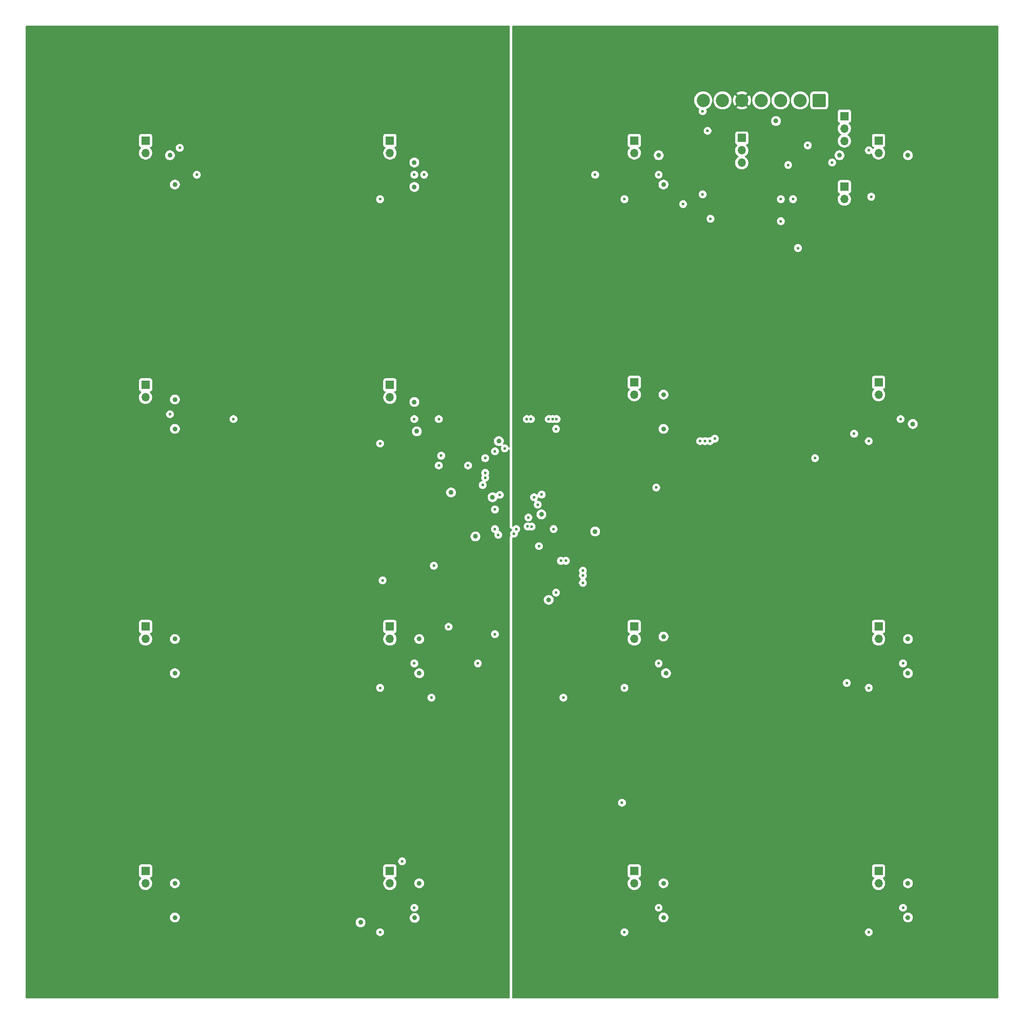
<source format=gbr>
%TF.GenerationSoftware,KiCad,Pcbnew,9.0.0*%
%TF.CreationDate,2025-03-24T06:03:53+01:00*%
%TF.ProjectId,PCB_Chessboard,5043425f-4368-4657-9373-626f6172642e,rev?*%
%TF.SameCoordinates,Original*%
%TF.FileFunction,Copper,L3,Inr*%
%TF.FilePolarity,Positive*%
%FSLAX46Y46*%
G04 Gerber Fmt 4.6, Leading zero omitted, Abs format (unit mm)*
G04 Created by KiCad (PCBNEW 9.0.0) date 2025-03-24 06:03:53*
%MOMM*%
%LPD*%
G01*
G04 APERTURE LIST*
G04 Aperture macros list*
%AMRoundRect*
0 Rectangle with rounded corners*
0 $1 Rounding radius*
0 $2 $3 $4 $5 $6 $7 $8 $9 X,Y pos of 4 corners*
0 Add a 4 corners polygon primitive as box body*
4,1,4,$2,$3,$4,$5,$6,$7,$8,$9,$2,$3,0*
0 Add four circle primitives for the rounded corners*
1,1,$1+$1,$2,$3*
1,1,$1+$1,$4,$5*
1,1,$1+$1,$6,$7*
1,1,$1+$1,$8,$9*
0 Add four rect primitives between the rounded corners*
20,1,$1+$1,$2,$3,$4,$5,0*
20,1,$1+$1,$4,$5,$6,$7,0*
20,1,$1+$1,$6,$7,$8,$9,0*
20,1,$1+$1,$8,$9,$2,$3,0*%
G04 Aperture macros list end*
%TA.AperFunction,ComponentPad*%
%ADD10R,1.700000X1.700000*%
%TD*%
%TA.AperFunction,ComponentPad*%
%ADD11O,1.700000X1.700000*%
%TD*%
%TA.AperFunction,ComponentPad*%
%ADD12RoundRect,0.250001X1.099999X1.099999X-1.099999X1.099999X-1.099999X-1.099999X1.099999X-1.099999X0*%
%TD*%
%TA.AperFunction,ComponentPad*%
%ADD13C,2.700000*%
%TD*%
%TA.AperFunction,ViaPad*%
%ADD14C,0.600000*%
%TD*%
%TA.AperFunction,ViaPad*%
%ADD15C,1.000000*%
%TD*%
G04 APERTURE END LIST*
D10*
%TO.N,ANT16+*%
%TO.C,J17*%
X175000000Y-173460000D03*
D11*
%TO.N,Net-(J17-Pin_2)*%
X175000000Y-176000000D03*
%TD*%
D10*
%TO.N,ANT3+*%
%TO.C,J4*%
X125000000Y-24000000D03*
D11*
%TO.N,Net-(J4-Pin_2)*%
X125000000Y-26540000D03*
%TD*%
D10*
%TO.N,+3.3V*%
%TO.C,J18*%
X168000000Y-33460000D03*
D11*
X168000000Y-36000000D03*
%TD*%
D10*
%TO.N,ANT4+*%
%TO.C,J5*%
X175000000Y-24000000D03*
D11*
%TO.N,Net-(J5-Pin_2)*%
X175000000Y-26540000D03*
%TD*%
D10*
%TO.N,ANT1+*%
%TO.C,J2*%
X25000000Y-24000000D03*
D11*
%TO.N,Net-(J2-Pin_2)*%
X25000000Y-26540000D03*
%TD*%
D10*
%TO.N,ANT8+*%
%TO.C,J9*%
X175000000Y-73460000D03*
D11*
%TO.N,Net-(J9-Pin_2)*%
X175000000Y-76000000D03*
%TD*%
D10*
%TO.N,ANT6+*%
%TO.C,J7*%
X75000000Y-74000000D03*
D11*
%TO.N,Net-(J7-Pin_2)*%
X75000000Y-76540000D03*
%TD*%
D10*
%TO.N,GND*%
%TO.C,J19*%
X168000000Y-19000000D03*
D11*
X168000000Y-21540000D03*
X168000000Y-24080000D03*
%TD*%
D10*
%TO.N,ANT10+*%
%TO.C,J11*%
X75000000Y-123460000D03*
D11*
%TO.N,Net-(J11-Pin_2)*%
X75000000Y-126000000D03*
%TD*%
D10*
%TO.N,ANT11+*%
%TO.C,J12*%
X125000000Y-123460000D03*
D11*
%TO.N,Net-(J12-Pin_2)*%
X125000000Y-126000000D03*
%TD*%
D10*
%TO.N,ANT9+*%
%TO.C,J10*%
X25000000Y-123460000D03*
D11*
%TO.N,Net-(J10-Pin_2)*%
X25000000Y-126000000D03*
%TD*%
D10*
%TO.N,ANT14+*%
%TO.C,J15*%
X75000000Y-173460000D03*
D11*
%TO.N,Net-(J15-Pin_2)*%
X75000000Y-176000000D03*
%TD*%
D12*
%TO.N,SDA*%
%TO.C,JQ1*%
X162880000Y-15775000D03*
D13*
%TO.N,SCL*%
X158920000Y-15775000D03*
%TO.N,GND*%
X154960000Y-15775000D03*
%TO.N,+3.3V*%
X151000000Y-15775000D03*
%TO.N,+5V*%
X147040000Y-15775000D03*
%TO.N,LED.DIN*%
X143080000Y-15775000D03*
%TO.N,GPIOXX*%
X139120000Y-15775000D03*
%TD*%
D10*
%TO.N,MCP23017.A0*%
%TO.C,J20*%
X147000000Y-23475000D03*
D11*
%TO.N,MCP23017.A1*%
X147000000Y-26015000D03*
%TO.N,MCP23017.A2*%
X147000000Y-28555000D03*
%TD*%
D10*
%TO.N,ANT15+*%
%TO.C,J16*%
X125000000Y-173460000D03*
D11*
%TO.N,Net-(J16-Pin_2)*%
X125000000Y-176000000D03*
%TD*%
D10*
%TO.N,ANT7+*%
%TO.C,J8*%
X125000000Y-73460000D03*
D11*
%TO.N,Net-(J8-Pin_2)*%
X125000000Y-76000000D03*
%TD*%
D10*
%TO.N,ANT2+*%
%TO.C,J3*%
X75000000Y-24000000D03*
D11*
%TO.N,Net-(J3-Pin_2)*%
X75000000Y-26540000D03*
%TD*%
D10*
%TO.N,ANT5+*%
%TO.C,J6*%
X25000000Y-74000000D03*
D11*
%TO.N,Net-(J6-Pin_2)*%
X25000000Y-76540000D03*
%TD*%
D10*
%TO.N,ANT12+*%
%TO.C,J13*%
X175000000Y-123460000D03*
D11*
%TO.N,Net-(J13-Pin_2)*%
X175000000Y-126000000D03*
%TD*%
D10*
%TO.N,ANT13+*%
%TO.C,J14*%
X25000000Y-173460000D03*
D11*
%TO.N,Net-(J14-Pin_2)*%
X25000000Y-176000000D03*
%TD*%
D14*
%TO.N,+3.3V*%
X97500000Y-14000000D03*
%TO.N,CLRC663.RX*%
X108500000Y-103500000D03*
X103175734Y-102975737D03*
X103335554Y-101150000D03*
X105500000Y-107000000D03*
%TO.N,CLRC663.ALIM*%
X104000000Y-103000000D03*
X100385017Y-104448770D03*
D15*
%TO.N,GND*%
X96000000Y-97000000D03*
D14*
%TO.N,CLRC663.ALIM*%
X97174265Y-104674265D03*
%TO.N,Net-(D24-DOUT)*%
X162000000Y-89000000D03*
X129500000Y-95000000D03*
X73500000Y-114000000D03*
X170000000Y-84000000D03*
%TO.N,Net-(D28-DOUT)*%
X168500000Y-135000000D03*
X122500000Y-159500000D03*
%TO.N,Net-(D20-DOUT)*%
X30000000Y-80000000D03*
X35500000Y-31000000D03*
X140000000Y-22000000D03*
X165500000Y-28500000D03*
%TO.N,SCL*%
X155000000Y-40500000D03*
X158500000Y-46000000D03*
X155000000Y-36000000D03*
X156500000Y-29000000D03*
%TO.N,ANT15+*%
X110500000Y-138000000D03*
X109000000Y-116500000D03*
%TO.N,ANT14+*%
X77500000Y-171500000D03*
X93000000Y-131000000D03*
D15*
%TO.N,GND*%
X107500000Y-118000000D03*
D14*
%TO.N,ANT13+*%
X96500000Y-125000000D03*
X83500000Y-138000000D03*
%TO.N,ANT9+*%
X111000000Y-110000000D03*
X84000000Y-111000000D03*
%TO.N,ANT10+*%
X110000000Y-110000000D03*
%TO.N,+3.3V*%
X92000000Y-107500000D03*
X95000000Y-86000000D03*
D15*
%TO.N,GND*%
X117000000Y-104000000D03*
D14*
%TO.N,CLRC663.ALIM*%
X105250000Y-98500000D03*
X140600000Y-40000000D03*
%TO.N,CLRC663.TX1*%
X100850000Y-103500000D03*
X96500000Y-103500000D03*
D15*
%TO.N,GND*%
X87500000Y-96000000D03*
X97300000Y-85500000D03*
D14*
%TO.N,ANT6+*%
X85500000Y-88500000D03*
X85000000Y-81000000D03*
%TO.N,ANT7+*%
X109000000Y-83000000D03*
X109100006Y-81000000D03*
D15*
%TO.N,GND*%
X131500000Y-133000000D03*
X131000000Y-125500000D03*
D14*
%TO.N,ANT10+*%
X87000000Y-123500000D03*
%TO.N,Net-(U1-XTAL1)*%
X104494669Y-97005331D03*
X106055331Y-96444669D03*
D15*
%TO.N,GND*%
X106000000Y-100500000D03*
X92500000Y-105000000D03*
D14*
%TO.N,ANT5+*%
X85000000Y-90500000D03*
X43000000Y-81000000D03*
%TO.N,ANT3+*%
X96500000Y-87600000D03*
X117000000Y-31000000D03*
D15*
%TO.N,GND*%
X80000000Y-33500000D03*
X80000000Y-28500000D03*
D14*
%TO.N,ANT2+*%
X94500000Y-89000000D03*
X82000000Y-31000000D03*
%TO.N,ANT1+*%
X91000000Y-90500000D03*
%TO.N,ANT4+*%
X98500000Y-87000000D03*
X173000000Y-26000000D03*
%TO.N,SDA*%
X96500000Y-99500000D03*
X141500000Y-85000000D03*
%TO.N,MCP23017.GPA6*%
X114500000Y-114500000D03*
X140500000Y-85500000D03*
%TO.N,MCP23017.GPA5*%
X114500000Y-113000000D03*
X139500000Y-85500000D03*
%TO.N,MCP23017.GPA4*%
X114500000Y-112000000D03*
X138500000Y-85500000D03*
%TO.N,MCP23017.GPA3*%
X97500000Y-96500000D03*
X108300003Y-81000000D03*
%TO.N,MCP23017.GPA2*%
X94000000Y-94500000D03*
X107500000Y-81000000D03*
%TO.N,MCP23017.GPA0*%
X94500000Y-92000000D03*
X103000000Y-81000000D03*
%TO.N,+3.3V*%
X95500000Y-81000000D03*
X95000000Y-84000000D03*
D15*
%TO.N,GND*%
X131000000Y-33000000D03*
D14*
%TO.N,+5V*%
X107500000Y-30500000D03*
X106000000Y-80500000D03*
X108000000Y-180500000D03*
X106500000Y-131000000D03*
X125975735Y-80975735D03*
X170000000Y-81000000D03*
%TO.N,Net-(D23-DOUT)*%
X179500000Y-81000000D03*
X173000000Y-85500000D03*
D15*
%TO.N,GND*%
X131000000Y-76000000D03*
X131000000Y-83000000D03*
X80000000Y-77500000D03*
X80500000Y-83500000D03*
X181000000Y-126000000D03*
X181000000Y-133000000D03*
D14*
%TO.N,Net-(D27-DOUT)*%
X180000000Y-131000000D03*
X173000000Y-136000000D03*
%TO.N,Net-(D26-DOUT)*%
X130000000Y-131000000D03*
X123000000Y-136000000D03*
D15*
%TO.N,GND*%
X81000000Y-126000000D03*
X81000000Y-133000000D03*
X181000000Y-176000000D03*
X181000000Y-183000000D03*
D14*
%TO.N,Net-(D31-DOUT)*%
X180000000Y-181000000D03*
X173000000Y-186000000D03*
D15*
%TO.N,GND*%
X31000000Y-77000000D03*
X31000000Y-83000000D03*
X31000000Y-126000000D03*
X31000000Y-133000000D03*
X131000000Y-176000000D03*
X131000000Y-183000000D03*
D14*
%TO.N,Net-(D30-DOUT)*%
X130000000Y-181000000D03*
X123000000Y-186000000D03*
D15*
%TO.N,GND*%
X69000000Y-184000000D03*
X31000000Y-183000000D03*
X31000000Y-176000000D03*
X81000000Y-176000000D03*
X80065686Y-183065686D03*
D14*
%TO.N,Net-(D29-DOUT)*%
X80000000Y-181000000D03*
X73000000Y-186000000D03*
%TO.N,Net-(D25-DOUT)*%
X80000000Y-131000000D03*
X73000000Y-136000000D03*
%TO.N,Net-(D21-DOUT)*%
X80000000Y-81000000D03*
X73000000Y-86000000D03*
D15*
%TO.N,GND*%
X182000000Y-82000000D03*
D14*
%TO.N,GPIOXX*%
X139000000Y-35000000D03*
X139000000Y-18000000D03*
D15*
%TO.N,GND*%
X181000000Y-27000000D03*
X167000000Y-27000000D03*
X154000000Y-20000000D03*
D14*
%TO.N,+5V*%
X169000000Y-29000000D03*
X148000000Y-19000000D03*
D15*
%TO.N,GND*%
X130000000Y-27000000D03*
X30000000Y-27000000D03*
X31000000Y-33000000D03*
D14*
%TO.N,Net-(D18-DOUT)*%
X130000000Y-31000000D03*
X123000000Y-36000000D03*
%TO.N,Net-(D17-DOUT)*%
X80000000Y-31000000D03*
X73000000Y-36000000D03*
%TO.N,Net-(D19-DOUT)*%
X135000000Y-37000000D03*
X173500000Y-35500000D03*
%TO.N,MCP23017.GPA1*%
X103847527Y-81001000D03*
X94500000Y-93000000D03*
%TO.N,SDA*%
X160500000Y-25000000D03*
X157500000Y-36000000D03*
%TO.N,ANT1+*%
X32000000Y-25500000D03*
%TD*%
%TA.AperFunction,Conductor*%
%TO.N,+3.3V*%
G36*
X99437539Y-520185D02*
G01*
X99483294Y-572989D01*
X99494500Y-624500D01*
X99494500Y-86685738D01*
X99474815Y-86752777D01*
X99422011Y-86798532D01*
X99352853Y-86808476D01*
X99289297Y-86779451D01*
X99255939Y-86733190D01*
X99209397Y-86620827D01*
X99209390Y-86620814D01*
X99121789Y-86489711D01*
X99121786Y-86489707D01*
X99010292Y-86378213D01*
X99010288Y-86378210D01*
X98879185Y-86290609D01*
X98879172Y-86290602D01*
X98733501Y-86230264D01*
X98733489Y-86230261D01*
X98578845Y-86199500D01*
X98578842Y-86199500D01*
X98421158Y-86199500D01*
X98421153Y-86199500D01*
X98270458Y-86229475D01*
X98200866Y-86223248D01*
X98145689Y-86180385D01*
X98122445Y-86114495D01*
X98138513Y-86046498D01*
X98143165Y-86038967D01*
X98186632Y-85973914D01*
X98262051Y-85791835D01*
X98296067Y-85620827D01*
X98300500Y-85598543D01*
X98300500Y-85401456D01*
X98262052Y-85208170D01*
X98262051Y-85208169D01*
X98262051Y-85208165D01*
X98253720Y-85188051D01*
X98186635Y-85026092D01*
X98186628Y-85026079D01*
X98077139Y-84862218D01*
X98077136Y-84862214D01*
X97937785Y-84722863D01*
X97937781Y-84722860D01*
X97773920Y-84613371D01*
X97773907Y-84613364D01*
X97591839Y-84537950D01*
X97591829Y-84537947D01*
X97398543Y-84499500D01*
X97398541Y-84499500D01*
X97201459Y-84499500D01*
X97201457Y-84499500D01*
X97008170Y-84537947D01*
X97008160Y-84537950D01*
X96826092Y-84613364D01*
X96826079Y-84613371D01*
X96662218Y-84722860D01*
X96662214Y-84722863D01*
X96522863Y-84862214D01*
X96522860Y-84862218D01*
X96413371Y-85026079D01*
X96413364Y-85026092D01*
X96337950Y-85208160D01*
X96337947Y-85208170D01*
X96299500Y-85401456D01*
X96299500Y-85401459D01*
X96299500Y-85598541D01*
X96299500Y-85598543D01*
X96299499Y-85598543D01*
X96337947Y-85791829D01*
X96337950Y-85791839D01*
X96413364Y-85973907D01*
X96413371Y-85973920D01*
X96522860Y-86137781D01*
X96522863Y-86137785D01*
X96662214Y-86277136D01*
X96662218Y-86277139D01*
X96826079Y-86386628D01*
X96826092Y-86386635D01*
X96946020Y-86436310D01*
X97008165Y-86462051D01*
X97008169Y-86462051D01*
X97008170Y-86462052D01*
X97201456Y-86500500D01*
X97201459Y-86500500D01*
X97398543Y-86500500D01*
X97528582Y-86474632D01*
X97591835Y-86462051D01*
X97635948Y-86443778D01*
X97705415Y-86436310D01*
X97767894Y-86467584D01*
X97803547Y-86527673D01*
X97801054Y-86597498D01*
X97792764Y-86616780D01*
X97790608Y-86620814D01*
X97730264Y-86766498D01*
X97730261Y-86766510D01*
X97699500Y-86921153D01*
X97699500Y-87078846D01*
X97730261Y-87233489D01*
X97730264Y-87233501D01*
X97790602Y-87379172D01*
X97790609Y-87379185D01*
X97878210Y-87510288D01*
X97878213Y-87510292D01*
X97989707Y-87621786D01*
X97989711Y-87621789D01*
X98120814Y-87709390D01*
X98120827Y-87709397D01*
X98266498Y-87769735D01*
X98266503Y-87769737D01*
X98421153Y-87800499D01*
X98421156Y-87800500D01*
X98421158Y-87800500D01*
X98578844Y-87800500D01*
X98578845Y-87800499D01*
X98733497Y-87769737D01*
X98879179Y-87709394D01*
X99010289Y-87621789D01*
X99121789Y-87510289D01*
X99209394Y-87379179D01*
X99255939Y-87266809D01*
X99299779Y-87212405D01*
X99366073Y-87190340D01*
X99433773Y-87207619D01*
X99481384Y-87258756D01*
X99494500Y-87314261D01*
X99494500Y-88970941D01*
X99494500Y-94970941D01*
X99494500Y-96562601D01*
X99494500Y-96976272D01*
X99494500Y-98470941D01*
X99494500Y-100451244D01*
X99494500Y-101120941D01*
X99494500Y-102922479D01*
X99496122Y-102946678D01*
X99499023Y-102989950D01*
X99503441Y-103022754D01*
X99516928Y-103089011D01*
X99549476Y-103163788D01*
X99574349Y-103220934D01*
X99574356Y-103220946D01*
X99611066Y-103280378D01*
X99666704Y-103346954D01*
X99703330Y-103390781D01*
X99822961Y-103470719D01*
X99822966Y-103470721D01*
X99822970Y-103470724D01*
X99858945Y-103487936D01*
X99885988Y-103500875D01*
X99913052Y-103509350D01*
X99934133Y-103523435D01*
X99957203Y-103533971D01*
X99962697Y-103542521D01*
X99971146Y-103548166D01*
X99981266Y-103571414D01*
X99994977Y-103592749D01*
X99997158Y-103607923D01*
X99999033Y-103612229D01*
X100000000Y-103627684D01*
X100000000Y-103676996D01*
X99980315Y-103744035D01*
X99944892Y-103780097D01*
X99874730Y-103826978D01*
X99874724Y-103826983D01*
X99763230Y-103938477D01*
X99763227Y-103938481D01*
X99675626Y-104069584D01*
X99675619Y-104069597D01*
X99615281Y-104215268D01*
X99615278Y-104215280D01*
X99584517Y-104369923D01*
X99584517Y-104527616D01*
X99615278Y-104682259D01*
X99615280Y-104682267D01*
X99668024Y-104809603D01*
X99675493Y-104879072D01*
X99647176Y-104938258D01*
X99594432Y-104999126D01*
X99594430Y-104999130D01*
X99534664Y-105129996D01*
X99514976Y-105197044D01*
X99494500Y-105339463D01*
X99494500Y-199375500D01*
X99474815Y-199442539D01*
X99422011Y-199488294D01*
X99370500Y-199499500D01*
X624500Y-199499500D01*
X557461Y-199479815D01*
X511706Y-199427011D01*
X500500Y-199375500D01*
X500500Y-185921153D01*
X72199500Y-185921153D01*
X72199500Y-186078846D01*
X72230261Y-186233489D01*
X72230264Y-186233501D01*
X72290602Y-186379172D01*
X72290609Y-186379185D01*
X72378210Y-186510288D01*
X72378213Y-186510292D01*
X72489707Y-186621786D01*
X72489711Y-186621789D01*
X72620814Y-186709390D01*
X72620827Y-186709397D01*
X72766498Y-186769735D01*
X72766503Y-186769737D01*
X72921153Y-186800499D01*
X72921156Y-186800500D01*
X72921158Y-186800500D01*
X73078844Y-186800500D01*
X73078845Y-186800499D01*
X73233497Y-186769737D01*
X73379179Y-186709394D01*
X73510289Y-186621789D01*
X73621789Y-186510289D01*
X73709394Y-186379179D01*
X73769737Y-186233497D01*
X73800500Y-186078842D01*
X73800500Y-185921158D01*
X73800500Y-185921155D01*
X73800499Y-185921153D01*
X73788387Y-185860263D01*
X73769737Y-185766503D01*
X73744262Y-185705000D01*
X73709397Y-185620827D01*
X73709390Y-185620814D01*
X73621789Y-185489711D01*
X73621786Y-185489707D01*
X73510292Y-185378213D01*
X73510288Y-185378210D01*
X73379185Y-185290609D01*
X73379172Y-185290602D01*
X73233501Y-185230264D01*
X73233489Y-185230261D01*
X73078845Y-185199500D01*
X73078842Y-185199500D01*
X72921158Y-185199500D01*
X72921155Y-185199500D01*
X72766510Y-185230261D01*
X72766498Y-185230264D01*
X72620827Y-185290602D01*
X72620814Y-185290609D01*
X72489711Y-185378210D01*
X72489707Y-185378213D01*
X72378213Y-185489707D01*
X72378210Y-185489711D01*
X72290609Y-185620814D01*
X72290602Y-185620827D01*
X72230264Y-185766498D01*
X72230261Y-185766510D01*
X72199500Y-185921153D01*
X500500Y-185921153D01*
X500500Y-184098543D01*
X67999499Y-184098543D01*
X68037947Y-184291829D01*
X68037950Y-184291839D01*
X68113364Y-184473907D01*
X68113371Y-184473920D01*
X68222860Y-184637781D01*
X68222863Y-184637785D01*
X68362214Y-184777136D01*
X68362218Y-184777139D01*
X68526079Y-184886628D01*
X68526092Y-184886635D01*
X68708160Y-184962049D01*
X68708165Y-184962051D01*
X68708169Y-184962051D01*
X68708170Y-184962052D01*
X68901456Y-185000500D01*
X68901459Y-185000500D01*
X69098543Y-185000500D01*
X69228582Y-184974632D01*
X69291835Y-184962051D01*
X69473914Y-184886632D01*
X69637782Y-184777139D01*
X69777139Y-184637782D01*
X69886632Y-184473914D01*
X69962051Y-184291835D01*
X70000500Y-184098541D01*
X70000500Y-183901459D01*
X70000500Y-183901456D01*
X69962052Y-183708170D01*
X69962051Y-183708169D01*
X69962051Y-183708165D01*
X69960107Y-183703471D01*
X69886635Y-183526092D01*
X69886628Y-183526079D01*
X69777139Y-183362218D01*
X69777136Y-183362214D01*
X69637785Y-183222863D01*
X69637781Y-183222860D01*
X69550034Y-183164229D01*
X79065185Y-183164229D01*
X79103633Y-183357515D01*
X79103636Y-183357525D01*
X79179050Y-183539593D01*
X79179057Y-183539606D01*
X79288546Y-183703467D01*
X79288549Y-183703471D01*
X79427900Y-183842822D01*
X79427904Y-183842825D01*
X79591765Y-183952314D01*
X79591778Y-183952321D01*
X79773846Y-184027735D01*
X79773851Y-184027737D01*
X79773855Y-184027737D01*
X79773856Y-184027738D01*
X79967142Y-184066186D01*
X79967145Y-184066186D01*
X80164229Y-184066186D01*
X80294268Y-184040318D01*
X80357521Y-184027737D01*
X80539600Y-183952318D01*
X80703468Y-183842825D01*
X80842825Y-183703468D01*
X80952318Y-183539600D01*
X81027737Y-183357521D01*
X81052214Y-183234469D01*
X81066186Y-183164229D01*
X81066186Y-182967142D01*
X81027738Y-182773856D01*
X81027737Y-182773855D01*
X81027737Y-182773851D01*
X81000527Y-182708160D01*
X80952321Y-182591778D01*
X80952314Y-182591765D01*
X80842825Y-182427904D01*
X80842822Y-182427900D01*
X80703471Y-182288549D01*
X80703467Y-182288546D01*
X80539606Y-182179057D01*
X80539593Y-182179050D01*
X80357525Y-182103636D01*
X80357515Y-182103633D01*
X80164229Y-182065186D01*
X80164227Y-182065186D01*
X79967145Y-182065186D01*
X79967143Y-182065186D01*
X79773856Y-182103633D01*
X79773846Y-182103636D01*
X79591778Y-182179050D01*
X79591765Y-182179057D01*
X79427904Y-182288546D01*
X79427900Y-182288549D01*
X79288549Y-182427900D01*
X79288546Y-182427904D01*
X79179057Y-182591765D01*
X79179050Y-182591778D01*
X79103636Y-182773846D01*
X79103633Y-182773856D01*
X79065186Y-182967142D01*
X79065186Y-182967145D01*
X79065186Y-183164227D01*
X79065186Y-183164229D01*
X79065185Y-183164229D01*
X69550034Y-183164229D01*
X69473920Y-183113371D01*
X69473907Y-183113364D01*
X69382768Y-183075614D01*
X69291839Y-183037950D01*
X69291829Y-183037947D01*
X69098543Y-182999500D01*
X69098541Y-182999500D01*
X68901459Y-182999500D01*
X68901457Y-182999500D01*
X68708170Y-183037947D01*
X68708160Y-183037950D01*
X68526092Y-183113364D01*
X68526079Y-183113371D01*
X68362218Y-183222860D01*
X68362214Y-183222863D01*
X68222863Y-183362214D01*
X68222860Y-183362218D01*
X68113371Y-183526079D01*
X68113364Y-183526092D01*
X68037950Y-183708160D01*
X68037947Y-183708170D01*
X67999500Y-183901456D01*
X67999500Y-183901459D01*
X67999500Y-184098541D01*
X67999500Y-184098543D01*
X67999499Y-184098543D01*
X500500Y-184098543D01*
X500500Y-183098543D01*
X29999499Y-183098543D01*
X30037947Y-183291829D01*
X30037950Y-183291839D01*
X30113364Y-183473907D01*
X30113371Y-183473920D01*
X30222860Y-183637781D01*
X30222863Y-183637785D01*
X30362214Y-183777136D01*
X30362218Y-183777139D01*
X30526079Y-183886628D01*
X30526092Y-183886635D01*
X30708160Y-183962049D01*
X30708165Y-183962051D01*
X30708169Y-183962051D01*
X30708170Y-183962052D01*
X30901456Y-184000500D01*
X30901459Y-184000500D01*
X31098543Y-184000500D01*
X31228582Y-183974632D01*
X31291835Y-183962051D01*
X31473914Y-183886632D01*
X31539476Y-183842825D01*
X31615145Y-183792265D01*
X31624297Y-183786148D01*
X31637782Y-183777139D01*
X31777139Y-183637782D01*
X31886632Y-183473914D01*
X31962051Y-183291835D01*
X31997551Y-183113368D01*
X32000500Y-183098543D01*
X32000500Y-182901456D01*
X31962052Y-182708170D01*
X31962051Y-182708169D01*
X31962051Y-182708165D01*
X31923671Y-182615507D01*
X31886635Y-182526092D01*
X31886628Y-182526079D01*
X31777139Y-182362218D01*
X31777136Y-182362214D01*
X31637785Y-182222863D01*
X31637781Y-182222860D01*
X31473920Y-182113371D01*
X31473907Y-182113364D01*
X31291839Y-182037950D01*
X31291829Y-182037947D01*
X31098543Y-181999500D01*
X31098541Y-181999500D01*
X30901459Y-181999500D01*
X30901457Y-181999500D01*
X30708170Y-182037947D01*
X30708160Y-182037950D01*
X30526092Y-182113364D01*
X30526079Y-182113371D01*
X30362218Y-182222860D01*
X30362214Y-182222863D01*
X30222863Y-182362214D01*
X30222860Y-182362218D01*
X30113371Y-182526079D01*
X30113364Y-182526092D01*
X30037950Y-182708160D01*
X30037947Y-182708170D01*
X29999500Y-182901456D01*
X29999500Y-182901459D01*
X29999500Y-183098541D01*
X29999500Y-183098543D01*
X29999499Y-183098543D01*
X500500Y-183098543D01*
X500500Y-180921153D01*
X79199500Y-180921153D01*
X79199500Y-181078846D01*
X79230261Y-181233489D01*
X79230264Y-181233501D01*
X79290602Y-181379172D01*
X79290609Y-181379185D01*
X79378210Y-181510288D01*
X79378213Y-181510292D01*
X79489707Y-181621786D01*
X79489711Y-181621789D01*
X79620814Y-181709390D01*
X79620827Y-181709397D01*
X79766498Y-181769735D01*
X79766503Y-181769737D01*
X79921153Y-181800499D01*
X79921156Y-181800500D01*
X79921158Y-181800500D01*
X80078844Y-181800500D01*
X80078845Y-181800499D01*
X80233497Y-181769737D01*
X80379179Y-181709394D01*
X80510289Y-181621789D01*
X80621789Y-181510289D01*
X80709394Y-181379179D01*
X80769737Y-181233497D01*
X80800500Y-181078842D01*
X80800500Y-180921158D01*
X80800500Y-180921155D01*
X80800499Y-180921153D01*
X80788387Y-180860263D01*
X80769737Y-180766503D01*
X80744262Y-180705000D01*
X80709397Y-180620827D01*
X80709390Y-180620814D01*
X80621789Y-180489711D01*
X80621786Y-180489707D01*
X80510292Y-180378213D01*
X80510288Y-180378210D01*
X80379185Y-180290609D01*
X80379172Y-180290602D01*
X80233501Y-180230264D01*
X80233489Y-180230261D01*
X80078845Y-180199500D01*
X80078842Y-180199500D01*
X79921158Y-180199500D01*
X79921155Y-180199500D01*
X79766510Y-180230261D01*
X79766498Y-180230264D01*
X79620827Y-180290602D01*
X79620814Y-180290609D01*
X79489711Y-180378210D01*
X79489707Y-180378213D01*
X79378213Y-180489707D01*
X79378210Y-180489711D01*
X79290609Y-180620814D01*
X79290602Y-180620827D01*
X79230264Y-180766498D01*
X79230261Y-180766510D01*
X79199500Y-180921153D01*
X500500Y-180921153D01*
X500500Y-172562135D01*
X23649500Y-172562135D01*
X23649500Y-174357870D01*
X23649501Y-174357876D01*
X23655908Y-174417483D01*
X23706202Y-174552328D01*
X23706206Y-174552335D01*
X23792452Y-174667544D01*
X23792455Y-174667547D01*
X23907664Y-174753793D01*
X23907671Y-174753797D01*
X24039082Y-174802810D01*
X24095016Y-174844681D01*
X24119433Y-174910145D01*
X24104582Y-174978418D01*
X24083431Y-175006673D01*
X23969889Y-175120215D01*
X23844951Y-175292179D01*
X23748444Y-175481585D01*
X23682753Y-175683760D01*
X23678888Y-175708165D01*
X23649500Y-175893713D01*
X23649500Y-176106287D01*
X23659534Y-176169644D01*
X23678888Y-176291839D01*
X23682754Y-176316243D01*
X23735587Y-176478846D01*
X23748444Y-176518414D01*
X23844951Y-176707820D01*
X23969890Y-176879786D01*
X24120213Y-177030109D01*
X24292179Y-177155048D01*
X24292181Y-177155049D01*
X24292184Y-177155051D01*
X24481588Y-177251557D01*
X24683757Y-177317246D01*
X24893713Y-177350500D01*
X24893714Y-177350500D01*
X25106286Y-177350500D01*
X25106287Y-177350500D01*
X25316243Y-177317246D01*
X25518412Y-177251557D01*
X25707816Y-177155051D01*
X25729789Y-177139086D01*
X25879786Y-177030109D01*
X25879788Y-177030106D01*
X25879792Y-177030104D01*
X26030104Y-176879792D01*
X26030106Y-176879788D01*
X26030109Y-176879786D01*
X26155048Y-176707820D01*
X26155047Y-176707820D01*
X26155051Y-176707816D01*
X26251557Y-176518412D01*
X26317246Y-176316243D01*
X26350500Y-176106287D01*
X26350500Y-176098543D01*
X29999499Y-176098543D01*
X30037947Y-176291829D01*
X30037950Y-176291839D01*
X30113364Y-176473907D01*
X30113371Y-176473920D01*
X30222860Y-176637781D01*
X30222863Y-176637785D01*
X30362214Y-176777136D01*
X30362218Y-176777139D01*
X30526079Y-176886628D01*
X30526092Y-176886635D01*
X30708160Y-176962049D01*
X30708165Y-176962051D01*
X30708169Y-176962051D01*
X30708170Y-176962052D01*
X30901456Y-177000500D01*
X30901459Y-177000500D01*
X31098543Y-177000500D01*
X31228582Y-176974632D01*
X31291835Y-176962051D01*
X31473914Y-176886632D01*
X31637782Y-176777139D01*
X31777139Y-176637782D01*
X31886632Y-176473914D01*
X31962051Y-176291835D01*
X31991381Y-176144384D01*
X32000500Y-176098543D01*
X32000500Y-175901456D01*
X31962052Y-175708170D01*
X31962051Y-175708169D01*
X31962051Y-175708165D01*
X31923671Y-175615507D01*
X31886635Y-175526092D01*
X31886628Y-175526079D01*
X31777139Y-175362218D01*
X31777136Y-175362214D01*
X31637785Y-175222863D01*
X31637781Y-175222860D01*
X31473920Y-175113371D01*
X31473907Y-175113364D01*
X31291839Y-175037950D01*
X31291829Y-175037947D01*
X31098543Y-174999500D01*
X31098541Y-174999500D01*
X30901459Y-174999500D01*
X30901457Y-174999500D01*
X30708170Y-175037947D01*
X30708160Y-175037950D01*
X30526092Y-175113364D01*
X30526079Y-175113371D01*
X30362218Y-175222860D01*
X30362214Y-175222863D01*
X30222863Y-175362214D01*
X30222860Y-175362218D01*
X30113371Y-175526079D01*
X30113364Y-175526092D01*
X30037950Y-175708160D01*
X30037947Y-175708170D01*
X29999500Y-175901456D01*
X29999500Y-175901459D01*
X29999500Y-176098541D01*
X29999500Y-176098543D01*
X29999499Y-176098543D01*
X26350500Y-176098543D01*
X26350500Y-175893713D01*
X26317246Y-175683757D01*
X26251557Y-175481588D01*
X26155051Y-175292184D01*
X26155049Y-175292181D01*
X26155048Y-175292179D01*
X26030109Y-175120213D01*
X25916569Y-175006673D01*
X25883084Y-174945350D01*
X25888068Y-174875658D01*
X25929940Y-174819725D01*
X25960915Y-174802810D01*
X26092331Y-174753796D01*
X26207546Y-174667546D01*
X26293796Y-174552331D01*
X26344091Y-174417483D01*
X26350500Y-174357873D01*
X26350499Y-172562135D01*
X73649500Y-172562135D01*
X73649500Y-174357870D01*
X73649501Y-174357876D01*
X73655908Y-174417483D01*
X73706202Y-174552328D01*
X73706206Y-174552335D01*
X73792452Y-174667544D01*
X73792455Y-174667547D01*
X73907664Y-174753793D01*
X73907671Y-174753797D01*
X74039082Y-174802810D01*
X74095016Y-174844681D01*
X74119433Y-174910145D01*
X74104582Y-174978418D01*
X74083431Y-175006673D01*
X73969889Y-175120215D01*
X73844951Y-175292179D01*
X73748444Y-175481585D01*
X73682753Y-175683760D01*
X73678888Y-175708165D01*
X73649500Y-175893713D01*
X73649500Y-176106287D01*
X73659534Y-176169644D01*
X73678888Y-176291839D01*
X73682754Y-176316243D01*
X73735587Y-176478846D01*
X73748444Y-176518414D01*
X73844951Y-176707820D01*
X73969890Y-176879786D01*
X74120213Y-177030109D01*
X74292179Y-177155048D01*
X74292181Y-177155049D01*
X74292184Y-177155051D01*
X74481588Y-177251557D01*
X74683757Y-177317246D01*
X74893713Y-177350500D01*
X74893714Y-177350500D01*
X75106286Y-177350500D01*
X75106287Y-177350500D01*
X75316243Y-177317246D01*
X75518412Y-177251557D01*
X75707816Y-177155051D01*
X75729789Y-177139086D01*
X75879786Y-177030109D01*
X75879788Y-177030106D01*
X75879792Y-177030104D01*
X76030104Y-176879792D01*
X76030106Y-176879788D01*
X76030109Y-176879786D01*
X76155048Y-176707820D01*
X76155047Y-176707820D01*
X76155051Y-176707816D01*
X76251557Y-176518412D01*
X76317246Y-176316243D01*
X76350500Y-176106287D01*
X76350500Y-176098543D01*
X79999499Y-176098543D01*
X80037947Y-176291829D01*
X80037950Y-176291839D01*
X80113364Y-176473907D01*
X80113371Y-176473920D01*
X80222860Y-176637781D01*
X80222863Y-176637785D01*
X80362214Y-176777136D01*
X80362218Y-176777139D01*
X80526079Y-176886628D01*
X80526092Y-176886635D01*
X80708160Y-176962049D01*
X80708165Y-176962051D01*
X80708169Y-176962051D01*
X80708170Y-176962052D01*
X80901456Y-177000500D01*
X80901459Y-177000500D01*
X81098543Y-177000500D01*
X81228582Y-176974632D01*
X81291835Y-176962051D01*
X81473914Y-176886632D01*
X81637782Y-176777139D01*
X81777139Y-176637782D01*
X81886632Y-176473914D01*
X81962051Y-176291835D01*
X81991381Y-176144384D01*
X82000500Y-176098543D01*
X82000500Y-175901456D01*
X81962052Y-175708170D01*
X81962051Y-175708169D01*
X81962051Y-175708165D01*
X81923671Y-175615507D01*
X81886635Y-175526092D01*
X81886628Y-175526079D01*
X81777139Y-175362218D01*
X81777136Y-175362214D01*
X81637785Y-175222863D01*
X81637781Y-175222860D01*
X81473920Y-175113371D01*
X81473907Y-175113364D01*
X81291839Y-175037950D01*
X81291829Y-175037947D01*
X81098543Y-174999500D01*
X81098541Y-174999500D01*
X80901459Y-174999500D01*
X80901457Y-174999500D01*
X80708170Y-175037947D01*
X80708160Y-175037950D01*
X80526092Y-175113364D01*
X80526079Y-175113371D01*
X80362218Y-175222860D01*
X80362214Y-175222863D01*
X80222863Y-175362214D01*
X80222860Y-175362218D01*
X80113371Y-175526079D01*
X80113364Y-175526092D01*
X80037950Y-175708160D01*
X80037947Y-175708170D01*
X79999500Y-175901456D01*
X79999500Y-175901459D01*
X79999500Y-176098541D01*
X79999500Y-176098543D01*
X79999499Y-176098543D01*
X76350500Y-176098543D01*
X76350500Y-175893713D01*
X76317246Y-175683757D01*
X76251557Y-175481588D01*
X76155051Y-175292184D01*
X76155049Y-175292181D01*
X76155048Y-175292179D01*
X76030109Y-175120213D01*
X75916569Y-175006673D01*
X75883084Y-174945350D01*
X75888068Y-174875658D01*
X75929940Y-174819725D01*
X75960915Y-174802810D01*
X76092331Y-174753796D01*
X76207546Y-174667546D01*
X76293796Y-174552331D01*
X76344091Y-174417483D01*
X76350500Y-174357873D01*
X76350499Y-172562128D01*
X76344091Y-172502517D01*
X76293796Y-172367669D01*
X76293795Y-172367668D01*
X76293793Y-172367664D01*
X76207547Y-172252455D01*
X76207544Y-172252452D01*
X76092335Y-172166206D01*
X76092328Y-172166202D01*
X75957482Y-172115908D01*
X75957483Y-172115908D01*
X75897883Y-172109501D01*
X75897881Y-172109500D01*
X75897873Y-172109500D01*
X75897864Y-172109500D01*
X74102129Y-172109500D01*
X74102123Y-172109501D01*
X74042516Y-172115908D01*
X73907671Y-172166202D01*
X73907664Y-172166206D01*
X73792455Y-172252452D01*
X73792452Y-172252455D01*
X73706206Y-172367664D01*
X73706202Y-172367671D01*
X73655908Y-172502517D01*
X73649501Y-172562116D01*
X73649501Y-172562123D01*
X73649500Y-172562135D01*
X26350499Y-172562135D01*
X26350499Y-172562128D01*
X26344091Y-172502517D01*
X26293796Y-172367669D01*
X26293795Y-172367668D01*
X26293793Y-172367664D01*
X26207547Y-172252455D01*
X26207544Y-172252452D01*
X26092335Y-172166206D01*
X26092328Y-172166202D01*
X25957482Y-172115908D01*
X25957483Y-172115908D01*
X25897883Y-172109501D01*
X25897881Y-172109500D01*
X25897873Y-172109500D01*
X25897864Y-172109500D01*
X24102129Y-172109500D01*
X24102123Y-172109501D01*
X24042516Y-172115908D01*
X23907671Y-172166202D01*
X23907664Y-172166206D01*
X23792455Y-172252452D01*
X23792452Y-172252455D01*
X23706206Y-172367664D01*
X23706202Y-172367671D01*
X23655908Y-172502517D01*
X23649501Y-172562116D01*
X23649501Y-172562123D01*
X23649500Y-172562135D01*
X500500Y-172562135D01*
X500500Y-171421153D01*
X76699500Y-171421153D01*
X76699500Y-171578846D01*
X76730261Y-171733489D01*
X76730264Y-171733501D01*
X76790602Y-171879172D01*
X76790609Y-171879185D01*
X76878210Y-172010288D01*
X76878213Y-172010292D01*
X76989707Y-172121786D01*
X76989711Y-172121789D01*
X77120814Y-172209390D01*
X77120827Y-172209397D01*
X77224780Y-172252455D01*
X77266503Y-172269737D01*
X77421153Y-172300499D01*
X77421156Y-172300500D01*
X77421158Y-172300500D01*
X77578844Y-172300500D01*
X77578845Y-172300499D01*
X77733497Y-172269737D01*
X77879179Y-172209394D01*
X78010289Y-172121789D01*
X78121789Y-172010289D01*
X78209394Y-171879179D01*
X78269737Y-171733497D01*
X78300500Y-171578842D01*
X78300500Y-171421158D01*
X78300500Y-171421155D01*
X78300499Y-171421153D01*
X78269738Y-171266510D01*
X78269737Y-171266503D01*
X78269735Y-171266498D01*
X78209397Y-171120827D01*
X78209390Y-171120814D01*
X78121789Y-170989711D01*
X78121786Y-170989707D01*
X78010292Y-170878213D01*
X78010288Y-170878210D01*
X77879185Y-170790609D01*
X77879172Y-170790602D01*
X77733501Y-170730264D01*
X77733489Y-170730261D01*
X77578845Y-170699500D01*
X77578842Y-170699500D01*
X77421158Y-170699500D01*
X77421155Y-170699500D01*
X77266510Y-170730261D01*
X77266498Y-170730264D01*
X77120827Y-170790602D01*
X77120814Y-170790609D01*
X76989711Y-170878210D01*
X76989707Y-170878213D01*
X76878213Y-170989707D01*
X76878210Y-170989711D01*
X76790609Y-171120814D01*
X76790602Y-171120827D01*
X76730264Y-171266498D01*
X76730261Y-171266510D01*
X76699500Y-171421153D01*
X500500Y-171421153D01*
X500500Y-137921153D01*
X82699500Y-137921153D01*
X82699500Y-138078846D01*
X82730261Y-138233489D01*
X82730264Y-138233501D01*
X82790602Y-138379172D01*
X82790609Y-138379185D01*
X82878210Y-138510288D01*
X82878213Y-138510292D01*
X82989707Y-138621786D01*
X82989711Y-138621789D01*
X83120814Y-138709390D01*
X83120827Y-138709397D01*
X83266498Y-138769735D01*
X83266503Y-138769737D01*
X83421153Y-138800499D01*
X83421156Y-138800500D01*
X83421158Y-138800500D01*
X83578844Y-138800500D01*
X83578845Y-138800499D01*
X83733497Y-138769737D01*
X83879179Y-138709394D01*
X84010289Y-138621789D01*
X84121789Y-138510289D01*
X84209394Y-138379179D01*
X84269737Y-138233497D01*
X84300500Y-138078842D01*
X84300500Y-137921158D01*
X84300500Y-137921155D01*
X84300499Y-137921153D01*
X84288387Y-137860263D01*
X84269737Y-137766503D01*
X84244262Y-137705000D01*
X84209397Y-137620827D01*
X84209390Y-137620814D01*
X84121789Y-137489711D01*
X84121786Y-137489707D01*
X84010292Y-137378213D01*
X84010288Y-137378210D01*
X83879185Y-137290609D01*
X83879172Y-137290602D01*
X83733501Y-137230264D01*
X83733489Y-137230261D01*
X83578845Y-137199500D01*
X83578842Y-137199500D01*
X83421158Y-137199500D01*
X83421155Y-137199500D01*
X83266510Y-137230261D01*
X83266498Y-137230264D01*
X83120827Y-137290602D01*
X83120814Y-137290609D01*
X82989711Y-137378210D01*
X82989707Y-137378213D01*
X82878213Y-137489707D01*
X82878210Y-137489711D01*
X82790609Y-137620814D01*
X82790602Y-137620827D01*
X82730264Y-137766498D01*
X82730261Y-137766510D01*
X82699500Y-137921153D01*
X500500Y-137921153D01*
X500500Y-135921153D01*
X72199500Y-135921153D01*
X72199500Y-136078846D01*
X72230261Y-136233489D01*
X72230264Y-136233501D01*
X72290602Y-136379172D01*
X72290609Y-136379185D01*
X72378210Y-136510288D01*
X72378213Y-136510292D01*
X72489707Y-136621786D01*
X72489711Y-136621789D01*
X72620814Y-136709390D01*
X72620827Y-136709397D01*
X72766498Y-136769735D01*
X72766503Y-136769737D01*
X72921153Y-136800499D01*
X72921156Y-136800500D01*
X72921158Y-136800500D01*
X73078844Y-136800500D01*
X73078845Y-136800499D01*
X73233497Y-136769737D01*
X73379179Y-136709394D01*
X73510289Y-136621789D01*
X73621789Y-136510289D01*
X73709394Y-136379179D01*
X73769737Y-136233497D01*
X73800500Y-136078842D01*
X73800500Y-135921158D01*
X73800500Y-135921155D01*
X73800499Y-135921153D01*
X73788387Y-135860263D01*
X73769737Y-135766503D01*
X73744262Y-135705000D01*
X73709397Y-135620827D01*
X73709390Y-135620814D01*
X73621789Y-135489711D01*
X73621786Y-135489707D01*
X73510292Y-135378213D01*
X73510288Y-135378210D01*
X73379185Y-135290609D01*
X73379172Y-135290602D01*
X73233501Y-135230264D01*
X73233489Y-135230261D01*
X73078845Y-135199500D01*
X73078842Y-135199500D01*
X72921158Y-135199500D01*
X72921155Y-135199500D01*
X72766510Y-135230261D01*
X72766498Y-135230264D01*
X72620827Y-135290602D01*
X72620814Y-135290609D01*
X72489711Y-135378210D01*
X72489707Y-135378213D01*
X72378213Y-135489707D01*
X72378210Y-135489711D01*
X72290609Y-135620814D01*
X72290602Y-135620827D01*
X72230264Y-135766498D01*
X72230261Y-135766510D01*
X72199500Y-135921153D01*
X500500Y-135921153D01*
X500500Y-133098543D01*
X29999499Y-133098543D01*
X30037947Y-133291829D01*
X30037950Y-133291839D01*
X30113364Y-133473907D01*
X30113371Y-133473920D01*
X30222860Y-133637781D01*
X30222863Y-133637785D01*
X30362214Y-133777136D01*
X30362218Y-133777139D01*
X30526079Y-133886628D01*
X30526092Y-133886635D01*
X30708160Y-133962049D01*
X30708165Y-133962051D01*
X30708169Y-133962051D01*
X30708170Y-133962052D01*
X30901456Y-134000500D01*
X30901459Y-134000500D01*
X31098543Y-134000500D01*
X31228582Y-133974632D01*
X31291835Y-133962051D01*
X31473914Y-133886632D01*
X31637782Y-133777139D01*
X31777139Y-133637782D01*
X31886632Y-133473914D01*
X31962051Y-133291835D01*
X32000500Y-133098543D01*
X79999499Y-133098543D01*
X80037947Y-133291829D01*
X80037950Y-133291839D01*
X80113364Y-133473907D01*
X80113371Y-133473920D01*
X80222860Y-133637781D01*
X80222863Y-133637785D01*
X80362214Y-133777136D01*
X80362218Y-133777139D01*
X80526079Y-133886628D01*
X80526092Y-133886635D01*
X80708160Y-133962049D01*
X80708165Y-133962051D01*
X80708169Y-133962051D01*
X80708170Y-133962052D01*
X80901456Y-134000500D01*
X80901459Y-134000500D01*
X81098543Y-134000500D01*
X81228582Y-133974632D01*
X81291835Y-133962051D01*
X81473914Y-133886632D01*
X81637782Y-133777139D01*
X81777139Y-133637782D01*
X81886632Y-133473914D01*
X81962051Y-133291835D01*
X82000500Y-133098541D01*
X82000500Y-132901459D01*
X82000500Y-132901456D01*
X81962052Y-132708170D01*
X81962051Y-132708169D01*
X81962051Y-132708165D01*
X81923671Y-132615507D01*
X81886635Y-132526092D01*
X81886628Y-132526079D01*
X81777139Y-132362218D01*
X81777136Y-132362214D01*
X81637785Y-132222863D01*
X81637781Y-132222860D01*
X81473920Y-132113371D01*
X81473907Y-132113364D01*
X81291839Y-132037950D01*
X81291829Y-132037947D01*
X81098543Y-131999500D01*
X81098541Y-131999500D01*
X80901459Y-131999500D01*
X80901457Y-131999500D01*
X80708170Y-132037947D01*
X80708160Y-132037950D01*
X80526092Y-132113364D01*
X80526079Y-132113371D01*
X80362218Y-132222860D01*
X80362214Y-132222863D01*
X80222863Y-132362214D01*
X80222860Y-132362218D01*
X80113371Y-132526079D01*
X80113364Y-132526092D01*
X80037950Y-132708160D01*
X80037947Y-132708170D01*
X79999500Y-132901456D01*
X79999500Y-132901459D01*
X79999500Y-133098541D01*
X79999500Y-133098543D01*
X79999499Y-133098543D01*
X32000500Y-133098543D01*
X32000500Y-133098541D01*
X32000500Y-132901459D01*
X32000500Y-132901456D01*
X31962052Y-132708170D01*
X31962051Y-132708169D01*
X31962051Y-132708165D01*
X31923671Y-132615507D01*
X31886635Y-132526092D01*
X31886628Y-132526079D01*
X31777139Y-132362218D01*
X31777136Y-132362214D01*
X31637785Y-132222863D01*
X31637781Y-132222860D01*
X31473920Y-132113371D01*
X31473907Y-132113364D01*
X31291839Y-132037950D01*
X31291829Y-132037947D01*
X31098543Y-131999500D01*
X31098541Y-131999500D01*
X30901459Y-131999500D01*
X30901457Y-131999500D01*
X30708170Y-132037947D01*
X30708160Y-132037950D01*
X30526092Y-132113364D01*
X30526079Y-132113371D01*
X30362218Y-132222860D01*
X30362214Y-132222863D01*
X30222863Y-132362214D01*
X30222860Y-132362218D01*
X30113371Y-132526079D01*
X30113364Y-132526092D01*
X30037950Y-132708160D01*
X30037947Y-132708170D01*
X29999500Y-132901456D01*
X29999500Y-132901459D01*
X29999500Y-133098541D01*
X29999500Y-133098543D01*
X29999499Y-133098543D01*
X500500Y-133098543D01*
X500500Y-130921153D01*
X79199500Y-130921153D01*
X79199500Y-131078846D01*
X79230261Y-131233489D01*
X79230264Y-131233501D01*
X79290602Y-131379172D01*
X79290609Y-131379185D01*
X79378210Y-131510288D01*
X79378213Y-131510292D01*
X79489707Y-131621786D01*
X79489711Y-131621789D01*
X79620814Y-131709390D01*
X79620827Y-131709397D01*
X79766498Y-131769735D01*
X79766503Y-131769737D01*
X79921153Y-131800499D01*
X79921156Y-131800500D01*
X79921158Y-131800500D01*
X80078844Y-131800500D01*
X80078845Y-131800499D01*
X80233497Y-131769737D01*
X80379179Y-131709394D01*
X80510289Y-131621789D01*
X80621789Y-131510289D01*
X80709394Y-131379179D01*
X80769737Y-131233497D01*
X80800500Y-131078842D01*
X80800500Y-130921158D01*
X80800500Y-130921155D01*
X80800499Y-130921153D01*
X92199500Y-130921153D01*
X92199500Y-131078846D01*
X92230261Y-131233489D01*
X92230264Y-131233501D01*
X92290602Y-131379172D01*
X92290609Y-131379185D01*
X92378210Y-131510288D01*
X92378213Y-131510292D01*
X92489707Y-131621786D01*
X92489711Y-131621789D01*
X92620814Y-131709390D01*
X92620827Y-131709397D01*
X92766498Y-131769735D01*
X92766503Y-131769737D01*
X92921153Y-131800499D01*
X92921156Y-131800500D01*
X92921158Y-131800500D01*
X93078844Y-131800500D01*
X93078845Y-131800499D01*
X93233497Y-131769737D01*
X93379179Y-131709394D01*
X93510289Y-131621789D01*
X93621789Y-131510289D01*
X93709394Y-131379179D01*
X93769737Y-131233497D01*
X93800500Y-131078842D01*
X93800500Y-130921158D01*
X93800500Y-130921155D01*
X93800499Y-130921153D01*
X93788387Y-130860263D01*
X93769737Y-130766503D01*
X93744262Y-130705000D01*
X93709397Y-130620827D01*
X93709390Y-130620814D01*
X93621789Y-130489711D01*
X93621786Y-130489707D01*
X93510292Y-130378213D01*
X93510288Y-130378210D01*
X93379185Y-130290609D01*
X93379172Y-130290602D01*
X93233501Y-130230264D01*
X93233489Y-130230261D01*
X93078845Y-130199500D01*
X93078842Y-130199500D01*
X92921158Y-130199500D01*
X92921155Y-130199500D01*
X92766510Y-130230261D01*
X92766498Y-130230264D01*
X92620827Y-130290602D01*
X92620814Y-130290609D01*
X92489711Y-130378210D01*
X92489707Y-130378213D01*
X92378213Y-130489707D01*
X92378210Y-130489711D01*
X92290609Y-130620814D01*
X92290602Y-130620827D01*
X92230264Y-130766498D01*
X92230261Y-130766510D01*
X92199500Y-130921153D01*
X80800499Y-130921153D01*
X80788387Y-130860263D01*
X80769737Y-130766503D01*
X80744262Y-130705000D01*
X80709397Y-130620827D01*
X80709390Y-130620814D01*
X80621789Y-130489711D01*
X80621786Y-130489707D01*
X80510292Y-130378213D01*
X80510288Y-130378210D01*
X80379185Y-130290609D01*
X80379172Y-130290602D01*
X80233501Y-130230264D01*
X80233489Y-130230261D01*
X80078845Y-130199500D01*
X80078842Y-130199500D01*
X79921158Y-130199500D01*
X79921155Y-130199500D01*
X79766510Y-130230261D01*
X79766498Y-130230264D01*
X79620827Y-130290602D01*
X79620814Y-130290609D01*
X79489711Y-130378210D01*
X79489707Y-130378213D01*
X79378213Y-130489707D01*
X79378210Y-130489711D01*
X79290609Y-130620814D01*
X79290602Y-130620827D01*
X79230264Y-130766498D01*
X79230261Y-130766510D01*
X79199500Y-130921153D01*
X500500Y-130921153D01*
X500500Y-122562135D01*
X23649500Y-122562135D01*
X23649500Y-124357870D01*
X23649501Y-124357876D01*
X23655908Y-124417483D01*
X23706202Y-124552328D01*
X23706206Y-124552335D01*
X23792452Y-124667544D01*
X23792455Y-124667547D01*
X23907664Y-124753793D01*
X23907671Y-124753797D01*
X24039082Y-124802810D01*
X24095016Y-124844681D01*
X24119433Y-124910145D01*
X24104582Y-124978418D01*
X24083431Y-125006673D01*
X23969889Y-125120215D01*
X23844951Y-125292179D01*
X23748444Y-125481585D01*
X23682753Y-125683760D01*
X23649500Y-125893713D01*
X23649500Y-126106286D01*
X23678888Y-126291839D01*
X23682754Y-126316243D01*
X23735587Y-126478846D01*
X23748444Y-126518414D01*
X23844951Y-126707820D01*
X23969890Y-126879786D01*
X24120213Y-127030109D01*
X24292179Y-127155048D01*
X24292181Y-127155049D01*
X24292184Y-127155051D01*
X24481588Y-127251557D01*
X24683757Y-127317246D01*
X24893713Y-127350500D01*
X24893714Y-127350500D01*
X25106286Y-127350500D01*
X25106287Y-127350500D01*
X25316243Y-127317246D01*
X25518412Y-127251557D01*
X25707816Y-127155051D01*
X25729789Y-127139086D01*
X25879786Y-127030109D01*
X25879788Y-127030106D01*
X25879792Y-127030104D01*
X26030104Y-126879792D01*
X26030106Y-126879788D01*
X26030109Y-126879786D01*
X26155048Y-126707820D01*
X26155047Y-126707820D01*
X26155051Y-126707816D01*
X26251557Y-126518412D01*
X26317246Y-126316243D01*
X26350500Y-126106287D01*
X26350500Y-126098543D01*
X29999499Y-126098543D01*
X30037947Y-126291829D01*
X30037950Y-126291839D01*
X30113364Y-126473907D01*
X30113371Y-126473920D01*
X30222860Y-126637781D01*
X30222863Y-126637785D01*
X30362214Y-126777136D01*
X30362218Y-126777139D01*
X30526079Y-126886628D01*
X30526092Y-126886635D01*
X30708160Y-126962049D01*
X30708165Y-126962051D01*
X30708169Y-126962051D01*
X30708170Y-126962052D01*
X30901456Y-127000500D01*
X30901459Y-127000500D01*
X31098543Y-127000500D01*
X31228582Y-126974632D01*
X31291835Y-126962051D01*
X31473914Y-126886632D01*
X31637782Y-126777139D01*
X31777139Y-126637782D01*
X31886632Y-126473914D01*
X31962051Y-126291835D01*
X31991381Y-126144384D01*
X32000500Y-126098543D01*
X32000500Y-125901456D01*
X31962052Y-125708170D01*
X31962051Y-125708169D01*
X31962051Y-125708165D01*
X31923671Y-125615507D01*
X31886635Y-125526092D01*
X31886628Y-125526079D01*
X31777139Y-125362218D01*
X31777136Y-125362214D01*
X31637785Y-125222863D01*
X31637781Y-125222860D01*
X31473920Y-125113371D01*
X31473907Y-125113364D01*
X31291839Y-125037950D01*
X31291829Y-125037947D01*
X31098543Y-124999500D01*
X31098541Y-124999500D01*
X30901459Y-124999500D01*
X30901457Y-124999500D01*
X30708170Y-125037947D01*
X30708160Y-125037950D01*
X30526092Y-125113364D01*
X30526079Y-125113371D01*
X30362218Y-125222860D01*
X30362214Y-125222863D01*
X30222863Y-125362214D01*
X30222860Y-125362218D01*
X30113371Y-125526079D01*
X30113364Y-125526092D01*
X30037950Y-125708160D01*
X30037947Y-125708170D01*
X29999500Y-125901456D01*
X29999500Y-125901459D01*
X29999500Y-126098541D01*
X29999500Y-126098543D01*
X29999499Y-126098543D01*
X26350500Y-126098543D01*
X26350500Y-125893713D01*
X26317246Y-125683757D01*
X26251557Y-125481588D01*
X26155051Y-125292184D01*
X26155049Y-125292181D01*
X26155048Y-125292179D01*
X26030109Y-125120213D01*
X25916569Y-125006673D01*
X25883084Y-124945350D01*
X25888068Y-124875658D01*
X25929940Y-124819725D01*
X25960915Y-124802810D01*
X26092331Y-124753796D01*
X26207546Y-124667546D01*
X26293796Y-124552331D01*
X26344091Y-124417483D01*
X26350500Y-124357873D01*
X26350499Y-122562135D01*
X73649500Y-122562135D01*
X73649500Y-124357870D01*
X73649501Y-124357876D01*
X73655908Y-124417483D01*
X73706202Y-124552328D01*
X73706206Y-124552335D01*
X73792452Y-124667544D01*
X73792455Y-124667547D01*
X73907664Y-124753793D01*
X73907671Y-124753797D01*
X74039082Y-124802810D01*
X74095016Y-124844681D01*
X74119433Y-124910145D01*
X74104582Y-124978418D01*
X74083431Y-125006673D01*
X73969889Y-125120215D01*
X73844951Y-125292179D01*
X73748444Y-125481585D01*
X73682753Y-125683760D01*
X73649500Y-125893713D01*
X73649500Y-126106286D01*
X73678888Y-126291839D01*
X73682754Y-126316243D01*
X73735587Y-126478846D01*
X73748444Y-126518414D01*
X73844951Y-126707820D01*
X73969890Y-126879786D01*
X74120213Y-127030109D01*
X74292179Y-127155048D01*
X74292181Y-127155049D01*
X74292184Y-127155051D01*
X74481588Y-127251557D01*
X74683757Y-127317246D01*
X74893713Y-127350500D01*
X74893714Y-127350500D01*
X75106286Y-127350500D01*
X75106287Y-127350500D01*
X75316243Y-127317246D01*
X75518412Y-127251557D01*
X75707816Y-127155051D01*
X75729789Y-127139086D01*
X75879786Y-127030109D01*
X75879788Y-127030106D01*
X75879792Y-127030104D01*
X76030104Y-126879792D01*
X76030106Y-126879788D01*
X76030109Y-126879786D01*
X76155048Y-126707820D01*
X76155047Y-126707820D01*
X76155051Y-126707816D01*
X76251557Y-126518412D01*
X76317246Y-126316243D01*
X76350500Y-126106287D01*
X76350500Y-126098543D01*
X79999499Y-126098543D01*
X80037947Y-126291829D01*
X80037950Y-126291839D01*
X80113364Y-126473907D01*
X80113371Y-126473920D01*
X80222860Y-126637781D01*
X80222863Y-126637785D01*
X80362214Y-126777136D01*
X80362218Y-126777139D01*
X80526079Y-126886628D01*
X80526092Y-126886635D01*
X80708160Y-126962049D01*
X80708165Y-126962051D01*
X80708169Y-126962051D01*
X80708170Y-126962052D01*
X80901456Y-127000500D01*
X80901459Y-127000500D01*
X81098543Y-127000500D01*
X81228582Y-126974632D01*
X81291835Y-126962051D01*
X81473914Y-126886632D01*
X81637782Y-126777139D01*
X81777139Y-126637782D01*
X81886632Y-126473914D01*
X81962051Y-126291835D01*
X81991381Y-126144384D01*
X82000500Y-126098543D01*
X82000500Y-125901456D01*
X81962052Y-125708170D01*
X81962051Y-125708169D01*
X81962051Y-125708165D01*
X81923671Y-125615507D01*
X81886635Y-125526092D01*
X81886628Y-125526079D01*
X81777139Y-125362218D01*
X81777136Y-125362214D01*
X81637785Y-125222863D01*
X81637781Y-125222860D01*
X81473920Y-125113371D01*
X81473907Y-125113364D01*
X81291839Y-125037950D01*
X81291827Y-125037947D01*
X81285473Y-125036683D01*
X81285472Y-125036683D01*
X81098543Y-124999500D01*
X81098541Y-124999500D01*
X80901459Y-124999500D01*
X80901457Y-124999500D01*
X80708170Y-125037947D01*
X80708160Y-125037950D01*
X80526092Y-125113364D01*
X80526079Y-125113371D01*
X80362218Y-125222860D01*
X80362214Y-125222863D01*
X80222863Y-125362214D01*
X80222860Y-125362218D01*
X80113371Y-125526079D01*
X80113364Y-125526092D01*
X80037950Y-125708160D01*
X80037947Y-125708170D01*
X79999500Y-125901456D01*
X79999500Y-125901459D01*
X79999500Y-126098541D01*
X79999500Y-126098543D01*
X79999499Y-126098543D01*
X76350500Y-126098543D01*
X76350500Y-125893713D01*
X76317246Y-125683757D01*
X76251557Y-125481588D01*
X76155051Y-125292184D01*
X76155049Y-125292181D01*
X76155048Y-125292179D01*
X76030109Y-125120213D01*
X75916569Y-125006673D01*
X75883084Y-124945350D01*
X75884814Y-124921153D01*
X95699500Y-124921153D01*
X95699500Y-125078846D01*
X95730261Y-125233489D01*
X95730264Y-125233501D01*
X95790602Y-125379172D01*
X95790609Y-125379185D01*
X95878210Y-125510288D01*
X95878213Y-125510292D01*
X95989707Y-125621786D01*
X95989711Y-125621789D01*
X96120814Y-125709390D01*
X96120827Y-125709397D01*
X96230323Y-125754751D01*
X96266503Y-125769737D01*
X96421153Y-125800499D01*
X96421156Y-125800500D01*
X96421158Y-125800500D01*
X96578844Y-125800500D01*
X96578845Y-125800499D01*
X96733497Y-125769737D01*
X96879179Y-125709394D01*
X97010289Y-125621789D01*
X97121789Y-125510289D01*
X97209394Y-125379179D01*
X97269737Y-125233497D01*
X97300500Y-125078842D01*
X97300500Y-124921158D01*
X97300500Y-124921155D01*
X97300499Y-124921153D01*
X97285341Y-124844949D01*
X97269737Y-124766503D01*
X97256063Y-124733490D01*
X97209397Y-124620827D01*
X97209390Y-124620814D01*
X97121789Y-124489711D01*
X97121786Y-124489707D01*
X97010292Y-124378213D01*
X97010288Y-124378210D01*
X96879185Y-124290609D01*
X96879172Y-124290602D01*
X96733501Y-124230264D01*
X96733489Y-124230261D01*
X96578845Y-124199500D01*
X96578842Y-124199500D01*
X96421158Y-124199500D01*
X96421155Y-124199500D01*
X96266510Y-124230261D01*
X96266498Y-124230264D01*
X96120827Y-124290602D01*
X96120814Y-124290609D01*
X95989711Y-124378210D01*
X95989707Y-124378213D01*
X95878213Y-124489707D01*
X95878210Y-124489711D01*
X95790609Y-124620814D01*
X95790602Y-124620827D01*
X95730264Y-124766498D01*
X95730261Y-124766510D01*
X95699500Y-124921153D01*
X75884814Y-124921153D01*
X75888068Y-124875658D01*
X75929940Y-124819725D01*
X75960915Y-124802810D01*
X76092331Y-124753796D01*
X76207546Y-124667546D01*
X76293796Y-124552331D01*
X76344091Y-124417483D01*
X76350500Y-124357873D01*
X76350499Y-123421153D01*
X86199500Y-123421153D01*
X86199500Y-123578846D01*
X86230261Y-123733489D01*
X86230264Y-123733501D01*
X86290602Y-123879172D01*
X86290609Y-123879185D01*
X86378210Y-124010288D01*
X86378213Y-124010292D01*
X86489707Y-124121786D01*
X86489711Y-124121789D01*
X86620814Y-124209390D01*
X86620827Y-124209397D01*
X86766498Y-124269735D01*
X86766503Y-124269737D01*
X86921153Y-124300499D01*
X86921156Y-124300500D01*
X86921158Y-124300500D01*
X87078844Y-124300500D01*
X87078845Y-124300499D01*
X87233497Y-124269737D01*
X87379179Y-124209394D01*
X87510289Y-124121789D01*
X87621789Y-124010289D01*
X87709394Y-123879179D01*
X87769737Y-123733497D01*
X87800500Y-123578842D01*
X87800500Y-123421158D01*
X87800500Y-123421155D01*
X87800499Y-123421153D01*
X87769738Y-123266510D01*
X87769737Y-123266503D01*
X87769735Y-123266498D01*
X87709397Y-123120827D01*
X87709390Y-123120814D01*
X87621789Y-122989711D01*
X87621786Y-122989707D01*
X87510292Y-122878213D01*
X87510288Y-122878210D01*
X87379185Y-122790609D01*
X87379172Y-122790602D01*
X87233501Y-122730264D01*
X87233489Y-122730261D01*
X87078845Y-122699500D01*
X87078842Y-122699500D01*
X86921158Y-122699500D01*
X86921155Y-122699500D01*
X86766510Y-122730261D01*
X86766498Y-122730264D01*
X86620827Y-122790602D01*
X86620814Y-122790609D01*
X86489711Y-122878210D01*
X86489707Y-122878213D01*
X86378213Y-122989707D01*
X86378210Y-122989711D01*
X86290609Y-123120814D01*
X86290602Y-123120827D01*
X86230264Y-123266498D01*
X86230261Y-123266510D01*
X86199500Y-123421153D01*
X76350499Y-123421153D01*
X76350499Y-122562128D01*
X76344091Y-122502517D01*
X76293796Y-122367669D01*
X76293795Y-122367668D01*
X76293793Y-122367664D01*
X76207547Y-122252455D01*
X76207544Y-122252452D01*
X76092335Y-122166206D01*
X76092328Y-122166202D01*
X75957482Y-122115908D01*
X75957483Y-122115908D01*
X75897883Y-122109501D01*
X75897881Y-122109500D01*
X75897873Y-122109500D01*
X75897864Y-122109500D01*
X74102129Y-122109500D01*
X74102123Y-122109501D01*
X74042516Y-122115908D01*
X73907671Y-122166202D01*
X73907664Y-122166206D01*
X73792455Y-122252452D01*
X73792452Y-122252455D01*
X73706206Y-122367664D01*
X73706202Y-122367671D01*
X73655908Y-122502517D01*
X73649501Y-122562116D01*
X73649501Y-122562123D01*
X73649500Y-122562135D01*
X26350499Y-122562135D01*
X26350499Y-122562128D01*
X26344091Y-122502517D01*
X26293796Y-122367669D01*
X26293795Y-122367668D01*
X26293793Y-122367664D01*
X26207547Y-122252455D01*
X26207544Y-122252452D01*
X26092335Y-122166206D01*
X26092328Y-122166202D01*
X25957482Y-122115908D01*
X25957483Y-122115908D01*
X25897883Y-122109501D01*
X25897881Y-122109500D01*
X25897873Y-122109500D01*
X25897864Y-122109500D01*
X24102129Y-122109500D01*
X24102123Y-122109501D01*
X24042516Y-122115908D01*
X23907671Y-122166202D01*
X23907664Y-122166206D01*
X23792455Y-122252452D01*
X23792452Y-122252455D01*
X23706206Y-122367664D01*
X23706202Y-122367671D01*
X23655908Y-122502517D01*
X23649501Y-122562116D01*
X23649501Y-122562123D01*
X23649500Y-122562135D01*
X500500Y-122562135D01*
X500500Y-113921153D01*
X72699500Y-113921153D01*
X72699500Y-114078846D01*
X72730261Y-114233489D01*
X72730264Y-114233501D01*
X72790602Y-114379172D01*
X72790609Y-114379185D01*
X72878210Y-114510288D01*
X72878213Y-114510292D01*
X72989707Y-114621786D01*
X72989711Y-114621789D01*
X73120814Y-114709390D01*
X73120827Y-114709397D01*
X73246436Y-114761425D01*
X73266503Y-114769737D01*
X73393508Y-114795000D01*
X73421153Y-114800499D01*
X73421156Y-114800500D01*
X73421158Y-114800500D01*
X73578844Y-114800500D01*
X73578845Y-114800499D01*
X73733497Y-114769737D01*
X73879179Y-114709394D01*
X74010289Y-114621789D01*
X74121789Y-114510289D01*
X74209394Y-114379179D01*
X74269737Y-114233497D01*
X74300500Y-114078842D01*
X74300500Y-113921158D01*
X74300500Y-113921155D01*
X74300499Y-113921153D01*
X74269738Y-113766510D01*
X74269737Y-113766503D01*
X74269735Y-113766498D01*
X74209397Y-113620827D01*
X74209390Y-113620814D01*
X74121789Y-113489711D01*
X74121786Y-113489707D01*
X74010292Y-113378213D01*
X74010288Y-113378210D01*
X73879185Y-113290609D01*
X73879172Y-113290602D01*
X73733501Y-113230264D01*
X73733489Y-113230261D01*
X73578845Y-113199500D01*
X73578842Y-113199500D01*
X73421158Y-113199500D01*
X73421155Y-113199500D01*
X73266510Y-113230261D01*
X73266498Y-113230264D01*
X73120827Y-113290602D01*
X73120814Y-113290609D01*
X72989711Y-113378210D01*
X72989707Y-113378213D01*
X72878213Y-113489707D01*
X72878210Y-113489711D01*
X72790609Y-113620814D01*
X72790602Y-113620827D01*
X72730264Y-113766498D01*
X72730261Y-113766510D01*
X72699500Y-113921153D01*
X500500Y-113921153D01*
X500500Y-110921153D01*
X83199500Y-110921153D01*
X83199500Y-111078846D01*
X83230261Y-111233489D01*
X83230264Y-111233501D01*
X83290602Y-111379172D01*
X83290609Y-111379185D01*
X83378210Y-111510288D01*
X83378213Y-111510292D01*
X83489707Y-111621786D01*
X83489711Y-111621789D01*
X83620814Y-111709390D01*
X83620827Y-111709397D01*
X83766498Y-111769735D01*
X83766503Y-111769737D01*
X83921153Y-111800499D01*
X83921156Y-111800500D01*
X83921158Y-111800500D01*
X84078844Y-111800500D01*
X84078845Y-111800499D01*
X84233497Y-111769737D01*
X84379179Y-111709394D01*
X84510289Y-111621789D01*
X84621789Y-111510289D01*
X84709394Y-111379179D01*
X84769737Y-111233497D01*
X84800500Y-111078842D01*
X84800500Y-110921158D01*
X84800500Y-110921155D01*
X84800499Y-110921153D01*
X84769738Y-110766510D01*
X84769737Y-110766503D01*
X84769735Y-110766498D01*
X84709397Y-110620827D01*
X84709390Y-110620814D01*
X84621789Y-110489711D01*
X84621786Y-110489707D01*
X84510292Y-110378213D01*
X84510288Y-110378210D01*
X84379185Y-110290609D01*
X84379172Y-110290602D01*
X84233501Y-110230264D01*
X84233489Y-110230261D01*
X84078845Y-110199500D01*
X84078842Y-110199500D01*
X83921158Y-110199500D01*
X83921155Y-110199500D01*
X83766510Y-110230261D01*
X83766498Y-110230264D01*
X83620827Y-110290602D01*
X83620814Y-110290609D01*
X83489711Y-110378210D01*
X83489707Y-110378213D01*
X83378213Y-110489707D01*
X83378210Y-110489711D01*
X83290609Y-110620814D01*
X83290602Y-110620827D01*
X83230264Y-110766498D01*
X83230261Y-110766510D01*
X83199500Y-110921153D01*
X500500Y-110921153D01*
X500500Y-105098543D01*
X91499499Y-105098543D01*
X91537947Y-105291829D01*
X91537950Y-105291839D01*
X91613364Y-105473907D01*
X91613371Y-105473920D01*
X91722860Y-105637781D01*
X91722863Y-105637785D01*
X91862214Y-105777136D01*
X91862218Y-105777139D01*
X92026079Y-105886628D01*
X92026092Y-105886635D01*
X92208160Y-105962049D01*
X92208165Y-105962051D01*
X92208169Y-105962051D01*
X92208170Y-105962052D01*
X92401456Y-106000500D01*
X92401459Y-106000500D01*
X92598543Y-106000500D01*
X92728582Y-105974632D01*
X92791835Y-105962051D01*
X92973914Y-105886632D01*
X93137782Y-105777139D01*
X93277139Y-105637782D01*
X93386632Y-105473914D01*
X93462051Y-105291835D01*
X93500500Y-105098541D01*
X93500500Y-104901459D01*
X93500500Y-104901456D01*
X93462052Y-104708170D01*
X93462051Y-104708169D01*
X93462051Y-104708165D01*
X93451324Y-104682267D01*
X93386635Y-104526092D01*
X93386628Y-104526079D01*
X93277139Y-104362218D01*
X93277136Y-104362214D01*
X93137785Y-104222863D01*
X93137781Y-104222860D01*
X92973920Y-104113371D01*
X92973907Y-104113364D01*
X92791839Y-104037950D01*
X92791829Y-104037947D01*
X92598543Y-103999500D01*
X92598541Y-103999500D01*
X92401459Y-103999500D01*
X92401457Y-103999500D01*
X92208170Y-104037947D01*
X92208160Y-104037950D01*
X92026092Y-104113364D01*
X92026079Y-104113371D01*
X91862218Y-104222860D01*
X91862214Y-104222863D01*
X91722863Y-104362214D01*
X91722860Y-104362218D01*
X91613371Y-104526079D01*
X91613364Y-104526092D01*
X91537950Y-104708160D01*
X91537947Y-104708170D01*
X91499500Y-104901456D01*
X91499500Y-104901459D01*
X91499500Y-105098541D01*
X91499500Y-105098543D01*
X91499499Y-105098543D01*
X500500Y-105098543D01*
X500500Y-103421153D01*
X95699500Y-103421153D01*
X95699500Y-103578846D01*
X95730261Y-103733489D01*
X95730264Y-103733501D01*
X95790602Y-103879172D01*
X95790609Y-103879185D01*
X95878210Y-104010288D01*
X95878213Y-104010292D01*
X95989707Y-104121786D01*
X95989711Y-104121789D01*
X96120814Y-104209390D01*
X96120827Y-104209397D01*
X96266498Y-104269735D01*
X96266503Y-104269737D01*
X96311420Y-104278671D01*
X96373328Y-104311055D01*
X96407903Y-104371770D01*
X96405890Y-104436276D01*
X96404527Y-104440769D01*
X96373765Y-104595418D01*
X96373765Y-104753111D01*
X96404526Y-104907754D01*
X96404529Y-104907766D01*
X96464867Y-105053437D01*
X96464874Y-105053450D01*
X96552475Y-105184553D01*
X96552478Y-105184557D01*
X96663972Y-105296051D01*
X96663976Y-105296054D01*
X96795079Y-105383655D01*
X96795092Y-105383662D01*
X96940763Y-105444000D01*
X96940768Y-105444002D01*
X97091110Y-105473907D01*
X97095418Y-105474764D01*
X97095421Y-105474765D01*
X97095423Y-105474765D01*
X97253109Y-105474765D01*
X97253110Y-105474764D01*
X97407762Y-105444002D01*
X97553444Y-105383659D01*
X97684554Y-105296054D01*
X97796054Y-105184554D01*
X97883659Y-105053444D01*
X97944002Y-104907762D01*
X97974765Y-104753107D01*
X97974765Y-104595423D01*
X97974765Y-104595420D01*
X97974764Y-104595418D01*
X97960973Y-104526086D01*
X97944002Y-104440768D01*
X97942141Y-104436276D01*
X97883662Y-104295092D01*
X97883655Y-104295079D01*
X97796054Y-104163976D01*
X97796051Y-104163972D01*
X97684557Y-104052478D01*
X97684553Y-104052475D01*
X97553450Y-103964874D01*
X97553437Y-103964867D01*
X97407766Y-103904529D01*
X97407756Y-103904526D01*
X97362845Y-103895593D01*
X97300934Y-103863208D01*
X97266360Y-103802492D01*
X97268378Y-103737975D01*
X97269735Y-103733501D01*
X97269737Y-103733497D01*
X97270604Y-103729141D01*
X97299066Y-103586051D01*
X97300500Y-103578842D01*
X97300500Y-103421158D01*
X97300500Y-103421155D01*
X97300499Y-103421153D01*
X97292168Y-103379270D01*
X97269737Y-103266503D01*
X97266795Y-103259400D01*
X97209397Y-103120827D01*
X97209390Y-103120814D01*
X97121789Y-102989711D01*
X97121786Y-102989707D01*
X97010292Y-102878213D01*
X97010288Y-102878210D01*
X96879185Y-102790609D01*
X96879172Y-102790602D01*
X96733501Y-102730264D01*
X96733489Y-102730261D01*
X96578845Y-102699500D01*
X96578842Y-102699500D01*
X96421158Y-102699500D01*
X96421155Y-102699500D01*
X96266510Y-102730261D01*
X96266498Y-102730264D01*
X96120827Y-102790602D01*
X96120814Y-102790609D01*
X95989711Y-102878210D01*
X95989707Y-102878213D01*
X95878213Y-102989707D01*
X95878210Y-102989711D01*
X95790609Y-103120814D01*
X95790602Y-103120827D01*
X95730264Y-103266498D01*
X95730261Y-103266510D01*
X95699500Y-103421153D01*
X500500Y-103421153D01*
X500500Y-99421153D01*
X95699500Y-99421153D01*
X95699500Y-99578846D01*
X95730261Y-99733489D01*
X95730264Y-99733501D01*
X95790602Y-99879172D01*
X95790609Y-99879185D01*
X95878210Y-100010288D01*
X95878213Y-100010292D01*
X95989707Y-100121786D01*
X95989711Y-100121789D01*
X96120814Y-100209390D01*
X96120827Y-100209397D01*
X96256344Y-100265529D01*
X96266503Y-100269737D01*
X96421153Y-100300499D01*
X96421156Y-100300500D01*
X96421158Y-100300500D01*
X96578844Y-100300500D01*
X96578845Y-100300499D01*
X96733497Y-100269737D01*
X96879179Y-100209394D01*
X97010289Y-100121789D01*
X97121789Y-100010289D01*
X97209394Y-99879179D01*
X97269737Y-99733497D01*
X97300500Y-99578842D01*
X97300500Y-99421158D01*
X97300500Y-99421155D01*
X97300499Y-99421153D01*
X97269738Y-99266510D01*
X97269737Y-99266503D01*
X97269735Y-99266498D01*
X97209397Y-99120827D01*
X97209390Y-99120814D01*
X97121789Y-98989711D01*
X97121786Y-98989707D01*
X97010292Y-98878213D01*
X97010288Y-98878210D01*
X96879185Y-98790609D01*
X96879172Y-98790602D01*
X96733501Y-98730264D01*
X96733489Y-98730261D01*
X96578845Y-98699500D01*
X96578842Y-98699500D01*
X96421158Y-98699500D01*
X96421155Y-98699500D01*
X96266510Y-98730261D01*
X96266498Y-98730264D01*
X96120827Y-98790602D01*
X96120814Y-98790609D01*
X95989711Y-98878210D01*
X95989707Y-98878213D01*
X95878213Y-98989707D01*
X95878210Y-98989711D01*
X95790609Y-99120814D01*
X95790602Y-99120827D01*
X95730264Y-99266498D01*
X95730261Y-99266510D01*
X95699500Y-99421153D01*
X500500Y-99421153D01*
X500500Y-97098543D01*
X94999499Y-97098543D01*
X95037947Y-97291829D01*
X95037950Y-97291839D01*
X95113364Y-97473907D01*
X95113371Y-97473920D01*
X95222860Y-97637781D01*
X95222863Y-97637785D01*
X95362214Y-97777136D01*
X95362218Y-97777139D01*
X95526079Y-97886628D01*
X95526092Y-97886635D01*
X95708160Y-97962049D01*
X95708165Y-97962051D01*
X95708169Y-97962051D01*
X95708170Y-97962052D01*
X95901456Y-98000500D01*
X95901459Y-98000500D01*
X96098543Y-98000500D01*
X96228582Y-97974632D01*
X96291835Y-97962051D01*
X96473914Y-97886632D01*
X96637782Y-97777139D01*
X96777139Y-97637782D01*
X96886632Y-97473914D01*
X96962051Y-97291835D01*
X96962053Y-97291820D01*
X96962275Y-97291093D01*
X96962501Y-97290748D01*
X96964382Y-97286207D01*
X96965243Y-97286563D01*
X97000573Y-97232655D01*
X97064385Y-97204199D01*
X97128386Y-97212527D01*
X97266503Y-97269737D01*
X97377617Y-97291839D01*
X97421153Y-97300499D01*
X97421156Y-97300500D01*
X97421158Y-97300500D01*
X97578844Y-97300500D01*
X97578845Y-97300499D01*
X97733497Y-97269737D01*
X97879179Y-97209394D01*
X98010289Y-97121789D01*
X98121789Y-97010289D01*
X98209394Y-96879179D01*
X98269737Y-96733497D01*
X98300500Y-96578842D01*
X98300500Y-96421158D01*
X98300500Y-96421155D01*
X98300499Y-96421153D01*
X98288775Y-96362214D01*
X98269737Y-96266503D01*
X98251660Y-96222860D01*
X98209397Y-96120827D01*
X98209390Y-96120814D01*
X98121789Y-95989711D01*
X98121786Y-95989707D01*
X98010292Y-95878213D01*
X98010288Y-95878210D01*
X97879185Y-95790609D01*
X97879172Y-95790602D01*
X97733501Y-95730264D01*
X97733489Y-95730261D01*
X97578845Y-95699500D01*
X97578842Y-95699500D01*
X97421158Y-95699500D01*
X97421155Y-95699500D01*
X97266510Y-95730261D01*
X97266498Y-95730264D01*
X97120827Y-95790602D01*
X97120814Y-95790609D01*
X96989711Y-95878210D01*
X96989707Y-95878213D01*
X96878213Y-95989707D01*
X96878210Y-95989711D01*
X96790609Y-96120814D01*
X96790604Y-96120824D01*
X96782195Y-96141126D01*
X96738353Y-96195530D01*
X96672059Y-96217594D01*
X96604360Y-96200314D01*
X96598744Y-96196775D01*
X96473925Y-96113374D01*
X96473907Y-96113364D01*
X96291839Y-96037950D01*
X96291829Y-96037947D01*
X96098543Y-95999500D01*
X96098541Y-95999500D01*
X95901459Y-95999500D01*
X95901457Y-95999500D01*
X95708170Y-96037947D01*
X95708160Y-96037950D01*
X95526092Y-96113364D01*
X95526079Y-96113371D01*
X95362218Y-96222860D01*
X95362214Y-96222863D01*
X95222863Y-96362214D01*
X95222860Y-96362218D01*
X95113371Y-96526079D01*
X95113364Y-96526092D01*
X95037950Y-96708160D01*
X95037947Y-96708170D01*
X94999500Y-96901456D01*
X94999500Y-96901459D01*
X94999500Y-97098541D01*
X94999500Y-97098543D01*
X94999499Y-97098543D01*
X500500Y-97098543D01*
X500500Y-96098543D01*
X86499499Y-96098543D01*
X86537947Y-96291829D01*
X86537950Y-96291839D01*
X86613364Y-96473907D01*
X86613371Y-96473920D01*
X86722860Y-96637781D01*
X86722863Y-96637785D01*
X86862214Y-96777136D01*
X86862218Y-96777139D01*
X87026079Y-96886628D01*
X87026092Y-96886635D01*
X87208160Y-96962049D01*
X87208165Y-96962051D01*
X87208169Y-96962051D01*
X87208170Y-96962052D01*
X87401456Y-97000500D01*
X87401459Y-97000500D01*
X87598543Y-97000500D01*
X87728582Y-96974632D01*
X87791835Y-96962051D01*
X87973914Y-96886632D01*
X87973920Y-96886628D01*
X88115145Y-96792265D01*
X88129871Y-96782425D01*
X88137782Y-96777139D01*
X88277139Y-96637782D01*
X88386632Y-96473914D01*
X88462051Y-96291835D01*
X88480960Y-96196775D01*
X88500500Y-96098543D01*
X88500500Y-95901456D01*
X88462052Y-95708170D01*
X88462051Y-95708169D01*
X88462051Y-95708165D01*
X88458462Y-95699500D01*
X88386635Y-95526092D01*
X88386628Y-95526079D01*
X88277139Y-95362218D01*
X88277136Y-95362214D01*
X88137785Y-95222863D01*
X88137781Y-95222860D01*
X87973920Y-95113371D01*
X87973907Y-95113364D01*
X87791839Y-95037950D01*
X87791829Y-95037947D01*
X87598543Y-94999500D01*
X87598541Y-94999500D01*
X87401459Y-94999500D01*
X87401457Y-94999500D01*
X87208170Y-95037947D01*
X87208160Y-95037950D01*
X87026092Y-95113364D01*
X87026079Y-95113371D01*
X86862218Y-95222860D01*
X86862214Y-95222863D01*
X86722863Y-95362214D01*
X86722860Y-95362218D01*
X86613371Y-95526079D01*
X86613364Y-95526092D01*
X86537950Y-95708160D01*
X86537947Y-95708170D01*
X86499500Y-95901456D01*
X86499500Y-95901459D01*
X86499500Y-96098541D01*
X86499500Y-96098543D01*
X86499499Y-96098543D01*
X500500Y-96098543D01*
X500500Y-94421153D01*
X93199500Y-94421153D01*
X93199500Y-94578846D01*
X93230261Y-94733489D01*
X93230264Y-94733501D01*
X93290602Y-94879172D01*
X93290609Y-94879185D01*
X93378210Y-95010288D01*
X93378213Y-95010292D01*
X93489707Y-95121786D01*
X93489711Y-95121789D01*
X93620814Y-95209390D01*
X93620827Y-95209397D01*
X93746436Y-95261425D01*
X93766503Y-95269737D01*
X93893508Y-95295000D01*
X93921153Y-95300499D01*
X93921156Y-95300500D01*
X93921158Y-95300500D01*
X94078844Y-95300500D01*
X94078845Y-95300499D01*
X94233497Y-95269737D01*
X94379179Y-95209394D01*
X94510289Y-95121789D01*
X94621789Y-95010289D01*
X94709394Y-94879179D01*
X94769737Y-94733497D01*
X94800500Y-94578842D01*
X94800500Y-94421158D01*
X94800500Y-94421155D01*
X94800499Y-94421153D01*
X94769738Y-94266510D01*
X94769737Y-94266503D01*
X94769735Y-94266498D01*
X94709397Y-94120827D01*
X94709390Y-94120814D01*
X94621789Y-93989711D01*
X94621786Y-93989707D01*
X94620885Y-93988806D01*
X94620563Y-93988217D01*
X94617924Y-93985001D01*
X94618533Y-93984500D01*
X94587400Y-93927483D01*
X94592384Y-93857791D01*
X94634256Y-93801858D01*
X94684372Y-93779508D01*
X94733497Y-93769737D01*
X94879179Y-93709394D01*
X95010289Y-93621789D01*
X95121789Y-93510289D01*
X95209394Y-93379179D01*
X95269737Y-93233497D01*
X95300500Y-93078842D01*
X95300500Y-92921158D01*
X95300500Y-92921155D01*
X95300499Y-92921153D01*
X95269738Y-92766510D01*
X95269737Y-92766503D01*
X95269735Y-92766498D01*
X95209396Y-92620825D01*
X95209394Y-92620822D01*
X95209394Y-92620821D01*
X95174694Y-92568889D01*
X95153816Y-92502215D01*
X95172300Y-92434835D01*
X95174676Y-92431136D01*
X95209394Y-92379179D01*
X95269737Y-92233497D01*
X95300500Y-92078842D01*
X95300500Y-91921158D01*
X95300500Y-91921155D01*
X95300499Y-91921153D01*
X95269738Y-91766510D01*
X95269737Y-91766503D01*
X95269735Y-91766498D01*
X95209397Y-91620827D01*
X95209390Y-91620814D01*
X95121789Y-91489711D01*
X95121786Y-91489707D01*
X95010292Y-91378213D01*
X95010288Y-91378210D01*
X94879185Y-91290609D01*
X94879172Y-91290602D01*
X94733501Y-91230264D01*
X94733489Y-91230261D01*
X94578845Y-91199500D01*
X94578842Y-91199500D01*
X94421158Y-91199500D01*
X94421155Y-91199500D01*
X94266510Y-91230261D01*
X94266498Y-91230264D01*
X94120827Y-91290602D01*
X94120814Y-91290609D01*
X93989711Y-91378210D01*
X93989707Y-91378213D01*
X93878213Y-91489707D01*
X93878210Y-91489711D01*
X93790609Y-91620814D01*
X93790602Y-91620827D01*
X93730264Y-91766498D01*
X93730261Y-91766510D01*
X93699500Y-91921153D01*
X93699500Y-92078846D01*
X93730261Y-92233489D01*
X93730264Y-92233501D01*
X93790602Y-92379172D01*
X93790609Y-92379185D01*
X93825304Y-92431109D01*
X93846182Y-92497786D01*
X93827698Y-92565167D01*
X93825304Y-92568891D01*
X93790609Y-92620814D01*
X93790602Y-92620827D01*
X93730264Y-92766498D01*
X93730261Y-92766510D01*
X93699500Y-92921153D01*
X93699500Y-93078846D01*
X93730261Y-93233489D01*
X93730264Y-93233501D01*
X93790602Y-93379172D01*
X93790609Y-93379185D01*
X93878210Y-93510288D01*
X93878213Y-93510292D01*
X93879114Y-93511193D01*
X93879435Y-93511780D01*
X93882076Y-93514999D01*
X93881465Y-93515499D01*
X93912599Y-93572516D01*
X93907615Y-93642208D01*
X93865743Y-93698141D01*
X93815626Y-93720491D01*
X93766507Y-93730261D01*
X93766498Y-93730264D01*
X93620827Y-93790602D01*
X93620814Y-93790609D01*
X93489711Y-93878210D01*
X93489707Y-93878213D01*
X93378213Y-93989707D01*
X93378210Y-93989711D01*
X93290609Y-94120814D01*
X93290602Y-94120827D01*
X93230264Y-94266498D01*
X93230261Y-94266510D01*
X93199500Y-94421153D01*
X500500Y-94421153D01*
X500500Y-90421153D01*
X84199500Y-90421153D01*
X84199500Y-90578846D01*
X84230261Y-90733489D01*
X84230264Y-90733501D01*
X84290602Y-90879172D01*
X84290609Y-90879185D01*
X84378210Y-91010288D01*
X84378213Y-91010292D01*
X84489707Y-91121786D01*
X84489711Y-91121789D01*
X84620814Y-91209390D01*
X84620827Y-91209397D01*
X84766498Y-91269735D01*
X84766503Y-91269737D01*
X84921153Y-91300499D01*
X84921156Y-91300500D01*
X84921158Y-91300500D01*
X85078844Y-91300500D01*
X85078845Y-91300499D01*
X85233497Y-91269737D01*
X85379179Y-91209394D01*
X85510289Y-91121789D01*
X85621789Y-91010289D01*
X85709394Y-90879179D01*
X85769737Y-90733497D01*
X85800500Y-90578842D01*
X85800500Y-90421158D01*
X85800500Y-90421155D01*
X85800499Y-90421153D01*
X90199500Y-90421153D01*
X90199500Y-90578846D01*
X90230261Y-90733489D01*
X90230264Y-90733501D01*
X90290602Y-90879172D01*
X90290609Y-90879185D01*
X90378210Y-91010288D01*
X90378213Y-91010292D01*
X90489707Y-91121786D01*
X90489711Y-91121789D01*
X90620814Y-91209390D01*
X90620827Y-91209397D01*
X90766498Y-91269735D01*
X90766503Y-91269737D01*
X90921153Y-91300499D01*
X90921156Y-91300500D01*
X90921158Y-91300500D01*
X91078844Y-91300500D01*
X91078845Y-91300499D01*
X91233497Y-91269737D01*
X91379179Y-91209394D01*
X91510289Y-91121789D01*
X91621789Y-91010289D01*
X91709394Y-90879179D01*
X91769737Y-90733497D01*
X91800500Y-90578842D01*
X91800500Y-90421158D01*
X91800500Y-90421155D01*
X91800499Y-90421153D01*
X91769738Y-90266510D01*
X91769737Y-90266503D01*
X91769735Y-90266498D01*
X91709397Y-90120827D01*
X91709390Y-90120814D01*
X91621789Y-89989711D01*
X91621786Y-89989707D01*
X91510292Y-89878213D01*
X91510288Y-89878210D01*
X91379185Y-89790609D01*
X91379172Y-89790602D01*
X91233501Y-89730264D01*
X91233489Y-89730261D01*
X91078845Y-89699500D01*
X91078842Y-89699500D01*
X90921158Y-89699500D01*
X90921155Y-89699500D01*
X90766510Y-89730261D01*
X90766498Y-89730264D01*
X90620827Y-89790602D01*
X90620814Y-89790609D01*
X90489711Y-89878210D01*
X90489707Y-89878213D01*
X90378213Y-89989707D01*
X90378210Y-89989711D01*
X90290609Y-90120814D01*
X90290602Y-90120827D01*
X90230264Y-90266498D01*
X90230261Y-90266510D01*
X90199500Y-90421153D01*
X85800499Y-90421153D01*
X85769738Y-90266510D01*
X85769737Y-90266503D01*
X85769735Y-90266498D01*
X85709397Y-90120827D01*
X85709390Y-90120814D01*
X85621789Y-89989711D01*
X85621786Y-89989707D01*
X85510292Y-89878213D01*
X85510288Y-89878210D01*
X85379185Y-89790609D01*
X85379172Y-89790602D01*
X85233501Y-89730264D01*
X85233489Y-89730261D01*
X85078845Y-89699500D01*
X85078842Y-89699500D01*
X84921158Y-89699500D01*
X84921155Y-89699500D01*
X84766510Y-89730261D01*
X84766498Y-89730264D01*
X84620827Y-89790602D01*
X84620814Y-89790609D01*
X84489711Y-89878210D01*
X84489707Y-89878213D01*
X84378213Y-89989707D01*
X84378210Y-89989711D01*
X84290609Y-90120814D01*
X84290602Y-90120827D01*
X84230264Y-90266498D01*
X84230261Y-90266510D01*
X84199500Y-90421153D01*
X500500Y-90421153D01*
X500500Y-88421153D01*
X84699500Y-88421153D01*
X84699500Y-88578846D01*
X84730261Y-88733489D01*
X84730264Y-88733501D01*
X84790602Y-88879172D01*
X84790609Y-88879185D01*
X84878210Y-89010288D01*
X84878213Y-89010292D01*
X84989707Y-89121786D01*
X84989711Y-89121789D01*
X85120814Y-89209390D01*
X85120827Y-89209397D01*
X85246436Y-89261425D01*
X85266503Y-89269737D01*
X85393508Y-89295000D01*
X85421153Y-89300499D01*
X85421156Y-89300500D01*
X85421158Y-89300500D01*
X85578844Y-89300500D01*
X85578845Y-89300499D01*
X85733497Y-89269737D01*
X85879179Y-89209394D01*
X86010289Y-89121789D01*
X86121789Y-89010289D01*
X86181348Y-88921153D01*
X93699500Y-88921153D01*
X93699500Y-89078846D01*
X93730261Y-89233489D01*
X93730264Y-89233501D01*
X93790602Y-89379172D01*
X93790609Y-89379185D01*
X93878210Y-89510288D01*
X93878213Y-89510292D01*
X93989707Y-89621786D01*
X93989711Y-89621789D01*
X94120814Y-89709390D01*
X94120827Y-89709397D01*
X94266498Y-89769735D01*
X94266503Y-89769737D01*
X94421153Y-89800499D01*
X94421156Y-89800500D01*
X94421158Y-89800500D01*
X94578844Y-89800500D01*
X94578845Y-89800499D01*
X94733497Y-89769737D01*
X94879179Y-89709394D01*
X95010289Y-89621789D01*
X95121789Y-89510289D01*
X95209394Y-89379179D01*
X95269737Y-89233497D01*
X95300500Y-89078842D01*
X95300500Y-88921158D01*
X95300500Y-88921155D01*
X95300499Y-88921153D01*
X95288387Y-88860263D01*
X95269737Y-88766503D01*
X95244262Y-88705000D01*
X95209397Y-88620827D01*
X95209390Y-88620814D01*
X95121789Y-88489711D01*
X95121786Y-88489707D01*
X95010292Y-88378213D01*
X95010288Y-88378210D01*
X94879185Y-88290609D01*
X94879172Y-88290602D01*
X94733501Y-88230264D01*
X94733489Y-88230261D01*
X94578845Y-88199500D01*
X94578842Y-88199500D01*
X94421158Y-88199500D01*
X94421155Y-88199500D01*
X94266510Y-88230261D01*
X94266498Y-88230264D01*
X94120827Y-88290602D01*
X94120814Y-88290609D01*
X93989711Y-88378210D01*
X93989707Y-88378213D01*
X93878213Y-88489707D01*
X93878210Y-88489711D01*
X93790609Y-88620814D01*
X93790602Y-88620827D01*
X93730264Y-88766498D01*
X93730261Y-88766510D01*
X93699500Y-88921153D01*
X86181348Y-88921153D01*
X86209394Y-88879179D01*
X86269737Y-88733497D01*
X86300500Y-88578842D01*
X86300500Y-88421158D01*
X86300500Y-88421155D01*
X86300499Y-88421153D01*
X86278269Y-88309397D01*
X86269737Y-88266503D01*
X86269735Y-88266498D01*
X86209397Y-88120827D01*
X86209390Y-88120814D01*
X86121789Y-87989711D01*
X86121786Y-87989707D01*
X86010292Y-87878213D01*
X86010288Y-87878210D01*
X85879185Y-87790609D01*
X85879172Y-87790602D01*
X85733501Y-87730264D01*
X85733489Y-87730261D01*
X85578845Y-87699500D01*
X85578842Y-87699500D01*
X85421158Y-87699500D01*
X85421155Y-87699500D01*
X85266510Y-87730261D01*
X85266498Y-87730264D01*
X85120827Y-87790602D01*
X85120814Y-87790609D01*
X84989711Y-87878210D01*
X84989707Y-87878213D01*
X84878213Y-87989707D01*
X84878210Y-87989711D01*
X84790609Y-88120814D01*
X84790602Y-88120827D01*
X84730264Y-88266498D01*
X84730261Y-88266510D01*
X84699500Y-88421153D01*
X500500Y-88421153D01*
X500500Y-87521153D01*
X95699500Y-87521153D01*
X95699500Y-87678846D01*
X95730261Y-87833489D01*
X95730264Y-87833501D01*
X95790602Y-87979172D01*
X95790609Y-87979185D01*
X95878210Y-88110288D01*
X95878213Y-88110292D01*
X95989707Y-88221786D01*
X95989711Y-88221789D01*
X96120814Y-88309390D01*
X96120827Y-88309397D01*
X96266498Y-88369735D01*
X96266503Y-88369737D01*
X96421153Y-88400499D01*
X96421156Y-88400500D01*
X96421158Y-88400500D01*
X96578844Y-88400500D01*
X96578845Y-88400499D01*
X96733497Y-88369737D01*
X96879179Y-88309394D01*
X97010289Y-88221789D01*
X97121789Y-88110289D01*
X97209394Y-87979179D01*
X97269737Y-87833497D01*
X97300500Y-87678842D01*
X97300500Y-87521158D01*
X97300500Y-87521155D01*
X97300499Y-87521153D01*
X97298338Y-87510288D01*
X97269737Y-87366503D01*
X97225107Y-87258756D01*
X97209397Y-87220827D01*
X97209390Y-87220814D01*
X97121789Y-87089711D01*
X97121786Y-87089707D01*
X97010292Y-86978213D01*
X97010288Y-86978210D01*
X96879185Y-86890609D01*
X96879172Y-86890602D01*
X96733501Y-86830264D01*
X96733489Y-86830261D01*
X96578845Y-86799500D01*
X96578842Y-86799500D01*
X96421158Y-86799500D01*
X96421155Y-86799500D01*
X96266510Y-86830261D01*
X96266498Y-86830264D01*
X96120827Y-86890602D01*
X96120814Y-86890609D01*
X95989711Y-86978210D01*
X95989707Y-86978213D01*
X95878213Y-87089707D01*
X95878210Y-87089711D01*
X95790609Y-87220814D01*
X95790602Y-87220827D01*
X95730264Y-87366498D01*
X95730261Y-87366510D01*
X95699500Y-87521153D01*
X500500Y-87521153D01*
X500500Y-85921153D01*
X72199500Y-85921153D01*
X72199500Y-86078846D01*
X72230261Y-86233489D01*
X72230264Y-86233501D01*
X72290602Y-86379172D01*
X72290609Y-86379185D01*
X72378210Y-86510288D01*
X72378213Y-86510292D01*
X72489707Y-86621786D01*
X72489711Y-86621789D01*
X72620814Y-86709390D01*
X72620827Y-86709397D01*
X72758683Y-86766498D01*
X72766503Y-86769737D01*
X72911264Y-86798532D01*
X72921153Y-86800499D01*
X72921156Y-86800500D01*
X72921158Y-86800500D01*
X73078844Y-86800500D01*
X73078845Y-86800499D01*
X73233497Y-86769737D01*
X73379179Y-86709394D01*
X73510289Y-86621789D01*
X73621789Y-86510289D01*
X73709394Y-86379179D01*
X73769737Y-86233497D01*
X73800500Y-86078842D01*
X73800500Y-85921158D01*
X73800500Y-85921155D01*
X73800499Y-85921153D01*
X73775405Y-85795000D01*
X73769737Y-85766503D01*
X73769735Y-85766498D01*
X73709397Y-85620827D01*
X73709390Y-85620814D01*
X73621789Y-85489711D01*
X73621786Y-85489707D01*
X73510292Y-85378213D01*
X73510288Y-85378210D01*
X73379185Y-85290609D01*
X73379172Y-85290602D01*
X73233501Y-85230264D01*
X73233489Y-85230261D01*
X73078845Y-85199500D01*
X73078842Y-85199500D01*
X72921158Y-85199500D01*
X72921155Y-85199500D01*
X72766510Y-85230261D01*
X72766498Y-85230264D01*
X72620827Y-85290602D01*
X72620814Y-85290609D01*
X72489711Y-85378210D01*
X72489707Y-85378213D01*
X72378213Y-85489707D01*
X72378210Y-85489711D01*
X72290609Y-85620814D01*
X72290602Y-85620827D01*
X72230264Y-85766498D01*
X72230261Y-85766510D01*
X72199500Y-85921153D01*
X500500Y-85921153D01*
X500500Y-83098543D01*
X29999499Y-83098543D01*
X30037947Y-83291829D01*
X30037950Y-83291839D01*
X30113364Y-83473907D01*
X30113371Y-83473920D01*
X30222860Y-83637781D01*
X30222863Y-83637785D01*
X30362214Y-83777136D01*
X30362218Y-83777139D01*
X30526079Y-83886628D01*
X30526092Y-83886635D01*
X30708160Y-83962049D01*
X30708165Y-83962051D01*
X30708169Y-83962051D01*
X30708170Y-83962052D01*
X30901456Y-84000500D01*
X30901459Y-84000500D01*
X31098543Y-84000500D01*
X31232196Y-83973914D01*
X31291835Y-83962051D01*
X31473914Y-83886632D01*
X31637782Y-83777139D01*
X31777139Y-83637782D01*
X31803358Y-83598543D01*
X79499499Y-83598543D01*
X79537947Y-83791829D01*
X79537950Y-83791839D01*
X79613364Y-83973907D01*
X79613371Y-83973920D01*
X79722860Y-84137781D01*
X79722863Y-84137785D01*
X79862214Y-84277136D01*
X79862218Y-84277139D01*
X80026079Y-84386628D01*
X80026092Y-84386635D01*
X80208160Y-84462049D01*
X80208165Y-84462051D01*
X80208169Y-84462051D01*
X80208170Y-84462052D01*
X80401456Y-84500500D01*
X80401459Y-84500500D01*
X80598543Y-84500500D01*
X80728582Y-84474632D01*
X80791835Y-84462051D01*
X80973914Y-84386632D01*
X81137782Y-84277139D01*
X81277139Y-84137782D01*
X81386632Y-83973914D01*
X81387864Y-83970941D01*
X81462049Y-83791839D01*
X81462051Y-83791835D01*
X81492694Y-83637785D01*
X81500500Y-83598543D01*
X81500500Y-83401456D01*
X81462052Y-83208170D01*
X81462051Y-83208169D01*
X81462051Y-83208165D01*
X81433707Y-83139735D01*
X81386635Y-83026092D01*
X81386628Y-83026079D01*
X81277139Y-82862218D01*
X81277136Y-82862214D01*
X81137785Y-82722863D01*
X81137781Y-82722860D01*
X80973920Y-82613371D01*
X80973907Y-82613364D01*
X80791839Y-82537950D01*
X80791829Y-82537947D01*
X80598543Y-82499500D01*
X80598541Y-82499500D01*
X80401459Y-82499500D01*
X80401457Y-82499500D01*
X80208170Y-82537947D01*
X80208160Y-82537950D01*
X80026092Y-82613364D01*
X80026079Y-82613371D01*
X79862218Y-82722860D01*
X79862214Y-82722863D01*
X79722863Y-82862214D01*
X79722860Y-82862218D01*
X79613371Y-83026079D01*
X79613364Y-83026092D01*
X79537950Y-83208160D01*
X79537947Y-83208170D01*
X79499500Y-83401456D01*
X79499500Y-83401459D01*
X79499500Y-83598541D01*
X79499500Y-83598543D01*
X79499499Y-83598543D01*
X31803358Y-83598543D01*
X31886632Y-83473914D01*
X31962051Y-83291835D01*
X32000500Y-83098541D01*
X32000500Y-82901459D01*
X32000500Y-82901456D01*
X31962052Y-82708170D01*
X31962051Y-82708169D01*
X31962051Y-82708165D01*
X31923671Y-82615507D01*
X31886635Y-82526092D01*
X31886628Y-82526079D01*
X31777139Y-82362218D01*
X31777136Y-82362214D01*
X31637785Y-82222863D01*
X31637781Y-82222860D01*
X31473920Y-82113371D01*
X31473907Y-82113364D01*
X31291839Y-82037950D01*
X31291829Y-82037947D01*
X31098543Y-81999500D01*
X31098541Y-81999500D01*
X30901459Y-81999500D01*
X30901457Y-81999500D01*
X30708170Y-82037947D01*
X30708160Y-82037950D01*
X30526092Y-82113364D01*
X30526079Y-82113371D01*
X30362218Y-82222860D01*
X30362214Y-82222863D01*
X30222863Y-82362214D01*
X30222860Y-82362218D01*
X30113371Y-82526079D01*
X30113364Y-82526092D01*
X30037950Y-82708160D01*
X30037947Y-82708170D01*
X29999500Y-82901456D01*
X29999500Y-82901459D01*
X29999500Y-83098541D01*
X29999500Y-83098543D01*
X29999499Y-83098543D01*
X500500Y-83098543D01*
X500500Y-80921153D01*
X42199500Y-80921153D01*
X42199500Y-81078846D01*
X42230261Y-81233489D01*
X42230264Y-81233501D01*
X42290602Y-81379172D01*
X42290609Y-81379185D01*
X42378210Y-81510288D01*
X42378213Y-81510292D01*
X42489707Y-81621786D01*
X42489711Y-81621789D01*
X42620814Y-81709390D01*
X42620827Y-81709397D01*
X42756344Y-81765529D01*
X42766503Y-81769737D01*
X42921153Y-81800499D01*
X42921156Y-81800500D01*
X42921158Y-81800500D01*
X43078844Y-81800500D01*
X43078845Y-81800499D01*
X43233497Y-81769737D01*
X43379179Y-81709394D01*
X43510289Y-81621789D01*
X43621789Y-81510289D01*
X43709394Y-81379179D01*
X43769737Y-81233497D01*
X43800500Y-81078842D01*
X43800500Y-80921158D01*
X43800500Y-80921155D01*
X43800499Y-80921153D01*
X79199500Y-80921153D01*
X79199500Y-81078846D01*
X79230261Y-81233489D01*
X79230264Y-81233501D01*
X79290602Y-81379172D01*
X79290609Y-81379185D01*
X79378210Y-81510288D01*
X79378213Y-81510292D01*
X79489707Y-81621786D01*
X79489711Y-81621789D01*
X79620814Y-81709390D01*
X79620827Y-81709397D01*
X79756344Y-81765529D01*
X79766503Y-81769737D01*
X79921153Y-81800499D01*
X79921156Y-81800500D01*
X79921158Y-81800500D01*
X80078844Y-81800500D01*
X80078845Y-81800499D01*
X80233497Y-81769737D01*
X80379179Y-81709394D01*
X80510289Y-81621789D01*
X80621789Y-81510289D01*
X80709394Y-81379179D01*
X80769737Y-81233497D01*
X80800500Y-81078842D01*
X80800500Y-80921158D01*
X80800500Y-80921155D01*
X80800499Y-80921153D01*
X84199500Y-80921153D01*
X84199500Y-81078846D01*
X84230261Y-81233489D01*
X84230264Y-81233501D01*
X84290602Y-81379172D01*
X84290609Y-81379185D01*
X84378210Y-81510288D01*
X84378213Y-81510292D01*
X84489707Y-81621786D01*
X84489711Y-81621789D01*
X84620814Y-81709390D01*
X84620827Y-81709397D01*
X84756344Y-81765529D01*
X84766503Y-81769737D01*
X84921153Y-81800499D01*
X84921156Y-81800500D01*
X84921158Y-81800500D01*
X85078844Y-81800500D01*
X85078845Y-81800499D01*
X85233497Y-81769737D01*
X85379179Y-81709394D01*
X85510289Y-81621789D01*
X85621789Y-81510289D01*
X85709394Y-81379179D01*
X85769737Y-81233497D01*
X85800500Y-81078842D01*
X85800500Y-80921158D01*
X85800500Y-80921155D01*
X85800499Y-80921153D01*
X85778975Y-80812947D01*
X85769737Y-80766503D01*
X85765776Y-80756940D01*
X85709397Y-80620827D01*
X85709390Y-80620814D01*
X85621789Y-80489711D01*
X85621786Y-80489707D01*
X85510292Y-80378213D01*
X85510288Y-80378210D01*
X85379185Y-80290609D01*
X85379172Y-80290602D01*
X85233501Y-80230264D01*
X85233489Y-80230261D01*
X85078845Y-80199500D01*
X85078842Y-80199500D01*
X84921158Y-80199500D01*
X84921155Y-80199500D01*
X84766510Y-80230261D01*
X84766498Y-80230264D01*
X84620827Y-80290602D01*
X84620814Y-80290609D01*
X84489711Y-80378210D01*
X84489707Y-80378213D01*
X84378213Y-80489707D01*
X84378210Y-80489711D01*
X84290609Y-80620814D01*
X84290602Y-80620827D01*
X84230264Y-80766498D01*
X84230261Y-80766510D01*
X84199500Y-80921153D01*
X80800499Y-80921153D01*
X80778975Y-80812947D01*
X80769737Y-80766503D01*
X80765776Y-80756940D01*
X80709397Y-80620827D01*
X80709390Y-80620814D01*
X80621789Y-80489711D01*
X80621786Y-80489707D01*
X80510292Y-80378213D01*
X80510288Y-80378210D01*
X80379185Y-80290609D01*
X80379172Y-80290602D01*
X80233501Y-80230264D01*
X80233489Y-80230261D01*
X80078845Y-80199500D01*
X80078842Y-80199500D01*
X79921158Y-80199500D01*
X79921155Y-80199500D01*
X79766510Y-80230261D01*
X79766498Y-80230264D01*
X79620827Y-80290602D01*
X79620814Y-80290609D01*
X79489711Y-80378210D01*
X79489707Y-80378213D01*
X79378213Y-80489707D01*
X79378210Y-80489711D01*
X79290609Y-80620814D01*
X79290602Y-80620827D01*
X79230264Y-80766498D01*
X79230261Y-80766510D01*
X79199500Y-80921153D01*
X43800499Y-80921153D01*
X43778975Y-80812947D01*
X43769737Y-80766503D01*
X43765776Y-80756940D01*
X43709397Y-80620827D01*
X43709390Y-80620814D01*
X43621789Y-80489711D01*
X43621786Y-80489707D01*
X43510292Y-80378213D01*
X43510288Y-80378210D01*
X43379185Y-80290609D01*
X43379172Y-80290602D01*
X43233501Y-80230264D01*
X43233489Y-80230261D01*
X43078845Y-80199500D01*
X43078842Y-80199500D01*
X42921158Y-80199500D01*
X42921155Y-80199500D01*
X42766510Y-80230261D01*
X42766498Y-80230264D01*
X42620827Y-80290602D01*
X42620814Y-80290609D01*
X42489711Y-80378210D01*
X42489707Y-80378213D01*
X42378213Y-80489707D01*
X42378210Y-80489711D01*
X42290609Y-80620814D01*
X42290602Y-80620827D01*
X42230264Y-80766498D01*
X42230261Y-80766510D01*
X42199500Y-80921153D01*
X500500Y-80921153D01*
X500500Y-79921153D01*
X29199500Y-79921153D01*
X29199500Y-80078846D01*
X29230261Y-80233489D01*
X29230264Y-80233501D01*
X29290602Y-80379172D01*
X29290609Y-80379185D01*
X29378210Y-80510288D01*
X29378213Y-80510292D01*
X29489707Y-80621786D01*
X29489711Y-80621789D01*
X29620814Y-80709390D01*
X29620827Y-80709397D01*
X29758683Y-80766498D01*
X29766503Y-80769737D01*
X29892774Y-80794854D01*
X29921153Y-80800499D01*
X29921156Y-80800500D01*
X29921158Y-80800500D01*
X30078844Y-80800500D01*
X30078845Y-80800499D01*
X30089179Y-80798443D01*
X30114287Y-80793450D01*
X30114292Y-80793449D01*
X30221803Y-80772063D01*
X30233497Y-80769737D01*
X30362417Y-80716337D01*
X30379172Y-80709397D01*
X30379172Y-80709396D01*
X30379179Y-80709394D01*
X30510289Y-80621789D01*
X30621789Y-80510289D01*
X30709394Y-80379179D01*
X30769737Y-80233497D01*
X30800500Y-80078842D01*
X30800500Y-79921158D01*
X30800500Y-79921155D01*
X30800499Y-79921153D01*
X30769738Y-79766510D01*
X30769737Y-79766503D01*
X30769735Y-79766498D01*
X30709397Y-79620827D01*
X30709390Y-79620814D01*
X30621789Y-79489711D01*
X30621786Y-79489707D01*
X30510292Y-79378213D01*
X30510288Y-79378210D01*
X30379185Y-79290609D01*
X30379172Y-79290602D01*
X30233501Y-79230264D01*
X30233489Y-79230261D01*
X30078845Y-79199500D01*
X30078842Y-79199500D01*
X29921158Y-79199500D01*
X29921155Y-79199500D01*
X29766510Y-79230261D01*
X29766498Y-79230264D01*
X29620827Y-79290602D01*
X29620814Y-79290609D01*
X29489711Y-79378210D01*
X29489707Y-79378213D01*
X29378213Y-79489707D01*
X29378210Y-79489711D01*
X29290609Y-79620814D01*
X29290602Y-79620827D01*
X29230264Y-79766498D01*
X29230261Y-79766510D01*
X29199500Y-79921153D01*
X500500Y-79921153D01*
X500500Y-73102135D01*
X23649500Y-73102135D01*
X23649500Y-74897870D01*
X23649501Y-74897876D01*
X23655908Y-74957483D01*
X23706202Y-75092328D01*
X23706206Y-75092335D01*
X23792452Y-75207544D01*
X23792455Y-75207547D01*
X23907664Y-75293793D01*
X23907671Y-75293797D01*
X24039082Y-75342810D01*
X24095016Y-75384681D01*
X24119433Y-75450145D01*
X24104582Y-75518418D01*
X24083431Y-75546673D01*
X23969889Y-75660215D01*
X23844951Y-75832179D01*
X23748444Y-76021585D01*
X23682753Y-76223760D01*
X23657296Y-76384491D01*
X23649500Y-76433713D01*
X23649500Y-76646287D01*
X23682754Y-76856243D01*
X23737937Y-77026079D01*
X23748444Y-77058414D01*
X23844951Y-77247820D01*
X23969890Y-77419786D01*
X24120213Y-77570109D01*
X24292179Y-77695048D01*
X24292181Y-77695049D01*
X24292184Y-77695051D01*
X24481588Y-77791557D01*
X24683757Y-77857246D01*
X24893713Y-77890500D01*
X24893714Y-77890500D01*
X25106286Y-77890500D01*
X25106287Y-77890500D01*
X25316243Y-77857246D01*
X25518412Y-77791557D01*
X25707816Y-77695051D01*
X25729789Y-77679086D01*
X25879786Y-77570109D01*
X25879788Y-77570106D01*
X25879792Y-77570104D01*
X26030104Y-77419792D01*
X26030106Y-77419788D01*
X26030109Y-77419786D01*
X26155048Y-77247820D01*
X26155049Y-77247819D01*
X26155051Y-77247816D01*
X26231109Y-77098543D01*
X29999499Y-77098543D01*
X30037947Y-77291829D01*
X30037950Y-77291839D01*
X30113364Y-77473907D01*
X30113371Y-77473920D01*
X30222860Y-77637781D01*
X30222863Y-77637785D01*
X30362214Y-77777136D01*
X30362218Y-77777139D01*
X30526079Y-77886628D01*
X30526092Y-77886635D01*
X30708160Y-77962049D01*
X30708165Y-77962051D01*
X30708169Y-77962051D01*
X30708170Y-77962052D01*
X30901456Y-78000500D01*
X30901459Y-78000500D01*
X31098543Y-78000500D01*
X31232196Y-77973914D01*
X31291835Y-77962051D01*
X31473914Y-77886632D01*
X31637782Y-77777139D01*
X31777139Y-77637782D01*
X31886632Y-77473914D01*
X31962051Y-77291835D01*
X32000500Y-77098541D01*
X32000500Y-76901459D01*
X32000500Y-76901456D01*
X31962052Y-76708170D01*
X31962051Y-76708169D01*
X31962051Y-76708165D01*
X31962049Y-76708160D01*
X31886635Y-76526092D01*
X31886628Y-76526079D01*
X31777139Y-76362218D01*
X31777136Y-76362214D01*
X31637785Y-76222863D01*
X31637781Y-76222860D01*
X31473920Y-76113371D01*
X31473907Y-76113364D01*
X31291839Y-76037950D01*
X31291829Y-76037947D01*
X31098543Y-75999500D01*
X31098541Y-75999500D01*
X30901459Y-75999500D01*
X30901457Y-75999500D01*
X30708170Y-76037947D01*
X30708160Y-76037950D01*
X30526092Y-76113364D01*
X30526079Y-76113371D01*
X30362218Y-76222860D01*
X30362214Y-76222863D01*
X30222863Y-76362214D01*
X30222860Y-76362218D01*
X30113371Y-76526079D01*
X30113364Y-76526092D01*
X30037950Y-76708160D01*
X30037947Y-76708170D01*
X29999500Y-76901456D01*
X29999500Y-76901459D01*
X29999500Y-77098541D01*
X29999500Y-77098543D01*
X29999499Y-77098543D01*
X26231109Y-77098543D01*
X26251557Y-77058412D01*
X26317246Y-76856243D01*
X26350500Y-76646287D01*
X26350500Y-76433713D01*
X26317246Y-76223757D01*
X26251557Y-76021588D01*
X26155051Y-75832184D01*
X26155049Y-75832181D01*
X26155048Y-75832179D01*
X26030109Y-75660213D01*
X25916569Y-75546673D01*
X25883084Y-75485350D01*
X25888068Y-75415658D01*
X25929940Y-75359725D01*
X25960915Y-75342810D01*
X26092331Y-75293796D01*
X26207546Y-75207546D01*
X26293796Y-75092331D01*
X26344091Y-74957483D01*
X26350500Y-74897873D01*
X26350499Y-73102135D01*
X73649500Y-73102135D01*
X73649500Y-74897870D01*
X73649501Y-74897876D01*
X73655908Y-74957483D01*
X73706202Y-75092328D01*
X73706206Y-75092335D01*
X73792452Y-75207544D01*
X73792455Y-75207547D01*
X73907664Y-75293793D01*
X73907671Y-75293797D01*
X74039082Y-75342810D01*
X74095016Y-75384681D01*
X74119433Y-75450145D01*
X74104582Y-75518418D01*
X74083431Y-75546673D01*
X73969889Y-75660215D01*
X73844951Y-75832179D01*
X73748444Y-76021585D01*
X73682753Y-76223760D01*
X73657296Y-76384491D01*
X73649500Y-76433713D01*
X73649500Y-76646287D01*
X73682754Y-76856243D01*
X73737937Y-77026079D01*
X73748444Y-77058414D01*
X73844951Y-77247820D01*
X73969890Y-77419786D01*
X74120213Y-77570109D01*
X74292179Y-77695048D01*
X74292181Y-77695049D01*
X74292184Y-77695051D01*
X74481588Y-77791557D01*
X74683757Y-77857246D01*
X74893713Y-77890500D01*
X74893714Y-77890500D01*
X75106286Y-77890500D01*
X75106287Y-77890500D01*
X75316243Y-77857246D01*
X75518412Y-77791557D01*
X75707816Y-77695051D01*
X75729789Y-77679086D01*
X75840649Y-77598543D01*
X78999499Y-77598543D01*
X79037947Y-77791829D01*
X79037950Y-77791839D01*
X79113364Y-77973907D01*
X79113371Y-77973920D01*
X79222860Y-78137781D01*
X79222863Y-78137785D01*
X79362214Y-78277136D01*
X79362218Y-78277139D01*
X79526079Y-78386628D01*
X79526092Y-78386635D01*
X79708160Y-78462049D01*
X79708165Y-78462051D01*
X79708169Y-78462051D01*
X79708170Y-78462052D01*
X79901456Y-78500500D01*
X79901459Y-78500500D01*
X80098543Y-78500500D01*
X80228582Y-78474632D01*
X80291835Y-78462051D01*
X80473914Y-78386632D01*
X80637782Y-78277139D01*
X80777139Y-78137782D01*
X80886632Y-77973914D01*
X80962051Y-77791835D01*
X80992694Y-77637785D01*
X81000500Y-77598543D01*
X81000500Y-77401456D01*
X80962052Y-77208170D01*
X80962051Y-77208169D01*
X80962051Y-77208165D01*
X80962049Y-77208160D01*
X80886635Y-77026092D01*
X80886628Y-77026079D01*
X80777139Y-76862218D01*
X80777136Y-76862214D01*
X80637785Y-76722863D01*
X80637781Y-76722860D01*
X80473920Y-76613371D01*
X80473907Y-76613364D01*
X80291839Y-76537950D01*
X80291829Y-76537947D01*
X80098543Y-76499500D01*
X80098541Y-76499500D01*
X79901459Y-76499500D01*
X79901457Y-76499500D01*
X79708170Y-76537947D01*
X79708160Y-76537950D01*
X79526092Y-76613364D01*
X79526079Y-76613371D01*
X79362218Y-76722860D01*
X79362214Y-76722863D01*
X79222863Y-76862214D01*
X79222860Y-76862218D01*
X79113371Y-77026079D01*
X79113364Y-77026092D01*
X79037950Y-77208160D01*
X79037947Y-77208170D01*
X78999500Y-77401456D01*
X78999500Y-77401459D01*
X78999500Y-77598541D01*
X78999500Y-77598543D01*
X78999499Y-77598543D01*
X75840649Y-77598543D01*
X75879786Y-77570109D01*
X75879788Y-77570106D01*
X75879792Y-77570104D01*
X76030104Y-77419792D01*
X76155051Y-77247816D01*
X76251557Y-77058412D01*
X76317246Y-76856243D01*
X76350500Y-76646287D01*
X76350500Y-76433713D01*
X76317246Y-76223757D01*
X76251557Y-76021588D01*
X76155051Y-75832184D01*
X76155049Y-75832181D01*
X76155048Y-75832179D01*
X76030109Y-75660213D01*
X75916569Y-75546673D01*
X75883084Y-75485350D01*
X75888068Y-75415658D01*
X75929940Y-75359725D01*
X75960915Y-75342810D01*
X76092331Y-75293796D01*
X76207546Y-75207546D01*
X76293796Y-75092331D01*
X76344091Y-74957483D01*
X76350500Y-74897873D01*
X76350499Y-73102128D01*
X76344091Y-73042517D01*
X76293796Y-72907669D01*
X76293795Y-72907668D01*
X76293793Y-72907664D01*
X76207547Y-72792455D01*
X76207544Y-72792452D01*
X76092335Y-72706206D01*
X76092328Y-72706202D01*
X75957482Y-72655908D01*
X75957483Y-72655908D01*
X75897883Y-72649501D01*
X75897881Y-72649500D01*
X75897873Y-72649500D01*
X75897864Y-72649500D01*
X74102129Y-72649500D01*
X74102123Y-72649501D01*
X74042516Y-72655908D01*
X73907671Y-72706202D01*
X73907664Y-72706206D01*
X73792455Y-72792452D01*
X73792452Y-72792455D01*
X73706206Y-72907664D01*
X73706202Y-72907671D01*
X73655908Y-73042517D01*
X73649501Y-73102116D01*
X73649501Y-73102123D01*
X73649500Y-73102135D01*
X26350499Y-73102135D01*
X26350499Y-73102128D01*
X26344091Y-73042517D01*
X26293796Y-72907669D01*
X26293795Y-72907668D01*
X26293793Y-72907664D01*
X26207547Y-72792455D01*
X26207544Y-72792452D01*
X26092335Y-72706206D01*
X26092328Y-72706202D01*
X25957482Y-72655908D01*
X25957483Y-72655908D01*
X25897883Y-72649501D01*
X25897881Y-72649500D01*
X25897873Y-72649500D01*
X25897864Y-72649500D01*
X24102129Y-72649500D01*
X24102123Y-72649501D01*
X24042516Y-72655908D01*
X23907671Y-72706202D01*
X23907664Y-72706206D01*
X23792455Y-72792452D01*
X23792452Y-72792455D01*
X23706206Y-72907664D01*
X23706202Y-72907671D01*
X23655908Y-73042517D01*
X23649501Y-73102116D01*
X23649501Y-73102123D01*
X23649500Y-73102135D01*
X500500Y-73102135D01*
X500500Y-35921153D01*
X72199500Y-35921153D01*
X72199500Y-36078846D01*
X72230261Y-36233489D01*
X72230264Y-36233501D01*
X72290602Y-36379172D01*
X72290609Y-36379185D01*
X72378210Y-36510288D01*
X72378213Y-36510292D01*
X72489707Y-36621786D01*
X72489711Y-36621789D01*
X72620814Y-36709390D01*
X72620827Y-36709397D01*
X72766498Y-36769735D01*
X72766503Y-36769737D01*
X72921153Y-36800499D01*
X72921156Y-36800500D01*
X72921158Y-36800500D01*
X73078844Y-36800500D01*
X73078845Y-36800499D01*
X73233497Y-36769737D01*
X73379179Y-36709394D01*
X73510289Y-36621789D01*
X73621789Y-36510289D01*
X73709394Y-36379179D01*
X73769737Y-36233497D01*
X73800500Y-36078842D01*
X73800500Y-35921158D01*
X73800500Y-35921155D01*
X73800499Y-35921153D01*
X73788387Y-35860263D01*
X73769737Y-35766503D01*
X73737243Y-35688055D01*
X73709397Y-35620827D01*
X73709390Y-35620814D01*
X73621789Y-35489711D01*
X73621786Y-35489707D01*
X73510292Y-35378213D01*
X73510288Y-35378210D01*
X73379185Y-35290609D01*
X73379172Y-35290602D01*
X73233501Y-35230264D01*
X73233489Y-35230261D01*
X73078845Y-35199500D01*
X73078842Y-35199500D01*
X72921158Y-35199500D01*
X72921155Y-35199500D01*
X72766510Y-35230261D01*
X72766498Y-35230264D01*
X72620827Y-35290602D01*
X72620814Y-35290609D01*
X72489711Y-35378210D01*
X72489707Y-35378213D01*
X72378213Y-35489707D01*
X72378210Y-35489711D01*
X72290609Y-35620814D01*
X72290602Y-35620827D01*
X72230264Y-35766498D01*
X72230261Y-35766510D01*
X72199500Y-35921153D01*
X500500Y-35921153D01*
X500500Y-33098543D01*
X29999499Y-33098543D01*
X30037947Y-33291829D01*
X30037950Y-33291839D01*
X30113364Y-33473907D01*
X30113371Y-33473920D01*
X30222860Y-33637781D01*
X30222863Y-33637785D01*
X30362214Y-33777136D01*
X30362218Y-33777139D01*
X30526079Y-33886628D01*
X30526092Y-33886635D01*
X30708160Y-33962049D01*
X30708165Y-33962051D01*
X30708169Y-33962051D01*
X30708170Y-33962052D01*
X30901456Y-34000500D01*
X30901459Y-34000500D01*
X31098543Y-34000500D01*
X31232196Y-33973914D01*
X31291835Y-33962051D01*
X31473914Y-33886632D01*
X31637782Y-33777139D01*
X31777139Y-33637782D01*
X31803358Y-33598543D01*
X78999499Y-33598543D01*
X79037947Y-33791829D01*
X79037950Y-33791839D01*
X79113364Y-33973907D01*
X79113371Y-33973920D01*
X79222860Y-34137781D01*
X79222863Y-34137785D01*
X79362214Y-34277136D01*
X79362218Y-34277139D01*
X79526079Y-34386628D01*
X79526092Y-34386635D01*
X79708160Y-34462049D01*
X79708165Y-34462051D01*
X79708169Y-34462051D01*
X79708170Y-34462052D01*
X79901456Y-34500500D01*
X79901459Y-34500500D01*
X80098543Y-34500500D01*
X80228582Y-34474632D01*
X80291835Y-34462051D01*
X80432655Y-34403721D01*
X80473907Y-34386635D01*
X80473907Y-34386634D01*
X80473914Y-34386632D01*
X80637782Y-34277139D01*
X80777139Y-34137782D01*
X80886632Y-33973914D01*
X80962051Y-33791835D01*
X80992694Y-33637785D01*
X81000500Y-33598543D01*
X81000500Y-33401456D01*
X80962052Y-33208170D01*
X80962051Y-33208169D01*
X80962051Y-33208165D01*
X80935632Y-33144384D01*
X80886635Y-33026092D01*
X80886628Y-33026079D01*
X80777139Y-32862218D01*
X80777136Y-32862214D01*
X80637785Y-32722863D01*
X80637781Y-32722860D01*
X80473920Y-32613371D01*
X80473907Y-32613364D01*
X80291839Y-32537950D01*
X80291829Y-32537947D01*
X80098543Y-32499500D01*
X80098541Y-32499500D01*
X79901459Y-32499500D01*
X79901457Y-32499500D01*
X79708170Y-32537947D01*
X79708160Y-32537950D01*
X79526092Y-32613364D01*
X79526079Y-32613371D01*
X79362218Y-32722860D01*
X79362214Y-32722863D01*
X79222863Y-32862214D01*
X79222860Y-32862218D01*
X79113371Y-33026079D01*
X79113364Y-33026092D01*
X79037950Y-33208160D01*
X79037947Y-33208170D01*
X78999500Y-33401456D01*
X78999500Y-33401459D01*
X78999500Y-33598541D01*
X78999500Y-33598543D01*
X78999499Y-33598543D01*
X31803358Y-33598543D01*
X31886632Y-33473914D01*
X31962051Y-33291835D01*
X32000500Y-33098541D01*
X32000500Y-32901459D01*
X32000500Y-32901456D01*
X31962052Y-32708170D01*
X31962051Y-32708169D01*
X31962051Y-32708165D01*
X31952230Y-32684455D01*
X31886635Y-32526092D01*
X31886628Y-32526079D01*
X31777139Y-32362218D01*
X31777136Y-32362214D01*
X31637785Y-32222863D01*
X31637781Y-32222860D01*
X31473920Y-32113371D01*
X31473907Y-32113364D01*
X31291839Y-32037950D01*
X31291829Y-32037947D01*
X31098543Y-31999500D01*
X31098541Y-31999500D01*
X30901459Y-31999500D01*
X30901457Y-31999500D01*
X30708170Y-32037947D01*
X30708160Y-32037950D01*
X30526092Y-32113364D01*
X30526079Y-32113371D01*
X30362218Y-32222860D01*
X30362214Y-32222863D01*
X30222863Y-32362214D01*
X30222860Y-32362218D01*
X30113371Y-32526079D01*
X30113364Y-32526092D01*
X30037950Y-32708160D01*
X30037947Y-32708170D01*
X29999500Y-32901456D01*
X29999500Y-32901459D01*
X29999500Y-33098541D01*
X29999500Y-33098543D01*
X29999499Y-33098543D01*
X500500Y-33098543D01*
X500500Y-30921153D01*
X34699500Y-30921153D01*
X34699500Y-31078846D01*
X34730261Y-31233489D01*
X34730264Y-31233501D01*
X34790602Y-31379172D01*
X34790609Y-31379185D01*
X34878210Y-31510288D01*
X34878213Y-31510292D01*
X34989707Y-31621786D01*
X34989711Y-31621789D01*
X35120814Y-31709390D01*
X35120827Y-31709397D01*
X35266498Y-31769735D01*
X35266503Y-31769737D01*
X35421153Y-31800499D01*
X35421156Y-31800500D01*
X35421158Y-31800500D01*
X35578844Y-31800500D01*
X35578845Y-31800499D01*
X35733497Y-31769737D01*
X35879179Y-31709394D01*
X36010289Y-31621789D01*
X36121789Y-31510289D01*
X36209394Y-31379179D01*
X36269737Y-31233497D01*
X36300500Y-31078842D01*
X36300500Y-30921158D01*
X36300500Y-30921155D01*
X36300499Y-30921153D01*
X79199500Y-30921153D01*
X79199500Y-31078846D01*
X79230261Y-31233489D01*
X79230264Y-31233501D01*
X79290602Y-31379172D01*
X79290609Y-31379185D01*
X79378210Y-31510288D01*
X79378213Y-31510292D01*
X79489707Y-31621786D01*
X79489711Y-31621789D01*
X79620814Y-31709390D01*
X79620827Y-31709397D01*
X79766498Y-31769735D01*
X79766503Y-31769737D01*
X79921153Y-31800499D01*
X79921156Y-31800500D01*
X79921158Y-31800500D01*
X80078844Y-31800500D01*
X80078845Y-31800499D01*
X80233497Y-31769737D01*
X80379179Y-31709394D01*
X80510289Y-31621789D01*
X80621789Y-31510289D01*
X80709394Y-31379179D01*
X80769737Y-31233497D01*
X80800500Y-31078842D01*
X80800500Y-30921158D01*
X80800500Y-30921155D01*
X80800499Y-30921153D01*
X81199500Y-30921153D01*
X81199500Y-31078846D01*
X81230261Y-31233489D01*
X81230264Y-31233501D01*
X81290602Y-31379172D01*
X81290609Y-31379185D01*
X81378210Y-31510288D01*
X81378213Y-31510292D01*
X81489707Y-31621786D01*
X81489711Y-31621789D01*
X81620814Y-31709390D01*
X81620827Y-31709397D01*
X81766498Y-31769735D01*
X81766503Y-31769737D01*
X81921153Y-31800499D01*
X81921156Y-31800500D01*
X81921158Y-31800500D01*
X82078844Y-31800500D01*
X82078845Y-31800499D01*
X82233497Y-31769737D01*
X82379179Y-31709394D01*
X82510289Y-31621789D01*
X82621789Y-31510289D01*
X82709394Y-31379179D01*
X82769737Y-31233497D01*
X82800500Y-31078842D01*
X82800500Y-30921158D01*
X82800500Y-30921155D01*
X82800499Y-30921153D01*
X82788387Y-30860263D01*
X82769737Y-30766503D01*
X82744262Y-30705000D01*
X82709397Y-30620827D01*
X82709390Y-30620814D01*
X82621789Y-30489711D01*
X82621786Y-30489707D01*
X82510292Y-30378213D01*
X82510288Y-30378210D01*
X82379185Y-30290609D01*
X82379172Y-30290602D01*
X82233501Y-30230264D01*
X82233489Y-30230261D01*
X82078845Y-30199500D01*
X82078842Y-30199500D01*
X81921158Y-30199500D01*
X81921155Y-30199500D01*
X81766510Y-30230261D01*
X81766498Y-30230264D01*
X81620827Y-30290602D01*
X81620814Y-30290609D01*
X81489711Y-30378210D01*
X81489707Y-30378213D01*
X81378213Y-30489707D01*
X81378210Y-30489711D01*
X81290609Y-30620814D01*
X81290602Y-30620827D01*
X81230264Y-30766498D01*
X81230261Y-30766510D01*
X81199500Y-30921153D01*
X80800499Y-30921153D01*
X80788387Y-30860263D01*
X80769737Y-30766503D01*
X80744262Y-30705000D01*
X80709397Y-30620827D01*
X80709390Y-30620814D01*
X80621789Y-30489711D01*
X80621786Y-30489707D01*
X80510292Y-30378213D01*
X80510288Y-30378210D01*
X80379185Y-30290609D01*
X80379172Y-30290602D01*
X80233501Y-30230264D01*
X80233489Y-30230261D01*
X80078845Y-30199500D01*
X80078842Y-30199500D01*
X79921158Y-30199500D01*
X79921155Y-30199500D01*
X79766510Y-30230261D01*
X79766498Y-30230264D01*
X79620827Y-30290602D01*
X79620814Y-30290609D01*
X79489711Y-30378210D01*
X79489707Y-30378213D01*
X79378213Y-30489707D01*
X79378210Y-30489711D01*
X79290609Y-30620814D01*
X79290602Y-30620827D01*
X79230264Y-30766498D01*
X79230261Y-30766510D01*
X79199500Y-30921153D01*
X36300499Y-30921153D01*
X36288387Y-30860263D01*
X36269737Y-30766503D01*
X36244262Y-30705000D01*
X36209397Y-30620827D01*
X36209390Y-30620814D01*
X36121789Y-30489711D01*
X36121786Y-30489707D01*
X36010292Y-30378213D01*
X36010288Y-30378210D01*
X35879185Y-30290609D01*
X35879172Y-30290602D01*
X35733501Y-30230264D01*
X35733489Y-30230261D01*
X35578845Y-30199500D01*
X35578842Y-30199500D01*
X35421158Y-30199500D01*
X35421155Y-30199500D01*
X35266510Y-30230261D01*
X35266498Y-30230264D01*
X35120827Y-30290602D01*
X35120814Y-30290609D01*
X34989711Y-30378210D01*
X34989707Y-30378213D01*
X34878213Y-30489707D01*
X34878210Y-30489711D01*
X34790609Y-30620814D01*
X34790602Y-30620827D01*
X34730264Y-30766498D01*
X34730261Y-30766510D01*
X34699500Y-30921153D01*
X500500Y-30921153D01*
X500500Y-28598543D01*
X78999499Y-28598543D01*
X79037947Y-28791829D01*
X79037950Y-28791839D01*
X79113364Y-28973907D01*
X79113371Y-28973920D01*
X79222860Y-29137781D01*
X79222863Y-29137785D01*
X79362214Y-29277136D01*
X79362218Y-29277139D01*
X79526079Y-29386628D01*
X79526092Y-29386635D01*
X79708160Y-29462049D01*
X79708165Y-29462051D01*
X79708169Y-29462051D01*
X79708170Y-29462052D01*
X79901456Y-29500500D01*
X79901459Y-29500500D01*
X80098543Y-29500500D01*
X80228582Y-29474632D01*
X80291835Y-29462051D01*
X80473914Y-29386632D01*
X80637782Y-29277139D01*
X80777139Y-29137782D01*
X80886632Y-28973914D01*
X80887864Y-28970941D01*
X80962049Y-28791839D01*
X80962051Y-28791835D01*
X80995932Y-28621505D01*
X81000500Y-28598543D01*
X81000500Y-28401456D01*
X80962052Y-28208170D01*
X80962051Y-28208169D01*
X80962051Y-28208165D01*
X80922266Y-28112115D01*
X80886635Y-28026092D01*
X80886628Y-28026079D01*
X80777139Y-27862218D01*
X80777136Y-27862214D01*
X80637785Y-27722863D01*
X80637781Y-27722860D01*
X80473920Y-27613371D01*
X80473907Y-27613364D01*
X80291839Y-27537950D01*
X80291829Y-27537947D01*
X80098543Y-27499500D01*
X80098541Y-27499500D01*
X79901459Y-27499500D01*
X79901457Y-27499500D01*
X79708170Y-27537947D01*
X79708160Y-27537950D01*
X79526092Y-27613364D01*
X79526079Y-27613371D01*
X79362218Y-27722860D01*
X79362214Y-27722863D01*
X79222863Y-27862214D01*
X79222860Y-27862218D01*
X79113371Y-28026079D01*
X79113364Y-28026092D01*
X79037950Y-28208160D01*
X79037947Y-28208170D01*
X78999500Y-28401456D01*
X78999500Y-28401459D01*
X78999500Y-28598541D01*
X78999500Y-28598543D01*
X78999499Y-28598543D01*
X500500Y-28598543D01*
X500500Y-23102135D01*
X23649500Y-23102135D01*
X23649500Y-24897870D01*
X23649501Y-24897876D01*
X23655908Y-24957483D01*
X23706202Y-25092328D01*
X23706206Y-25092335D01*
X23792452Y-25207544D01*
X23792455Y-25207547D01*
X23907664Y-25293793D01*
X23907671Y-25293797D01*
X24039082Y-25342810D01*
X24095016Y-25384681D01*
X24119433Y-25450145D01*
X24104582Y-25518418D01*
X24083431Y-25546673D01*
X23969889Y-25660215D01*
X23844951Y-25832179D01*
X23748444Y-26021585D01*
X23682753Y-26223760D01*
X23649500Y-26433713D01*
X23649500Y-26646286D01*
X23682654Y-26855615D01*
X23682754Y-26856243D01*
X23745307Y-27048761D01*
X23748444Y-27058414D01*
X23844951Y-27247820D01*
X23969890Y-27419786D01*
X24120213Y-27570109D01*
X24292179Y-27695048D01*
X24292181Y-27695049D01*
X24292184Y-27695051D01*
X24481588Y-27791557D01*
X24683757Y-27857246D01*
X24893713Y-27890500D01*
X24893714Y-27890500D01*
X25106286Y-27890500D01*
X25106287Y-27890500D01*
X25316243Y-27857246D01*
X25518412Y-27791557D01*
X25707816Y-27695051D01*
X25772983Y-27647705D01*
X25879786Y-27570109D01*
X25879788Y-27570106D01*
X25879792Y-27570104D01*
X26030104Y-27419792D01*
X26030106Y-27419788D01*
X26030109Y-27419786D01*
X26155048Y-27247820D01*
X26155047Y-27247820D01*
X26155051Y-27247816D01*
X26231109Y-27098543D01*
X28999499Y-27098543D01*
X29037947Y-27291829D01*
X29037950Y-27291839D01*
X29113364Y-27473907D01*
X29113371Y-27473920D01*
X29222860Y-27637781D01*
X29222863Y-27637785D01*
X29362214Y-27777136D01*
X29362218Y-27777139D01*
X29526079Y-27886628D01*
X29526092Y-27886635D01*
X29708160Y-27962049D01*
X29708165Y-27962051D01*
X29708169Y-27962051D01*
X29708170Y-27962052D01*
X29901456Y-28000500D01*
X29901459Y-28000500D01*
X30098543Y-28000500D01*
X30228582Y-27974632D01*
X30291835Y-27962051D01*
X30473914Y-27886632D01*
X30637782Y-27777139D01*
X30777139Y-27637782D01*
X30886632Y-27473914D01*
X30962051Y-27291835D01*
X30991381Y-27144384D01*
X31000500Y-27098543D01*
X31000500Y-26901456D01*
X30962052Y-26708170D01*
X30962051Y-26708169D01*
X30962051Y-26708165D01*
X30938897Y-26652265D01*
X30886635Y-26526092D01*
X30886628Y-26526079D01*
X30777139Y-26362218D01*
X30777136Y-26362214D01*
X30637785Y-26222863D01*
X30637781Y-26222860D01*
X30473920Y-26113371D01*
X30473907Y-26113364D01*
X30291839Y-26037950D01*
X30291829Y-26037947D01*
X30098543Y-25999500D01*
X30098541Y-25999500D01*
X29901459Y-25999500D01*
X29901457Y-25999500D01*
X29708170Y-26037947D01*
X29708160Y-26037950D01*
X29526092Y-26113364D01*
X29526079Y-26113371D01*
X29362218Y-26222860D01*
X29362214Y-26222863D01*
X29222863Y-26362214D01*
X29222860Y-26362218D01*
X29113371Y-26526079D01*
X29113364Y-26526092D01*
X29037950Y-26708160D01*
X29037947Y-26708170D01*
X28999500Y-26901456D01*
X28999500Y-26901459D01*
X28999500Y-27098541D01*
X28999500Y-27098543D01*
X28999499Y-27098543D01*
X26231109Y-27098543D01*
X26251557Y-27058412D01*
X26317246Y-26856243D01*
X26350500Y-26646287D01*
X26350500Y-26433713D01*
X26317246Y-26223757D01*
X26251557Y-26021588D01*
X26155051Y-25832184D01*
X26155049Y-25832181D01*
X26155048Y-25832179D01*
X26030109Y-25660213D01*
X25916570Y-25546674D01*
X25916566Y-25546670D01*
X25894910Y-25507007D01*
X25883084Y-25485350D01*
X25887675Y-25421153D01*
X31199500Y-25421153D01*
X31199500Y-25578846D01*
X31230261Y-25733489D01*
X31230264Y-25733501D01*
X31290602Y-25879172D01*
X31290609Y-25879185D01*
X31378210Y-26010288D01*
X31378213Y-26010292D01*
X31489707Y-26121786D01*
X31489711Y-26121789D01*
X31620814Y-26209390D01*
X31620827Y-26209397D01*
X31746436Y-26261425D01*
X31766503Y-26269737D01*
X31893508Y-26295000D01*
X31921153Y-26300499D01*
X31921156Y-26300500D01*
X31921158Y-26300500D01*
X32078844Y-26300500D01*
X32078845Y-26300499D01*
X32233497Y-26269737D01*
X32346669Y-26222860D01*
X32379172Y-26209397D01*
X32379172Y-26209396D01*
X32379179Y-26209394D01*
X32510289Y-26121789D01*
X32621789Y-26010289D01*
X32709394Y-25879179D01*
X32769737Y-25733497D01*
X32800500Y-25578842D01*
X32800500Y-25421158D01*
X32800500Y-25421155D01*
X32800499Y-25421153D01*
X32794456Y-25390775D01*
X32769737Y-25266503D01*
X32745317Y-25207547D01*
X32709397Y-25120827D01*
X32709390Y-25120814D01*
X32621789Y-24989711D01*
X32621786Y-24989707D01*
X32510292Y-24878213D01*
X32510288Y-24878210D01*
X32379185Y-24790609D01*
X32379172Y-24790602D01*
X32233501Y-24730264D01*
X32233489Y-24730261D01*
X32078845Y-24699500D01*
X32078842Y-24699500D01*
X31921158Y-24699500D01*
X31921155Y-24699500D01*
X31766510Y-24730261D01*
X31766498Y-24730264D01*
X31620827Y-24790602D01*
X31620814Y-24790609D01*
X31489711Y-24878210D01*
X31489707Y-24878213D01*
X31378213Y-24989707D01*
X31378210Y-24989711D01*
X31290609Y-25120814D01*
X31290602Y-25120827D01*
X31230264Y-25266498D01*
X31230261Y-25266510D01*
X31199500Y-25421153D01*
X25887675Y-25421153D01*
X25888068Y-25415658D01*
X25912014Y-25383670D01*
X25929940Y-25359724D01*
X25960915Y-25342810D01*
X26014611Y-25322783D01*
X26078690Y-25298884D01*
X26078690Y-25298883D01*
X26092331Y-25293796D01*
X26207546Y-25207546D01*
X26293796Y-25092331D01*
X26344091Y-24957483D01*
X26350500Y-24897873D01*
X26350499Y-23102135D01*
X73649500Y-23102135D01*
X73649500Y-24897870D01*
X73649501Y-24897876D01*
X73655908Y-24957483D01*
X73706202Y-25092328D01*
X73706206Y-25092335D01*
X73792452Y-25207544D01*
X73792455Y-25207547D01*
X73907664Y-25293793D01*
X73907671Y-25293797D01*
X74039082Y-25342810D01*
X74095016Y-25384681D01*
X74119433Y-25450145D01*
X74104582Y-25518418D01*
X74083431Y-25546673D01*
X73969889Y-25660215D01*
X73844951Y-25832179D01*
X73748444Y-26021585D01*
X73682753Y-26223760D01*
X73649500Y-26433713D01*
X73649500Y-26646286D01*
X73682654Y-26855615D01*
X73682754Y-26856243D01*
X73745307Y-27048761D01*
X73748444Y-27058414D01*
X73844951Y-27247820D01*
X73969890Y-27419786D01*
X74120213Y-27570109D01*
X74292179Y-27695048D01*
X74292181Y-27695049D01*
X74292184Y-27695051D01*
X74481588Y-27791557D01*
X74683757Y-27857246D01*
X74893713Y-27890500D01*
X74893714Y-27890500D01*
X75106286Y-27890500D01*
X75106287Y-27890500D01*
X75316243Y-27857246D01*
X75518412Y-27791557D01*
X75707816Y-27695051D01*
X75772983Y-27647705D01*
X75879786Y-27570109D01*
X75879788Y-27570106D01*
X75879792Y-27570104D01*
X76030104Y-27419792D01*
X76030106Y-27419788D01*
X76030109Y-27419786D01*
X76155048Y-27247820D01*
X76155047Y-27247820D01*
X76155051Y-27247816D01*
X76251557Y-27058412D01*
X76317246Y-26856243D01*
X76350500Y-26646287D01*
X76350500Y-26433713D01*
X76317246Y-26223757D01*
X76251557Y-26021588D01*
X76155051Y-25832184D01*
X76155049Y-25832181D01*
X76155048Y-25832179D01*
X76030109Y-25660213D01*
X75916569Y-25546673D01*
X75883084Y-25485350D01*
X75888068Y-25415658D01*
X75929940Y-25359725D01*
X75960915Y-25342810D01*
X76092331Y-25293796D01*
X76207546Y-25207546D01*
X76293796Y-25092331D01*
X76344091Y-24957483D01*
X76350500Y-24897873D01*
X76350499Y-23102128D01*
X76344091Y-23042517D01*
X76320166Y-22978372D01*
X76293797Y-22907671D01*
X76293793Y-22907664D01*
X76207547Y-22792455D01*
X76207544Y-22792452D01*
X76092335Y-22706206D01*
X76092328Y-22706202D01*
X75957482Y-22655908D01*
X75957483Y-22655908D01*
X75897883Y-22649501D01*
X75897881Y-22649500D01*
X75897873Y-22649500D01*
X75897864Y-22649500D01*
X74102129Y-22649500D01*
X74102123Y-22649501D01*
X74042516Y-22655908D01*
X73907671Y-22706202D01*
X73907664Y-22706206D01*
X73792455Y-22792452D01*
X73792452Y-22792455D01*
X73706206Y-22907664D01*
X73706202Y-22907671D01*
X73655908Y-23042517D01*
X73649501Y-23102116D01*
X73649501Y-23102123D01*
X73649500Y-23102135D01*
X26350499Y-23102135D01*
X26350499Y-23102128D01*
X26344091Y-23042517D01*
X26320166Y-22978372D01*
X26293797Y-22907671D01*
X26293793Y-22907664D01*
X26207547Y-22792455D01*
X26207544Y-22792452D01*
X26092335Y-22706206D01*
X26092328Y-22706202D01*
X25957482Y-22655908D01*
X25957483Y-22655908D01*
X25897883Y-22649501D01*
X25897881Y-22649500D01*
X25897873Y-22649500D01*
X25897864Y-22649500D01*
X24102129Y-22649500D01*
X24102123Y-22649501D01*
X24042516Y-22655908D01*
X23907671Y-22706202D01*
X23907664Y-22706206D01*
X23792455Y-22792452D01*
X23792452Y-22792455D01*
X23706206Y-22907664D01*
X23706202Y-22907671D01*
X23655908Y-23042517D01*
X23649501Y-23102116D01*
X23649501Y-23102123D01*
X23649500Y-23102135D01*
X500500Y-23102135D01*
X500500Y-624500D01*
X520185Y-557461D01*
X572989Y-511706D01*
X624500Y-500500D01*
X99370500Y-500500D01*
X99437539Y-520185D01*
G37*
%TD.AperFunction*%
%TD*%
%TA.AperFunction,Conductor*%
%TO.N,+5V*%
G36*
X199442539Y-520185D02*
G01*
X199488294Y-572989D01*
X199499500Y-624500D01*
X199499500Y-199375500D01*
X199479815Y-199442539D01*
X199427011Y-199488294D01*
X199375500Y-199499500D01*
X100124000Y-199499500D01*
X100056961Y-199479815D01*
X100011206Y-199427011D01*
X100000000Y-199375500D01*
X100000000Y-185921153D01*
X122199500Y-185921153D01*
X122199500Y-186078846D01*
X122230261Y-186233489D01*
X122230264Y-186233501D01*
X122290602Y-186379172D01*
X122290609Y-186379185D01*
X122378210Y-186510288D01*
X122378213Y-186510292D01*
X122489707Y-186621786D01*
X122489711Y-186621789D01*
X122620814Y-186709390D01*
X122620827Y-186709397D01*
X122766498Y-186769735D01*
X122766503Y-186769737D01*
X122921153Y-186800499D01*
X122921156Y-186800500D01*
X122921158Y-186800500D01*
X123078844Y-186800500D01*
X123078845Y-186800499D01*
X123233497Y-186769737D01*
X123379179Y-186709394D01*
X123510289Y-186621789D01*
X123621789Y-186510289D01*
X123709394Y-186379179D01*
X123769737Y-186233497D01*
X123800500Y-186078842D01*
X123800500Y-185921158D01*
X123800500Y-185921155D01*
X123800499Y-185921153D01*
X172199500Y-185921153D01*
X172199500Y-186078846D01*
X172230261Y-186233489D01*
X172230264Y-186233501D01*
X172290602Y-186379172D01*
X172290609Y-186379185D01*
X172378210Y-186510288D01*
X172378213Y-186510292D01*
X172489707Y-186621786D01*
X172489711Y-186621789D01*
X172620814Y-186709390D01*
X172620827Y-186709397D01*
X172766498Y-186769735D01*
X172766503Y-186769737D01*
X172921153Y-186800499D01*
X172921156Y-186800500D01*
X172921158Y-186800500D01*
X173078844Y-186800500D01*
X173078845Y-186800499D01*
X173233497Y-186769737D01*
X173379179Y-186709394D01*
X173510289Y-186621789D01*
X173621789Y-186510289D01*
X173709394Y-186379179D01*
X173769737Y-186233497D01*
X173800500Y-186078842D01*
X173800500Y-185921158D01*
X173800500Y-185921155D01*
X173800499Y-185921153D01*
X173769738Y-185766510D01*
X173769737Y-185766503D01*
X173769735Y-185766498D01*
X173709397Y-185620827D01*
X173709390Y-185620814D01*
X173621789Y-185489711D01*
X173621786Y-185489707D01*
X173510292Y-185378213D01*
X173510288Y-185378210D01*
X173379185Y-185290609D01*
X173379172Y-185290602D01*
X173233501Y-185230264D01*
X173233489Y-185230261D01*
X173078845Y-185199500D01*
X173078842Y-185199500D01*
X172921158Y-185199500D01*
X172921155Y-185199500D01*
X172766510Y-185230261D01*
X172766498Y-185230264D01*
X172620827Y-185290602D01*
X172620814Y-185290609D01*
X172489711Y-185378210D01*
X172489707Y-185378213D01*
X172378213Y-185489707D01*
X172378210Y-185489711D01*
X172290609Y-185620814D01*
X172290602Y-185620827D01*
X172230264Y-185766498D01*
X172230261Y-185766510D01*
X172199500Y-185921153D01*
X123800499Y-185921153D01*
X123769738Y-185766510D01*
X123769737Y-185766503D01*
X123769735Y-185766498D01*
X123709397Y-185620827D01*
X123709390Y-185620814D01*
X123621789Y-185489711D01*
X123621786Y-185489707D01*
X123510292Y-185378213D01*
X123510288Y-185378210D01*
X123379185Y-185290609D01*
X123379172Y-185290602D01*
X123233501Y-185230264D01*
X123233489Y-185230261D01*
X123078845Y-185199500D01*
X123078842Y-185199500D01*
X122921158Y-185199500D01*
X122921155Y-185199500D01*
X122766510Y-185230261D01*
X122766498Y-185230264D01*
X122620827Y-185290602D01*
X122620814Y-185290609D01*
X122489711Y-185378210D01*
X122489707Y-185378213D01*
X122378213Y-185489707D01*
X122378210Y-185489711D01*
X122290609Y-185620814D01*
X122290602Y-185620827D01*
X122230264Y-185766498D01*
X122230261Y-185766510D01*
X122199500Y-185921153D01*
X100000000Y-185921153D01*
X100000000Y-183098543D01*
X129999499Y-183098543D01*
X130037947Y-183291829D01*
X130037950Y-183291839D01*
X130113364Y-183473907D01*
X130113371Y-183473920D01*
X130222860Y-183637781D01*
X130222863Y-183637785D01*
X130362214Y-183777136D01*
X130362218Y-183777139D01*
X130526079Y-183886628D01*
X130526092Y-183886635D01*
X130708160Y-183962049D01*
X130708165Y-183962051D01*
X130708169Y-183962051D01*
X130708170Y-183962052D01*
X130901456Y-184000500D01*
X130901459Y-184000500D01*
X131098543Y-184000500D01*
X131228582Y-183974632D01*
X131291835Y-183962051D01*
X131473914Y-183886632D01*
X131637782Y-183777139D01*
X131777139Y-183637782D01*
X131886632Y-183473914D01*
X131962051Y-183291835D01*
X132000500Y-183098543D01*
X179999499Y-183098543D01*
X180037947Y-183291829D01*
X180037950Y-183291839D01*
X180113364Y-183473907D01*
X180113371Y-183473920D01*
X180222860Y-183637781D01*
X180222863Y-183637785D01*
X180362214Y-183777136D01*
X180362218Y-183777139D01*
X180526079Y-183886628D01*
X180526092Y-183886635D01*
X180708160Y-183962049D01*
X180708165Y-183962051D01*
X180708169Y-183962051D01*
X180708170Y-183962052D01*
X180901456Y-184000500D01*
X180901459Y-184000500D01*
X181098543Y-184000500D01*
X181228582Y-183974632D01*
X181291835Y-183962051D01*
X181473914Y-183886632D01*
X181637782Y-183777139D01*
X181777139Y-183637782D01*
X181886632Y-183473914D01*
X181962051Y-183291835D01*
X182000500Y-183098541D01*
X182000500Y-182901459D01*
X182000500Y-182901456D01*
X181962052Y-182708170D01*
X181962051Y-182708169D01*
X181962051Y-182708165D01*
X181962049Y-182708160D01*
X181886635Y-182526092D01*
X181886628Y-182526079D01*
X181777139Y-182362218D01*
X181777136Y-182362214D01*
X181637785Y-182222863D01*
X181637781Y-182222860D01*
X181473920Y-182113371D01*
X181473907Y-182113364D01*
X181291839Y-182037950D01*
X181291829Y-182037947D01*
X181098543Y-181999500D01*
X181098541Y-181999500D01*
X180901459Y-181999500D01*
X180901457Y-181999500D01*
X180708170Y-182037947D01*
X180708160Y-182037950D01*
X180526092Y-182113364D01*
X180526079Y-182113371D01*
X180362218Y-182222860D01*
X180362214Y-182222863D01*
X180222863Y-182362214D01*
X180222860Y-182362218D01*
X180113371Y-182526079D01*
X180113364Y-182526092D01*
X180037950Y-182708160D01*
X180037947Y-182708170D01*
X179999500Y-182901456D01*
X179999500Y-182901459D01*
X179999500Y-183098541D01*
X179999500Y-183098543D01*
X179999499Y-183098543D01*
X132000500Y-183098543D01*
X132000500Y-183098541D01*
X132000500Y-182901459D01*
X132000500Y-182901456D01*
X131962052Y-182708170D01*
X131962051Y-182708169D01*
X131962051Y-182708165D01*
X131962049Y-182708160D01*
X131886635Y-182526092D01*
X131886628Y-182526079D01*
X131777139Y-182362218D01*
X131777136Y-182362214D01*
X131637785Y-182222863D01*
X131637781Y-182222860D01*
X131473920Y-182113371D01*
X131473907Y-182113364D01*
X131291839Y-182037950D01*
X131291829Y-182037947D01*
X131098543Y-181999500D01*
X131098541Y-181999500D01*
X130901459Y-181999500D01*
X130901457Y-181999500D01*
X130708170Y-182037947D01*
X130708160Y-182037950D01*
X130526092Y-182113364D01*
X130526079Y-182113371D01*
X130362218Y-182222860D01*
X130362214Y-182222863D01*
X130222863Y-182362214D01*
X130222860Y-182362218D01*
X130113371Y-182526079D01*
X130113364Y-182526092D01*
X130037950Y-182708160D01*
X130037947Y-182708170D01*
X129999500Y-182901456D01*
X129999500Y-182901459D01*
X129999500Y-183098541D01*
X129999500Y-183098543D01*
X129999499Y-183098543D01*
X100000000Y-183098543D01*
X100000000Y-180921153D01*
X129199500Y-180921153D01*
X129199500Y-181078846D01*
X129230261Y-181233489D01*
X129230264Y-181233501D01*
X129290602Y-181379172D01*
X129290609Y-181379185D01*
X129378210Y-181510288D01*
X129378213Y-181510292D01*
X129489707Y-181621786D01*
X129489711Y-181621789D01*
X129620814Y-181709390D01*
X129620827Y-181709397D01*
X129766498Y-181769735D01*
X129766503Y-181769737D01*
X129921153Y-181800499D01*
X129921156Y-181800500D01*
X129921158Y-181800500D01*
X130078844Y-181800500D01*
X130078845Y-181800499D01*
X130233497Y-181769737D01*
X130379179Y-181709394D01*
X130510289Y-181621789D01*
X130621789Y-181510289D01*
X130709394Y-181379179D01*
X130769737Y-181233497D01*
X130800500Y-181078842D01*
X130800500Y-180921158D01*
X130800500Y-180921155D01*
X130800499Y-180921153D01*
X179199500Y-180921153D01*
X179199500Y-181078846D01*
X179230261Y-181233489D01*
X179230264Y-181233501D01*
X179290602Y-181379172D01*
X179290609Y-181379185D01*
X179378210Y-181510288D01*
X179378213Y-181510292D01*
X179489707Y-181621786D01*
X179489711Y-181621789D01*
X179620814Y-181709390D01*
X179620827Y-181709397D01*
X179766498Y-181769735D01*
X179766503Y-181769737D01*
X179921153Y-181800499D01*
X179921156Y-181800500D01*
X179921158Y-181800500D01*
X180078844Y-181800500D01*
X180078845Y-181800499D01*
X180233497Y-181769737D01*
X180379179Y-181709394D01*
X180510289Y-181621789D01*
X180621789Y-181510289D01*
X180709394Y-181379179D01*
X180769737Y-181233497D01*
X180800500Y-181078842D01*
X180800500Y-180921158D01*
X180800500Y-180921155D01*
X180800499Y-180921153D01*
X180769738Y-180766510D01*
X180769737Y-180766503D01*
X180769735Y-180766498D01*
X180709397Y-180620827D01*
X180709390Y-180620814D01*
X180621789Y-180489711D01*
X180621786Y-180489707D01*
X180510292Y-180378213D01*
X180510288Y-180378210D01*
X180379185Y-180290609D01*
X180379172Y-180290602D01*
X180233501Y-180230264D01*
X180233489Y-180230261D01*
X180078845Y-180199500D01*
X180078842Y-180199500D01*
X179921158Y-180199500D01*
X179921155Y-180199500D01*
X179766510Y-180230261D01*
X179766498Y-180230264D01*
X179620827Y-180290602D01*
X179620814Y-180290609D01*
X179489711Y-180378210D01*
X179489707Y-180378213D01*
X179378213Y-180489707D01*
X179378210Y-180489711D01*
X179290609Y-180620814D01*
X179290602Y-180620827D01*
X179230264Y-180766498D01*
X179230261Y-180766510D01*
X179199500Y-180921153D01*
X130800499Y-180921153D01*
X130769738Y-180766510D01*
X130769737Y-180766503D01*
X130769735Y-180766498D01*
X130709397Y-180620827D01*
X130709390Y-180620814D01*
X130621789Y-180489711D01*
X130621786Y-180489707D01*
X130510292Y-180378213D01*
X130510288Y-180378210D01*
X130379185Y-180290609D01*
X130379172Y-180290602D01*
X130233501Y-180230264D01*
X130233489Y-180230261D01*
X130078845Y-180199500D01*
X130078842Y-180199500D01*
X129921158Y-180199500D01*
X129921155Y-180199500D01*
X129766510Y-180230261D01*
X129766498Y-180230264D01*
X129620827Y-180290602D01*
X129620814Y-180290609D01*
X129489711Y-180378210D01*
X129489707Y-180378213D01*
X129378213Y-180489707D01*
X129378210Y-180489711D01*
X129290609Y-180620814D01*
X129290602Y-180620827D01*
X129230264Y-180766498D01*
X129230261Y-180766510D01*
X129199500Y-180921153D01*
X100000000Y-180921153D01*
X100000000Y-172562135D01*
X123649500Y-172562135D01*
X123649500Y-174357870D01*
X123649501Y-174357876D01*
X123655908Y-174417483D01*
X123706202Y-174552328D01*
X123706206Y-174552335D01*
X123792452Y-174667544D01*
X123792455Y-174667547D01*
X123907664Y-174753793D01*
X123907671Y-174753797D01*
X124039082Y-174802810D01*
X124095016Y-174844681D01*
X124119433Y-174910145D01*
X124104582Y-174978418D01*
X124083431Y-175006673D01*
X123969889Y-175120215D01*
X123844951Y-175292179D01*
X123748444Y-175481585D01*
X123682753Y-175683760D01*
X123649500Y-175893713D01*
X123649500Y-176106286D01*
X123678888Y-176291839D01*
X123682754Y-176316243D01*
X123733982Y-176473907D01*
X123748444Y-176518414D01*
X123844951Y-176707820D01*
X123969890Y-176879786D01*
X124120213Y-177030109D01*
X124292179Y-177155048D01*
X124292181Y-177155049D01*
X124292184Y-177155051D01*
X124481588Y-177251557D01*
X124683757Y-177317246D01*
X124893713Y-177350500D01*
X124893714Y-177350500D01*
X125106286Y-177350500D01*
X125106287Y-177350500D01*
X125316243Y-177317246D01*
X125518412Y-177251557D01*
X125707816Y-177155051D01*
X125729789Y-177139086D01*
X125879786Y-177030109D01*
X125879788Y-177030106D01*
X125879792Y-177030104D01*
X126030104Y-176879792D01*
X126030106Y-176879788D01*
X126030109Y-176879786D01*
X126155048Y-176707820D01*
X126155047Y-176707820D01*
X126155051Y-176707816D01*
X126251557Y-176518412D01*
X126317246Y-176316243D01*
X126350500Y-176106287D01*
X126350500Y-176098543D01*
X129999499Y-176098543D01*
X130037947Y-176291829D01*
X130037950Y-176291839D01*
X130113364Y-176473907D01*
X130113371Y-176473920D01*
X130222860Y-176637781D01*
X130222863Y-176637785D01*
X130362214Y-176777136D01*
X130362218Y-176777139D01*
X130526079Y-176886628D01*
X130526092Y-176886635D01*
X130708160Y-176962049D01*
X130708165Y-176962051D01*
X130708169Y-176962051D01*
X130708170Y-176962052D01*
X130901456Y-177000500D01*
X130901459Y-177000500D01*
X131098543Y-177000500D01*
X131228582Y-176974632D01*
X131291835Y-176962051D01*
X131473914Y-176886632D01*
X131637782Y-176777139D01*
X131777139Y-176637782D01*
X131886632Y-176473914D01*
X131962051Y-176291835D01*
X131974632Y-176228582D01*
X132000500Y-176098543D01*
X132000500Y-175901456D01*
X131962052Y-175708170D01*
X131962051Y-175708169D01*
X131962051Y-175708165D01*
X131951941Y-175683757D01*
X131886635Y-175526092D01*
X131886628Y-175526079D01*
X131777139Y-175362218D01*
X131777136Y-175362214D01*
X131637785Y-175222863D01*
X131637781Y-175222860D01*
X131473920Y-175113371D01*
X131473907Y-175113364D01*
X131291839Y-175037950D01*
X131291829Y-175037947D01*
X131098543Y-174999500D01*
X131098541Y-174999500D01*
X130901459Y-174999500D01*
X130901457Y-174999500D01*
X130708170Y-175037947D01*
X130708160Y-175037950D01*
X130526092Y-175113364D01*
X130526079Y-175113371D01*
X130362218Y-175222860D01*
X130362214Y-175222863D01*
X130222863Y-175362214D01*
X130222860Y-175362218D01*
X130113371Y-175526079D01*
X130113364Y-175526092D01*
X130037950Y-175708160D01*
X130037947Y-175708170D01*
X129999500Y-175901456D01*
X129999500Y-175901459D01*
X129999500Y-176098541D01*
X129999500Y-176098543D01*
X129999499Y-176098543D01*
X126350500Y-176098543D01*
X126350500Y-175893713D01*
X126317246Y-175683757D01*
X126251557Y-175481588D01*
X126155051Y-175292184D01*
X126155049Y-175292181D01*
X126155048Y-175292179D01*
X126030109Y-175120213D01*
X125916569Y-175006673D01*
X125883084Y-174945350D01*
X125888068Y-174875658D01*
X125929940Y-174819725D01*
X125960915Y-174802810D01*
X126092331Y-174753796D01*
X126207546Y-174667546D01*
X126293796Y-174552331D01*
X126344091Y-174417483D01*
X126350500Y-174357873D01*
X126350499Y-172562135D01*
X173649500Y-172562135D01*
X173649500Y-174357870D01*
X173649501Y-174357876D01*
X173655908Y-174417483D01*
X173706202Y-174552328D01*
X173706206Y-174552335D01*
X173792452Y-174667544D01*
X173792455Y-174667547D01*
X173907664Y-174753793D01*
X173907671Y-174753797D01*
X174039082Y-174802810D01*
X174095016Y-174844681D01*
X174119433Y-174910145D01*
X174104582Y-174978418D01*
X174083431Y-175006673D01*
X173969889Y-175120215D01*
X173844951Y-175292179D01*
X173748444Y-175481585D01*
X173682753Y-175683760D01*
X173649500Y-175893713D01*
X173649500Y-176106286D01*
X173678888Y-176291839D01*
X173682754Y-176316243D01*
X173733982Y-176473907D01*
X173748444Y-176518414D01*
X173844951Y-176707820D01*
X173969890Y-176879786D01*
X174120213Y-177030109D01*
X174292179Y-177155048D01*
X174292181Y-177155049D01*
X174292184Y-177155051D01*
X174481588Y-177251557D01*
X174683757Y-177317246D01*
X174893713Y-177350500D01*
X174893714Y-177350500D01*
X175106286Y-177350500D01*
X175106287Y-177350500D01*
X175316243Y-177317246D01*
X175518412Y-177251557D01*
X175707816Y-177155051D01*
X175729789Y-177139086D01*
X175879786Y-177030109D01*
X175879788Y-177030106D01*
X175879792Y-177030104D01*
X176030104Y-176879792D01*
X176030106Y-176879788D01*
X176030109Y-176879786D01*
X176155048Y-176707820D01*
X176155047Y-176707820D01*
X176155051Y-176707816D01*
X176251557Y-176518412D01*
X176317246Y-176316243D01*
X176350500Y-176106287D01*
X176350500Y-176098543D01*
X179999499Y-176098543D01*
X180037947Y-176291829D01*
X180037950Y-176291839D01*
X180113364Y-176473907D01*
X180113371Y-176473920D01*
X180222860Y-176637781D01*
X180222863Y-176637785D01*
X180362214Y-176777136D01*
X180362218Y-176777139D01*
X180526079Y-176886628D01*
X180526092Y-176886635D01*
X180708160Y-176962049D01*
X180708165Y-176962051D01*
X180708169Y-176962051D01*
X180708170Y-176962052D01*
X180901456Y-177000500D01*
X180901459Y-177000500D01*
X181098543Y-177000500D01*
X181228582Y-176974632D01*
X181291835Y-176962051D01*
X181473914Y-176886632D01*
X181637782Y-176777139D01*
X181777139Y-176637782D01*
X181886632Y-176473914D01*
X181962051Y-176291835D01*
X181974632Y-176228582D01*
X182000500Y-176098543D01*
X182000500Y-175901456D01*
X181962052Y-175708170D01*
X181962051Y-175708169D01*
X181962051Y-175708165D01*
X181951941Y-175683757D01*
X181886635Y-175526092D01*
X181886628Y-175526079D01*
X181777139Y-175362218D01*
X181777136Y-175362214D01*
X181637785Y-175222863D01*
X181637781Y-175222860D01*
X181473920Y-175113371D01*
X181473907Y-175113364D01*
X181291839Y-175037950D01*
X181291829Y-175037947D01*
X181098543Y-174999500D01*
X181098541Y-174999500D01*
X180901459Y-174999500D01*
X180901457Y-174999500D01*
X180708170Y-175037947D01*
X180708160Y-175037950D01*
X180526092Y-175113364D01*
X180526079Y-175113371D01*
X180362218Y-175222860D01*
X180362214Y-175222863D01*
X180222863Y-175362214D01*
X180222860Y-175362218D01*
X180113371Y-175526079D01*
X180113364Y-175526092D01*
X180037950Y-175708160D01*
X180037947Y-175708170D01*
X179999500Y-175901456D01*
X179999500Y-175901459D01*
X179999500Y-176098541D01*
X179999500Y-176098543D01*
X179999499Y-176098543D01*
X176350500Y-176098543D01*
X176350500Y-175893713D01*
X176317246Y-175683757D01*
X176251557Y-175481588D01*
X176155051Y-175292184D01*
X176155049Y-175292181D01*
X176155048Y-175292179D01*
X176030109Y-175120213D01*
X175916569Y-175006673D01*
X175883084Y-174945350D01*
X175888068Y-174875658D01*
X175929940Y-174819725D01*
X175960915Y-174802810D01*
X176092331Y-174753796D01*
X176207546Y-174667546D01*
X176293796Y-174552331D01*
X176344091Y-174417483D01*
X176350500Y-174357873D01*
X176350499Y-172562128D01*
X176344091Y-172502517D01*
X176293796Y-172367669D01*
X176293795Y-172367668D01*
X176293793Y-172367664D01*
X176207547Y-172252455D01*
X176207544Y-172252452D01*
X176092335Y-172166206D01*
X176092328Y-172166202D01*
X175957482Y-172115908D01*
X175957483Y-172115908D01*
X175897883Y-172109501D01*
X175897881Y-172109500D01*
X175897873Y-172109500D01*
X175897864Y-172109500D01*
X174102129Y-172109500D01*
X174102123Y-172109501D01*
X174042516Y-172115908D01*
X173907671Y-172166202D01*
X173907664Y-172166206D01*
X173792455Y-172252452D01*
X173792452Y-172252455D01*
X173706206Y-172367664D01*
X173706202Y-172367671D01*
X173655908Y-172502517D01*
X173649501Y-172562116D01*
X173649501Y-172562123D01*
X173649500Y-172562135D01*
X126350499Y-172562135D01*
X126350499Y-172562128D01*
X126344091Y-172502517D01*
X126293796Y-172367669D01*
X126293795Y-172367668D01*
X126293793Y-172367664D01*
X126207547Y-172252455D01*
X126207544Y-172252452D01*
X126092335Y-172166206D01*
X126092328Y-172166202D01*
X125957482Y-172115908D01*
X125957483Y-172115908D01*
X125897883Y-172109501D01*
X125897881Y-172109500D01*
X125897873Y-172109500D01*
X125897864Y-172109500D01*
X124102129Y-172109500D01*
X124102123Y-172109501D01*
X124042516Y-172115908D01*
X123907671Y-172166202D01*
X123907664Y-172166206D01*
X123792455Y-172252452D01*
X123792452Y-172252455D01*
X123706206Y-172367664D01*
X123706202Y-172367671D01*
X123655908Y-172502517D01*
X123649501Y-172562116D01*
X123649501Y-172562123D01*
X123649500Y-172562135D01*
X100000000Y-172562135D01*
X100000000Y-159421153D01*
X121699500Y-159421153D01*
X121699500Y-159578846D01*
X121730261Y-159733489D01*
X121730264Y-159733501D01*
X121790602Y-159879172D01*
X121790609Y-159879185D01*
X121878210Y-160010288D01*
X121878213Y-160010292D01*
X121989707Y-160121786D01*
X121989711Y-160121789D01*
X122120814Y-160209390D01*
X122120827Y-160209397D01*
X122266498Y-160269735D01*
X122266503Y-160269737D01*
X122421153Y-160300499D01*
X122421156Y-160300500D01*
X122421158Y-160300500D01*
X122578844Y-160300500D01*
X122578845Y-160300499D01*
X122733497Y-160269737D01*
X122879179Y-160209394D01*
X123010289Y-160121789D01*
X123121789Y-160010289D01*
X123209394Y-159879179D01*
X123269737Y-159733497D01*
X123300500Y-159578842D01*
X123300500Y-159421158D01*
X123300500Y-159421155D01*
X123300499Y-159421153D01*
X123269738Y-159266510D01*
X123269737Y-159266503D01*
X123269735Y-159266498D01*
X123209397Y-159120827D01*
X123209390Y-159120814D01*
X123121789Y-158989711D01*
X123121786Y-158989707D01*
X123010292Y-158878213D01*
X123010288Y-158878210D01*
X122879185Y-158790609D01*
X122879172Y-158790602D01*
X122733501Y-158730264D01*
X122733489Y-158730261D01*
X122578845Y-158699500D01*
X122578842Y-158699500D01*
X122421158Y-158699500D01*
X122421155Y-158699500D01*
X122266510Y-158730261D01*
X122266498Y-158730264D01*
X122120827Y-158790602D01*
X122120814Y-158790609D01*
X121989711Y-158878210D01*
X121989707Y-158878213D01*
X121878213Y-158989707D01*
X121878210Y-158989711D01*
X121790609Y-159120814D01*
X121790602Y-159120827D01*
X121730264Y-159266498D01*
X121730261Y-159266510D01*
X121699500Y-159421153D01*
X100000000Y-159421153D01*
X100000000Y-137921153D01*
X109699500Y-137921153D01*
X109699500Y-138078846D01*
X109730261Y-138233489D01*
X109730264Y-138233501D01*
X109790602Y-138379172D01*
X109790609Y-138379185D01*
X109878210Y-138510288D01*
X109878213Y-138510292D01*
X109989707Y-138621786D01*
X109989711Y-138621789D01*
X110120814Y-138709390D01*
X110120827Y-138709397D01*
X110266498Y-138769735D01*
X110266503Y-138769737D01*
X110421153Y-138800499D01*
X110421156Y-138800500D01*
X110421158Y-138800500D01*
X110578844Y-138800500D01*
X110578845Y-138800499D01*
X110733497Y-138769737D01*
X110879179Y-138709394D01*
X111010289Y-138621789D01*
X111121789Y-138510289D01*
X111209394Y-138379179D01*
X111269737Y-138233497D01*
X111300500Y-138078842D01*
X111300500Y-137921158D01*
X111300500Y-137921155D01*
X111300499Y-137921153D01*
X111269738Y-137766510D01*
X111269737Y-137766503D01*
X111269735Y-137766498D01*
X111209397Y-137620827D01*
X111209390Y-137620814D01*
X111121789Y-137489711D01*
X111121786Y-137489707D01*
X111010292Y-137378213D01*
X111010288Y-137378210D01*
X110879185Y-137290609D01*
X110879172Y-137290602D01*
X110733501Y-137230264D01*
X110733489Y-137230261D01*
X110578845Y-137199500D01*
X110578842Y-137199500D01*
X110421158Y-137199500D01*
X110421155Y-137199500D01*
X110266510Y-137230261D01*
X110266498Y-137230264D01*
X110120827Y-137290602D01*
X110120814Y-137290609D01*
X109989711Y-137378210D01*
X109989707Y-137378213D01*
X109878213Y-137489707D01*
X109878210Y-137489711D01*
X109790609Y-137620814D01*
X109790602Y-137620827D01*
X109730264Y-137766498D01*
X109730261Y-137766510D01*
X109699500Y-137921153D01*
X100000000Y-137921153D01*
X100000000Y-135921153D01*
X122199500Y-135921153D01*
X122199500Y-136078846D01*
X122230261Y-136233489D01*
X122230264Y-136233501D01*
X122290602Y-136379172D01*
X122290609Y-136379185D01*
X122378210Y-136510288D01*
X122378213Y-136510292D01*
X122489707Y-136621786D01*
X122489711Y-136621789D01*
X122620814Y-136709390D01*
X122620827Y-136709397D01*
X122766498Y-136769735D01*
X122766503Y-136769737D01*
X122921153Y-136800499D01*
X122921156Y-136800500D01*
X122921158Y-136800500D01*
X123078844Y-136800500D01*
X123078845Y-136800499D01*
X123233497Y-136769737D01*
X123379179Y-136709394D01*
X123510289Y-136621789D01*
X123621789Y-136510289D01*
X123709394Y-136379179D01*
X123769737Y-136233497D01*
X123800500Y-136078842D01*
X123800500Y-135921158D01*
X123800500Y-135921155D01*
X123800499Y-135921153D01*
X172199500Y-135921153D01*
X172199500Y-136078846D01*
X172230261Y-136233489D01*
X172230264Y-136233501D01*
X172290602Y-136379172D01*
X172290609Y-136379185D01*
X172378210Y-136510288D01*
X172378213Y-136510292D01*
X172489707Y-136621786D01*
X172489711Y-136621789D01*
X172620814Y-136709390D01*
X172620827Y-136709397D01*
X172766498Y-136769735D01*
X172766503Y-136769737D01*
X172921153Y-136800499D01*
X172921156Y-136800500D01*
X172921158Y-136800500D01*
X173078844Y-136800500D01*
X173078845Y-136800499D01*
X173233497Y-136769737D01*
X173379179Y-136709394D01*
X173510289Y-136621789D01*
X173621789Y-136510289D01*
X173709394Y-136379179D01*
X173769737Y-136233497D01*
X173800500Y-136078842D01*
X173800500Y-135921158D01*
X173800500Y-135921155D01*
X173800499Y-135921153D01*
X173769738Y-135766510D01*
X173769737Y-135766503D01*
X173709794Y-135621786D01*
X173709397Y-135620827D01*
X173709390Y-135620814D01*
X173621789Y-135489711D01*
X173621786Y-135489707D01*
X173510292Y-135378213D01*
X173510288Y-135378210D01*
X173379185Y-135290609D01*
X173379172Y-135290602D01*
X173233501Y-135230264D01*
X173233489Y-135230261D01*
X173078845Y-135199500D01*
X173078842Y-135199500D01*
X172921158Y-135199500D01*
X172921155Y-135199500D01*
X172766510Y-135230261D01*
X172766498Y-135230264D01*
X172620827Y-135290602D01*
X172620814Y-135290609D01*
X172489711Y-135378210D01*
X172489707Y-135378213D01*
X172378213Y-135489707D01*
X172378210Y-135489711D01*
X172290609Y-135620814D01*
X172290602Y-135620827D01*
X172230264Y-135766498D01*
X172230261Y-135766510D01*
X172199500Y-135921153D01*
X123800499Y-135921153D01*
X123769738Y-135766510D01*
X123769737Y-135766503D01*
X123709794Y-135621786D01*
X123709397Y-135620827D01*
X123709390Y-135620814D01*
X123621789Y-135489711D01*
X123621786Y-135489707D01*
X123510292Y-135378213D01*
X123510288Y-135378210D01*
X123379185Y-135290609D01*
X123379172Y-135290602D01*
X123233501Y-135230264D01*
X123233489Y-135230261D01*
X123078845Y-135199500D01*
X123078842Y-135199500D01*
X122921158Y-135199500D01*
X122921155Y-135199500D01*
X122766510Y-135230261D01*
X122766498Y-135230264D01*
X122620827Y-135290602D01*
X122620814Y-135290609D01*
X122489711Y-135378210D01*
X122489707Y-135378213D01*
X122378213Y-135489707D01*
X122378210Y-135489711D01*
X122290609Y-135620814D01*
X122290602Y-135620827D01*
X122230264Y-135766498D01*
X122230261Y-135766510D01*
X122199500Y-135921153D01*
X100000000Y-135921153D01*
X100000000Y-134921153D01*
X167699500Y-134921153D01*
X167699500Y-135078846D01*
X167730261Y-135233489D01*
X167730264Y-135233501D01*
X167790602Y-135379172D01*
X167790609Y-135379185D01*
X167878210Y-135510288D01*
X167878213Y-135510292D01*
X167989707Y-135621786D01*
X167989711Y-135621789D01*
X168120814Y-135709390D01*
X168120827Y-135709397D01*
X168258683Y-135766498D01*
X168266503Y-135769737D01*
X168421153Y-135800499D01*
X168421156Y-135800500D01*
X168421158Y-135800500D01*
X168578844Y-135800500D01*
X168578845Y-135800499D01*
X168589179Y-135798443D01*
X168614287Y-135793450D01*
X168614292Y-135793449D01*
X168699800Y-135776439D01*
X168733497Y-135769737D01*
X168879179Y-135709394D01*
X169010289Y-135621789D01*
X169121789Y-135510289D01*
X169209394Y-135379179D01*
X169269737Y-135233497D01*
X169300500Y-135078842D01*
X169300500Y-134921158D01*
X169300500Y-134921155D01*
X169300499Y-134921153D01*
X169269738Y-134766510D01*
X169269737Y-134766503D01*
X169269735Y-134766498D01*
X169209397Y-134620827D01*
X169209390Y-134620814D01*
X169121789Y-134489711D01*
X169121786Y-134489707D01*
X169010292Y-134378213D01*
X169010288Y-134378210D01*
X168879185Y-134290609D01*
X168879172Y-134290602D01*
X168733501Y-134230264D01*
X168733489Y-134230261D01*
X168578845Y-134199500D01*
X168578842Y-134199500D01*
X168421158Y-134199500D01*
X168421155Y-134199500D01*
X168266510Y-134230261D01*
X168266498Y-134230264D01*
X168120827Y-134290602D01*
X168120814Y-134290609D01*
X167989711Y-134378210D01*
X167989707Y-134378213D01*
X167878213Y-134489707D01*
X167878210Y-134489711D01*
X167790609Y-134620814D01*
X167790602Y-134620827D01*
X167730264Y-134766498D01*
X167730261Y-134766510D01*
X167699500Y-134921153D01*
X100000000Y-134921153D01*
X100000000Y-133098543D01*
X130499499Y-133098543D01*
X130537947Y-133291829D01*
X130537950Y-133291839D01*
X130613364Y-133473907D01*
X130613371Y-133473920D01*
X130722860Y-133637781D01*
X130722863Y-133637785D01*
X130862214Y-133777136D01*
X130862218Y-133777139D01*
X131026079Y-133886628D01*
X131026092Y-133886635D01*
X131208160Y-133962049D01*
X131208165Y-133962051D01*
X131208169Y-133962051D01*
X131208170Y-133962052D01*
X131401456Y-134000500D01*
X131401459Y-134000500D01*
X131598543Y-134000500D01*
X131728582Y-133974632D01*
X131791835Y-133962051D01*
X131973914Y-133886632D01*
X132137782Y-133777139D01*
X132277139Y-133637782D01*
X132386632Y-133473914D01*
X132462051Y-133291835D01*
X132500500Y-133098543D01*
X179999499Y-133098543D01*
X180037947Y-133291829D01*
X180037950Y-133291839D01*
X180113364Y-133473907D01*
X180113371Y-133473920D01*
X180222860Y-133637781D01*
X180222863Y-133637785D01*
X180362214Y-133777136D01*
X180362218Y-133777139D01*
X180526079Y-133886628D01*
X180526092Y-133886635D01*
X180708160Y-133962049D01*
X180708165Y-133962051D01*
X180708169Y-133962051D01*
X180708170Y-133962052D01*
X180901456Y-134000500D01*
X180901459Y-134000500D01*
X181098543Y-134000500D01*
X181228582Y-133974632D01*
X181291835Y-133962051D01*
X181473914Y-133886632D01*
X181637782Y-133777139D01*
X181777139Y-133637782D01*
X181886632Y-133473914D01*
X181962051Y-133291835D01*
X182000500Y-133098541D01*
X182000500Y-132901459D01*
X182000500Y-132901456D01*
X181962052Y-132708170D01*
X181962051Y-132708169D01*
X181962051Y-132708165D01*
X181962049Y-132708160D01*
X181886635Y-132526092D01*
X181886628Y-132526079D01*
X181777139Y-132362218D01*
X181777136Y-132362214D01*
X181637785Y-132222863D01*
X181637781Y-132222860D01*
X181473920Y-132113371D01*
X181473907Y-132113364D01*
X181291839Y-132037950D01*
X181291829Y-132037947D01*
X181098543Y-131999500D01*
X181098541Y-131999500D01*
X180901459Y-131999500D01*
X180901457Y-131999500D01*
X180708170Y-132037947D01*
X180708160Y-132037950D01*
X180526092Y-132113364D01*
X180526079Y-132113371D01*
X180362218Y-132222860D01*
X180362214Y-132222863D01*
X180222863Y-132362214D01*
X180222860Y-132362218D01*
X180113371Y-132526079D01*
X180113364Y-132526092D01*
X180037950Y-132708160D01*
X180037947Y-132708170D01*
X179999500Y-132901456D01*
X179999500Y-132901459D01*
X179999500Y-133098541D01*
X179999500Y-133098543D01*
X179999499Y-133098543D01*
X132500500Y-133098543D01*
X132500500Y-133098541D01*
X132500500Y-132901459D01*
X132500500Y-132901456D01*
X132462052Y-132708170D01*
X132462051Y-132708169D01*
X132462051Y-132708165D01*
X132462049Y-132708160D01*
X132386635Y-132526092D01*
X132386628Y-132526079D01*
X132277139Y-132362218D01*
X132277136Y-132362214D01*
X132137785Y-132222863D01*
X132137781Y-132222860D01*
X131973920Y-132113371D01*
X131973907Y-132113364D01*
X131791839Y-132037950D01*
X131791829Y-132037947D01*
X131598543Y-131999500D01*
X131598541Y-131999500D01*
X131401459Y-131999500D01*
X131401457Y-131999500D01*
X131208170Y-132037947D01*
X131208160Y-132037950D01*
X131026092Y-132113364D01*
X131026079Y-132113371D01*
X130862218Y-132222860D01*
X130862214Y-132222863D01*
X130722863Y-132362214D01*
X130722860Y-132362218D01*
X130613371Y-132526079D01*
X130613364Y-132526092D01*
X130537950Y-132708160D01*
X130537947Y-132708170D01*
X130499500Y-132901456D01*
X130499500Y-132901459D01*
X130499500Y-133098541D01*
X130499500Y-133098543D01*
X130499499Y-133098543D01*
X100000000Y-133098543D01*
X100000000Y-130921153D01*
X129199500Y-130921153D01*
X129199500Y-131078846D01*
X129230261Y-131233489D01*
X129230264Y-131233501D01*
X129290602Y-131379172D01*
X129290609Y-131379185D01*
X129378210Y-131510288D01*
X129378213Y-131510292D01*
X129489707Y-131621786D01*
X129489711Y-131621789D01*
X129620814Y-131709390D01*
X129620827Y-131709397D01*
X129766498Y-131769735D01*
X129766503Y-131769737D01*
X129921153Y-131800499D01*
X129921156Y-131800500D01*
X129921158Y-131800500D01*
X130078844Y-131800500D01*
X130078845Y-131800499D01*
X130233497Y-131769737D01*
X130379179Y-131709394D01*
X130510289Y-131621789D01*
X130621789Y-131510289D01*
X130709394Y-131379179D01*
X130769737Y-131233497D01*
X130800500Y-131078842D01*
X130800500Y-130921158D01*
X130800500Y-130921155D01*
X130800499Y-130921153D01*
X179199500Y-130921153D01*
X179199500Y-131078846D01*
X179230261Y-131233489D01*
X179230264Y-131233501D01*
X179290602Y-131379172D01*
X179290609Y-131379185D01*
X179378210Y-131510288D01*
X179378213Y-131510292D01*
X179489707Y-131621786D01*
X179489711Y-131621789D01*
X179620814Y-131709390D01*
X179620827Y-131709397D01*
X179766498Y-131769735D01*
X179766503Y-131769737D01*
X179921153Y-131800499D01*
X179921156Y-131800500D01*
X179921158Y-131800500D01*
X180078844Y-131800500D01*
X180078845Y-131800499D01*
X180233497Y-131769737D01*
X180379179Y-131709394D01*
X180510289Y-131621789D01*
X180621789Y-131510289D01*
X180709394Y-131379179D01*
X180769737Y-131233497D01*
X180800500Y-131078842D01*
X180800500Y-130921158D01*
X180800500Y-130921155D01*
X180800499Y-130921153D01*
X180769738Y-130766510D01*
X180769737Y-130766503D01*
X180769735Y-130766498D01*
X180709397Y-130620827D01*
X180709390Y-130620814D01*
X180621789Y-130489711D01*
X180621786Y-130489707D01*
X180510292Y-130378213D01*
X180510288Y-130378210D01*
X180379185Y-130290609D01*
X180379172Y-130290602D01*
X180233501Y-130230264D01*
X180233489Y-130230261D01*
X180078845Y-130199500D01*
X180078842Y-130199500D01*
X179921158Y-130199500D01*
X179921155Y-130199500D01*
X179766510Y-130230261D01*
X179766498Y-130230264D01*
X179620827Y-130290602D01*
X179620814Y-130290609D01*
X179489711Y-130378210D01*
X179489707Y-130378213D01*
X179378213Y-130489707D01*
X179378210Y-130489711D01*
X179290609Y-130620814D01*
X179290602Y-130620827D01*
X179230264Y-130766498D01*
X179230261Y-130766510D01*
X179199500Y-130921153D01*
X130800499Y-130921153D01*
X130769738Y-130766510D01*
X130769737Y-130766503D01*
X130769735Y-130766498D01*
X130709397Y-130620827D01*
X130709390Y-130620814D01*
X130621789Y-130489711D01*
X130621786Y-130489707D01*
X130510292Y-130378213D01*
X130510288Y-130378210D01*
X130379185Y-130290609D01*
X130379172Y-130290602D01*
X130233501Y-130230264D01*
X130233489Y-130230261D01*
X130078845Y-130199500D01*
X130078842Y-130199500D01*
X129921158Y-130199500D01*
X129921155Y-130199500D01*
X129766510Y-130230261D01*
X129766498Y-130230264D01*
X129620827Y-130290602D01*
X129620814Y-130290609D01*
X129489711Y-130378210D01*
X129489707Y-130378213D01*
X129378213Y-130489707D01*
X129378210Y-130489711D01*
X129290609Y-130620814D01*
X129290602Y-130620827D01*
X129230264Y-130766498D01*
X129230261Y-130766510D01*
X129199500Y-130921153D01*
X100000000Y-130921153D01*
X100000000Y-122562135D01*
X123649500Y-122562135D01*
X123649500Y-124357870D01*
X123649501Y-124357876D01*
X123655908Y-124417483D01*
X123706202Y-124552328D01*
X123706206Y-124552335D01*
X123792452Y-124667544D01*
X123792455Y-124667547D01*
X123907664Y-124753793D01*
X123907671Y-124753797D01*
X124039082Y-124802810D01*
X124095016Y-124844681D01*
X124119433Y-124910145D01*
X124104582Y-124978418D01*
X124083431Y-125006673D01*
X123969889Y-125120215D01*
X123844951Y-125292179D01*
X123748444Y-125481585D01*
X123682753Y-125683760D01*
X123649500Y-125893713D01*
X123649500Y-126106286D01*
X123678888Y-126291839D01*
X123682754Y-126316243D01*
X123733982Y-126473907D01*
X123748444Y-126518414D01*
X123844951Y-126707820D01*
X123969890Y-126879786D01*
X124120213Y-127030109D01*
X124292179Y-127155048D01*
X124292181Y-127155049D01*
X124292184Y-127155051D01*
X124481588Y-127251557D01*
X124683757Y-127317246D01*
X124893713Y-127350500D01*
X124893714Y-127350500D01*
X125106286Y-127350500D01*
X125106287Y-127350500D01*
X125316243Y-127317246D01*
X125518412Y-127251557D01*
X125707816Y-127155051D01*
X125729789Y-127139086D01*
X125879786Y-127030109D01*
X125879788Y-127030106D01*
X125879792Y-127030104D01*
X126030104Y-126879792D01*
X126030106Y-126879788D01*
X126030109Y-126879786D01*
X126155048Y-126707820D01*
X126155047Y-126707820D01*
X126155051Y-126707816D01*
X126251557Y-126518412D01*
X126317246Y-126316243D01*
X126350500Y-126106287D01*
X126350500Y-125893713D01*
X126317246Y-125683757D01*
X126289558Y-125598543D01*
X129999499Y-125598543D01*
X130037947Y-125791829D01*
X130037950Y-125791839D01*
X130113364Y-125973907D01*
X130113371Y-125973920D01*
X130222860Y-126137781D01*
X130222863Y-126137785D01*
X130362214Y-126277136D01*
X130362218Y-126277139D01*
X130526079Y-126386628D01*
X130526092Y-126386635D01*
X130708160Y-126462049D01*
X130708165Y-126462051D01*
X130708169Y-126462051D01*
X130708170Y-126462052D01*
X130901456Y-126500500D01*
X130901459Y-126500500D01*
X131098543Y-126500500D01*
X131232196Y-126473914D01*
X131291835Y-126462051D01*
X131473914Y-126386632D01*
X131637782Y-126277139D01*
X131777139Y-126137782D01*
X131886632Y-125973914D01*
X131962051Y-125791835D01*
X132000500Y-125598541D01*
X132000500Y-125401459D01*
X132000500Y-125401456D01*
X131962052Y-125208170D01*
X131962051Y-125208169D01*
X131962051Y-125208165D01*
X131925621Y-125120215D01*
X131886635Y-125026092D01*
X131886628Y-125026079D01*
X131777139Y-124862218D01*
X131777136Y-124862214D01*
X131637785Y-124722863D01*
X131637781Y-124722860D01*
X131473920Y-124613371D01*
X131473907Y-124613364D01*
X131291839Y-124537950D01*
X131291829Y-124537947D01*
X131098543Y-124499500D01*
X131098541Y-124499500D01*
X130901459Y-124499500D01*
X130901457Y-124499500D01*
X130708170Y-124537947D01*
X130708160Y-124537950D01*
X130526092Y-124613364D01*
X130526079Y-124613371D01*
X130362218Y-124722860D01*
X130362214Y-124722863D01*
X130222863Y-124862214D01*
X130222860Y-124862218D01*
X130113371Y-125026079D01*
X130113364Y-125026092D01*
X130037950Y-125208160D01*
X130037947Y-125208170D01*
X129999500Y-125401456D01*
X129999500Y-125401459D01*
X129999500Y-125598541D01*
X129999500Y-125598543D01*
X129999499Y-125598543D01*
X126289558Y-125598543D01*
X126251557Y-125481588D01*
X126155051Y-125292184D01*
X126155049Y-125292181D01*
X126155048Y-125292179D01*
X126030109Y-125120213D01*
X125916569Y-125006673D01*
X125883084Y-124945350D01*
X125888068Y-124875658D01*
X125929940Y-124819725D01*
X125960915Y-124802810D01*
X126092331Y-124753796D01*
X126207546Y-124667546D01*
X126293796Y-124552331D01*
X126344091Y-124417483D01*
X126350500Y-124357873D01*
X126350499Y-122562135D01*
X173649500Y-122562135D01*
X173649500Y-124357870D01*
X173649501Y-124357876D01*
X173655908Y-124417483D01*
X173706202Y-124552328D01*
X173706206Y-124552335D01*
X173792452Y-124667544D01*
X173792455Y-124667547D01*
X173907664Y-124753793D01*
X173907671Y-124753797D01*
X174039082Y-124802810D01*
X174095016Y-124844681D01*
X174119433Y-124910145D01*
X174104582Y-124978418D01*
X174083431Y-125006673D01*
X173969889Y-125120215D01*
X173844951Y-125292179D01*
X173748444Y-125481585D01*
X173682753Y-125683760D01*
X173649500Y-125893713D01*
X173649500Y-126106286D01*
X173678888Y-126291839D01*
X173682754Y-126316243D01*
X173733982Y-126473907D01*
X173748444Y-126518414D01*
X173844951Y-126707820D01*
X173969890Y-126879786D01*
X174120213Y-127030109D01*
X174292179Y-127155048D01*
X174292181Y-127155049D01*
X174292184Y-127155051D01*
X174481588Y-127251557D01*
X174683757Y-127317246D01*
X174893713Y-127350500D01*
X174893714Y-127350500D01*
X175106286Y-127350500D01*
X175106287Y-127350500D01*
X175316243Y-127317246D01*
X175518412Y-127251557D01*
X175707816Y-127155051D01*
X175729789Y-127139086D01*
X175879786Y-127030109D01*
X175879788Y-127030106D01*
X175879792Y-127030104D01*
X176030104Y-126879792D01*
X176030106Y-126879788D01*
X176030109Y-126879786D01*
X176155048Y-126707820D01*
X176155047Y-126707820D01*
X176155051Y-126707816D01*
X176251557Y-126518412D01*
X176317246Y-126316243D01*
X176350500Y-126106287D01*
X176350500Y-126098543D01*
X179999499Y-126098543D01*
X180037947Y-126291829D01*
X180037950Y-126291839D01*
X180113364Y-126473907D01*
X180113371Y-126473920D01*
X180222860Y-126637781D01*
X180222863Y-126637785D01*
X180362214Y-126777136D01*
X180362218Y-126777139D01*
X180526079Y-126886628D01*
X180526092Y-126886635D01*
X180708160Y-126962049D01*
X180708165Y-126962051D01*
X180708169Y-126962051D01*
X180708170Y-126962052D01*
X180901456Y-127000500D01*
X180901459Y-127000500D01*
X181098543Y-127000500D01*
X181228582Y-126974632D01*
X181291835Y-126962051D01*
X181473914Y-126886632D01*
X181637782Y-126777139D01*
X181777139Y-126637782D01*
X181886632Y-126473914D01*
X181962051Y-126291835D01*
X181992694Y-126137785D01*
X182000500Y-126098543D01*
X182000500Y-125901456D01*
X181962052Y-125708170D01*
X181962051Y-125708169D01*
X181962051Y-125708165D01*
X181951941Y-125683757D01*
X181886635Y-125526092D01*
X181886628Y-125526079D01*
X181777139Y-125362218D01*
X181777136Y-125362214D01*
X181637785Y-125222863D01*
X181637781Y-125222860D01*
X181473920Y-125113371D01*
X181473907Y-125113364D01*
X181291839Y-125037950D01*
X181291829Y-125037947D01*
X181098543Y-124999500D01*
X181098541Y-124999500D01*
X180901459Y-124999500D01*
X180901457Y-124999500D01*
X180708170Y-125037947D01*
X180708160Y-125037950D01*
X180526092Y-125113364D01*
X180526079Y-125113371D01*
X180362218Y-125222860D01*
X180362214Y-125222863D01*
X180222863Y-125362214D01*
X180222860Y-125362218D01*
X180113371Y-125526079D01*
X180113364Y-125526092D01*
X180037950Y-125708160D01*
X180037947Y-125708170D01*
X179999500Y-125901456D01*
X179999500Y-125901459D01*
X179999500Y-126098541D01*
X179999500Y-126098543D01*
X179999499Y-126098543D01*
X176350500Y-126098543D01*
X176350500Y-125893713D01*
X176317246Y-125683757D01*
X176251557Y-125481588D01*
X176155051Y-125292184D01*
X176155049Y-125292181D01*
X176155048Y-125292179D01*
X176030109Y-125120213D01*
X175916569Y-125006673D01*
X175883084Y-124945350D01*
X175888068Y-124875658D01*
X175929940Y-124819725D01*
X175960915Y-124802810D01*
X176092331Y-124753796D01*
X176207546Y-124667546D01*
X176293796Y-124552331D01*
X176344091Y-124417483D01*
X176350500Y-124357873D01*
X176350499Y-122562128D01*
X176344091Y-122502517D01*
X176293796Y-122367669D01*
X176293795Y-122367668D01*
X176293793Y-122367664D01*
X176207547Y-122252455D01*
X176207544Y-122252452D01*
X176092335Y-122166206D01*
X176092328Y-122166202D01*
X175957482Y-122115908D01*
X175957483Y-122115908D01*
X175897883Y-122109501D01*
X175897881Y-122109500D01*
X175897873Y-122109500D01*
X175897864Y-122109500D01*
X174102129Y-122109500D01*
X174102123Y-122109501D01*
X174042516Y-122115908D01*
X173907671Y-122166202D01*
X173907664Y-122166206D01*
X173792455Y-122252452D01*
X173792452Y-122252455D01*
X173706206Y-122367664D01*
X173706202Y-122367671D01*
X173655908Y-122502517D01*
X173649501Y-122562116D01*
X173649501Y-122562123D01*
X173649500Y-122562135D01*
X126350499Y-122562135D01*
X126350499Y-122562128D01*
X126344091Y-122502517D01*
X126293796Y-122367669D01*
X126293795Y-122367668D01*
X126293793Y-122367664D01*
X126207547Y-122252455D01*
X126207544Y-122252452D01*
X126092335Y-122166206D01*
X126092328Y-122166202D01*
X125957482Y-122115908D01*
X125957483Y-122115908D01*
X125897883Y-122109501D01*
X125897881Y-122109500D01*
X125897873Y-122109500D01*
X125897864Y-122109500D01*
X124102129Y-122109500D01*
X124102123Y-122109501D01*
X124042516Y-122115908D01*
X123907671Y-122166202D01*
X123907664Y-122166206D01*
X123792455Y-122252452D01*
X123792452Y-122252455D01*
X123706206Y-122367664D01*
X123706202Y-122367671D01*
X123655908Y-122502517D01*
X123649501Y-122562116D01*
X123649501Y-122562123D01*
X123649500Y-122562135D01*
X100000000Y-122562135D01*
X100000000Y-118098543D01*
X106499499Y-118098543D01*
X106537947Y-118291829D01*
X106537950Y-118291839D01*
X106613364Y-118473907D01*
X106613371Y-118473920D01*
X106722860Y-118637781D01*
X106722863Y-118637785D01*
X106862214Y-118777136D01*
X106862218Y-118777139D01*
X107026079Y-118886628D01*
X107026092Y-118886635D01*
X107208160Y-118962049D01*
X107208165Y-118962051D01*
X107208169Y-118962051D01*
X107208170Y-118962052D01*
X107401456Y-119000500D01*
X107401459Y-119000500D01*
X107598543Y-119000500D01*
X107728582Y-118974632D01*
X107791835Y-118962051D01*
X107973914Y-118886632D01*
X108137782Y-118777139D01*
X108277139Y-118637782D01*
X108386632Y-118473914D01*
X108462051Y-118291835D01*
X108500500Y-118098541D01*
X108500500Y-117901459D01*
X108500500Y-117901456D01*
X108462052Y-117708170D01*
X108462051Y-117708169D01*
X108462051Y-117708165D01*
X108462049Y-117708160D01*
X108386635Y-117526092D01*
X108386628Y-117526079D01*
X108277139Y-117362218D01*
X108277136Y-117362214D01*
X108137785Y-117222863D01*
X108137781Y-117222860D01*
X107973920Y-117113371D01*
X107973907Y-117113364D01*
X107791839Y-117037950D01*
X107791829Y-117037947D01*
X107598543Y-116999500D01*
X107598541Y-116999500D01*
X107401459Y-116999500D01*
X107401457Y-116999500D01*
X107208170Y-117037947D01*
X107208160Y-117037950D01*
X107026092Y-117113364D01*
X107026079Y-117113371D01*
X106862218Y-117222860D01*
X106862214Y-117222863D01*
X106722863Y-117362214D01*
X106722860Y-117362218D01*
X106613371Y-117526079D01*
X106613364Y-117526092D01*
X106537950Y-117708160D01*
X106537947Y-117708170D01*
X106499500Y-117901456D01*
X106499500Y-117901459D01*
X106499500Y-118098541D01*
X106499500Y-118098543D01*
X106499499Y-118098543D01*
X100000000Y-118098543D01*
X100000000Y-116421153D01*
X108199500Y-116421153D01*
X108199500Y-116578846D01*
X108230261Y-116733489D01*
X108230264Y-116733501D01*
X108290602Y-116879172D01*
X108290609Y-116879185D01*
X108378210Y-117010288D01*
X108378213Y-117010292D01*
X108489707Y-117121786D01*
X108489711Y-117121789D01*
X108620814Y-117209390D01*
X108620827Y-117209397D01*
X108766498Y-117269735D01*
X108766503Y-117269737D01*
X108921153Y-117300499D01*
X108921156Y-117300500D01*
X108921158Y-117300500D01*
X109078844Y-117300500D01*
X109078845Y-117300499D01*
X109233497Y-117269737D01*
X109379179Y-117209394D01*
X109510289Y-117121789D01*
X109621789Y-117010289D01*
X109709394Y-116879179D01*
X109769737Y-116733497D01*
X109800500Y-116578842D01*
X109800500Y-116421158D01*
X109800500Y-116421155D01*
X109800499Y-116421153D01*
X109769738Y-116266510D01*
X109769737Y-116266503D01*
X109769735Y-116266498D01*
X109709397Y-116120827D01*
X109709390Y-116120814D01*
X109621789Y-115989711D01*
X109621786Y-115989707D01*
X109510292Y-115878213D01*
X109510288Y-115878210D01*
X109379185Y-115790609D01*
X109379172Y-115790602D01*
X109233501Y-115730264D01*
X109233489Y-115730261D01*
X109078845Y-115699500D01*
X109078842Y-115699500D01*
X108921158Y-115699500D01*
X108921155Y-115699500D01*
X108766510Y-115730261D01*
X108766498Y-115730264D01*
X108620827Y-115790602D01*
X108620814Y-115790609D01*
X108489711Y-115878210D01*
X108489707Y-115878213D01*
X108378213Y-115989707D01*
X108378210Y-115989711D01*
X108290609Y-116120814D01*
X108290602Y-116120827D01*
X108230264Y-116266498D01*
X108230261Y-116266510D01*
X108199500Y-116421153D01*
X100000000Y-116421153D01*
X100000000Y-111921153D01*
X113699500Y-111921153D01*
X113699500Y-112078846D01*
X113730261Y-112233489D01*
X113730264Y-112233501D01*
X113790602Y-112379172D01*
X113790609Y-112379185D01*
X113825304Y-112431109D01*
X113846182Y-112497786D01*
X113827698Y-112565167D01*
X113825304Y-112568891D01*
X113790609Y-112620814D01*
X113790602Y-112620827D01*
X113730264Y-112766498D01*
X113730261Y-112766510D01*
X113699500Y-112921153D01*
X113699500Y-113078846D01*
X113730261Y-113233489D01*
X113730264Y-113233501D01*
X113790602Y-113379172D01*
X113790609Y-113379185D01*
X113878210Y-113510288D01*
X113878213Y-113510292D01*
X113989707Y-113621786D01*
X113989710Y-113621788D01*
X113989711Y-113621789D01*
X114015219Y-113638833D01*
X114027289Y-113646898D01*
X114072093Y-113700511D01*
X114080800Y-113769836D01*
X114050645Y-113832863D01*
X114027289Y-113853102D01*
X113989707Y-113878213D01*
X113878213Y-113989707D01*
X113878210Y-113989711D01*
X113790609Y-114120814D01*
X113790602Y-114120827D01*
X113730264Y-114266498D01*
X113730261Y-114266510D01*
X113699500Y-114421153D01*
X113699500Y-114578846D01*
X113730261Y-114733489D01*
X113730264Y-114733501D01*
X113790602Y-114879172D01*
X113790609Y-114879185D01*
X113878210Y-115010288D01*
X113878213Y-115010292D01*
X113989707Y-115121786D01*
X113989711Y-115121789D01*
X114120814Y-115209390D01*
X114120827Y-115209397D01*
X114266498Y-115269735D01*
X114266503Y-115269737D01*
X114421153Y-115300499D01*
X114421156Y-115300500D01*
X114421158Y-115300500D01*
X114578844Y-115300500D01*
X114578845Y-115300499D01*
X114733497Y-115269737D01*
X114879179Y-115209394D01*
X115010289Y-115121789D01*
X115121789Y-115010289D01*
X115209394Y-114879179D01*
X115269737Y-114733497D01*
X115300500Y-114578842D01*
X115300500Y-114421158D01*
X115300500Y-114421155D01*
X115300499Y-114421153D01*
X115269738Y-114266510D01*
X115269737Y-114266503D01*
X115269735Y-114266498D01*
X115209397Y-114120827D01*
X115209390Y-114120814D01*
X115121789Y-113989711D01*
X115121786Y-113989707D01*
X115010292Y-113878213D01*
X115010284Y-113878207D01*
X114972712Y-113853102D01*
X114927906Y-113799490D01*
X114919199Y-113730165D01*
X114949353Y-113667138D01*
X114972712Y-113646898D01*
X114999279Y-113629145D01*
X115010289Y-113621789D01*
X115121789Y-113510289D01*
X115209394Y-113379179D01*
X115269737Y-113233497D01*
X115300500Y-113078842D01*
X115300500Y-112921158D01*
X115300500Y-112921155D01*
X115300499Y-112921153D01*
X115269738Y-112766510D01*
X115269737Y-112766503D01*
X115269735Y-112766498D01*
X115209396Y-112620825D01*
X115209394Y-112620822D01*
X115209394Y-112620821D01*
X115174694Y-112568889D01*
X115153816Y-112502215D01*
X115172300Y-112434835D01*
X115174676Y-112431136D01*
X115209394Y-112379179D01*
X115269737Y-112233497D01*
X115300500Y-112078842D01*
X115300500Y-111921158D01*
X115300500Y-111921155D01*
X115300499Y-111921153D01*
X115269738Y-111766510D01*
X115269737Y-111766503D01*
X115269735Y-111766498D01*
X115209397Y-111620827D01*
X115209390Y-111620814D01*
X115121789Y-111489711D01*
X115121786Y-111489707D01*
X115010292Y-111378213D01*
X115010288Y-111378210D01*
X114879185Y-111290609D01*
X114879172Y-111290602D01*
X114733501Y-111230264D01*
X114733489Y-111230261D01*
X114578845Y-111199500D01*
X114578842Y-111199500D01*
X114421158Y-111199500D01*
X114421155Y-111199500D01*
X114266510Y-111230261D01*
X114266498Y-111230264D01*
X114120827Y-111290602D01*
X114120814Y-111290609D01*
X113989711Y-111378210D01*
X113989707Y-111378213D01*
X113878213Y-111489707D01*
X113878210Y-111489711D01*
X113790609Y-111620814D01*
X113790602Y-111620827D01*
X113730264Y-111766498D01*
X113730261Y-111766510D01*
X113699500Y-111921153D01*
X100000000Y-111921153D01*
X100000000Y-109921153D01*
X109199500Y-109921153D01*
X109199500Y-110078846D01*
X109230261Y-110233489D01*
X109230264Y-110233501D01*
X109290602Y-110379172D01*
X109290609Y-110379185D01*
X109378210Y-110510288D01*
X109378213Y-110510292D01*
X109489707Y-110621786D01*
X109489711Y-110621789D01*
X109620814Y-110709390D01*
X109620827Y-110709397D01*
X109766498Y-110769735D01*
X109766503Y-110769737D01*
X109921153Y-110800499D01*
X109921156Y-110800500D01*
X109921158Y-110800500D01*
X110078844Y-110800500D01*
X110078845Y-110800499D01*
X110233497Y-110769737D01*
X110379179Y-110709394D01*
X110431110Y-110674694D01*
X110497785Y-110653816D01*
X110565165Y-110672300D01*
X110568863Y-110674676D01*
X110620821Y-110709394D01*
X110620823Y-110709395D01*
X110620825Y-110709396D01*
X110766498Y-110769735D01*
X110766503Y-110769737D01*
X110921153Y-110800499D01*
X110921156Y-110800500D01*
X110921158Y-110800500D01*
X111078844Y-110800500D01*
X111078845Y-110800499D01*
X111233497Y-110769737D01*
X111379179Y-110709394D01*
X111510289Y-110621789D01*
X111621789Y-110510289D01*
X111709394Y-110379179D01*
X111769737Y-110233497D01*
X111800500Y-110078842D01*
X111800500Y-109921158D01*
X111800500Y-109921155D01*
X111800499Y-109921153D01*
X111769738Y-109766510D01*
X111769737Y-109766503D01*
X111769735Y-109766498D01*
X111709397Y-109620827D01*
X111709390Y-109620814D01*
X111621789Y-109489711D01*
X111621786Y-109489707D01*
X111510292Y-109378213D01*
X111510288Y-109378210D01*
X111379185Y-109290609D01*
X111379172Y-109290602D01*
X111233501Y-109230264D01*
X111233489Y-109230261D01*
X111078845Y-109199500D01*
X111078842Y-109199500D01*
X110921158Y-109199500D01*
X110921155Y-109199500D01*
X110766510Y-109230261D01*
X110766498Y-109230264D01*
X110620827Y-109290602D01*
X110620814Y-109290609D01*
X110568891Y-109325304D01*
X110502214Y-109346182D01*
X110434833Y-109327698D01*
X110431109Y-109325304D01*
X110379185Y-109290609D01*
X110379172Y-109290602D01*
X110233501Y-109230264D01*
X110233489Y-109230261D01*
X110078845Y-109199500D01*
X110078842Y-109199500D01*
X109921158Y-109199500D01*
X109921155Y-109199500D01*
X109766510Y-109230261D01*
X109766498Y-109230264D01*
X109620827Y-109290602D01*
X109620814Y-109290609D01*
X109489711Y-109378210D01*
X109489707Y-109378213D01*
X109378213Y-109489707D01*
X109378210Y-109489711D01*
X109290609Y-109620814D01*
X109290602Y-109620827D01*
X109230264Y-109766498D01*
X109230261Y-109766510D01*
X109199500Y-109921153D01*
X100000000Y-109921153D01*
X100000000Y-106921153D01*
X104699500Y-106921153D01*
X104699500Y-107078846D01*
X104730261Y-107233489D01*
X104730264Y-107233501D01*
X104790602Y-107379172D01*
X104790609Y-107379185D01*
X104878210Y-107510288D01*
X104878213Y-107510292D01*
X104989707Y-107621786D01*
X104989711Y-107621789D01*
X105120814Y-107709390D01*
X105120827Y-107709397D01*
X105266498Y-107769735D01*
X105266503Y-107769737D01*
X105421153Y-107800499D01*
X105421156Y-107800500D01*
X105421158Y-107800500D01*
X105578844Y-107800500D01*
X105578845Y-107800499D01*
X105733497Y-107769737D01*
X105879179Y-107709394D01*
X106010289Y-107621789D01*
X106121789Y-107510289D01*
X106209394Y-107379179D01*
X106269737Y-107233497D01*
X106300500Y-107078842D01*
X106300500Y-106921158D01*
X106300500Y-106921155D01*
X106300499Y-106921153D01*
X106269738Y-106766510D01*
X106269737Y-106766503D01*
X106269735Y-106766498D01*
X106209397Y-106620827D01*
X106209390Y-106620814D01*
X106121789Y-106489711D01*
X106121786Y-106489707D01*
X106010292Y-106378213D01*
X106010288Y-106378210D01*
X105879185Y-106290609D01*
X105879172Y-106290602D01*
X105733501Y-106230264D01*
X105733489Y-106230261D01*
X105578845Y-106199500D01*
X105578842Y-106199500D01*
X105421158Y-106199500D01*
X105421155Y-106199500D01*
X105266510Y-106230261D01*
X105266498Y-106230264D01*
X105120827Y-106290602D01*
X105120814Y-106290609D01*
X104989711Y-106378210D01*
X104989707Y-106378213D01*
X104878213Y-106489707D01*
X104878210Y-106489711D01*
X104790609Y-106620814D01*
X104790602Y-106620827D01*
X104730264Y-106766498D01*
X104730261Y-106766510D01*
X104699500Y-106921153D01*
X100000000Y-106921153D01*
X100000000Y-105339462D01*
X100019685Y-105272423D01*
X100072489Y-105226668D01*
X100141647Y-105216724D01*
X100148192Y-105217845D01*
X100306172Y-105249270D01*
X100306175Y-105249270D01*
X100463861Y-105249270D01*
X100463862Y-105249269D01*
X100618514Y-105218507D01*
X100764196Y-105158164D01*
X100895306Y-105070559D01*
X101006806Y-104959059D01*
X101094411Y-104827949D01*
X101154754Y-104682267D01*
X101185517Y-104527612D01*
X101185517Y-104369928D01*
X101178617Y-104335241D01*
X101184843Y-104265651D01*
X101227705Y-104210473D01*
X101231290Y-104207982D01*
X101360289Y-104121789D01*
X101471789Y-104010289D01*
X101559394Y-103879179D01*
X101619737Y-103733497D01*
X101650500Y-103578842D01*
X101650500Y-103421158D01*
X101650500Y-103421155D01*
X101650499Y-103421153D01*
X101637325Y-103354922D01*
X101619737Y-103266503D01*
X101596016Y-103209234D01*
X101559397Y-103120827D01*
X101559390Y-103120814D01*
X101471789Y-102989711D01*
X101471786Y-102989707D01*
X101378969Y-102896890D01*
X102375234Y-102896890D01*
X102375234Y-103054583D01*
X102405995Y-103209226D01*
X102405998Y-103209238D01*
X102466336Y-103354909D01*
X102466343Y-103354922D01*
X102553944Y-103486025D01*
X102553947Y-103486029D01*
X102665441Y-103597523D01*
X102665445Y-103597526D01*
X102796548Y-103685127D01*
X102796561Y-103685134D01*
X102913331Y-103733501D01*
X102942237Y-103745474D01*
X103064215Y-103769737D01*
X103096887Y-103776236D01*
X103096890Y-103776237D01*
X103096892Y-103776237D01*
X103254578Y-103776237D01*
X103254579Y-103776236D01*
X103409231Y-103745474D01*
X103512290Y-103702785D01*
X103581756Y-103695317D01*
X103618197Y-103707991D01*
X103620812Y-103709388D01*
X103620821Y-103709394D01*
X103766503Y-103769737D01*
X103921153Y-103800499D01*
X103921156Y-103800500D01*
X103921158Y-103800500D01*
X104078844Y-103800500D01*
X104078845Y-103800499D01*
X104233497Y-103769737D01*
X104379179Y-103709394D01*
X104510289Y-103621789D01*
X104621789Y-103510289D01*
X104681348Y-103421153D01*
X107699500Y-103421153D01*
X107699500Y-103578846D01*
X107730261Y-103733489D01*
X107730264Y-103733501D01*
X107790602Y-103879172D01*
X107790609Y-103879185D01*
X107878210Y-104010288D01*
X107878213Y-104010292D01*
X107989707Y-104121786D01*
X107989711Y-104121789D01*
X108120814Y-104209390D01*
X108120827Y-104209397D01*
X108256638Y-104265651D01*
X108266503Y-104269737D01*
X108377617Y-104291839D01*
X108421153Y-104300499D01*
X108421156Y-104300500D01*
X108421158Y-104300500D01*
X108578844Y-104300500D01*
X108578845Y-104300499D01*
X108733497Y-104269737D01*
X108879179Y-104209394D01*
X109010289Y-104121789D01*
X109033535Y-104098543D01*
X115999499Y-104098543D01*
X116037947Y-104291829D01*
X116037950Y-104291839D01*
X116113364Y-104473907D01*
X116113371Y-104473920D01*
X116222860Y-104637781D01*
X116222863Y-104637785D01*
X116362214Y-104777136D01*
X116362218Y-104777139D01*
X116526079Y-104886628D01*
X116526092Y-104886635D01*
X116700949Y-104959062D01*
X116708165Y-104962051D01*
X116708169Y-104962051D01*
X116708170Y-104962052D01*
X116901456Y-105000500D01*
X116901459Y-105000500D01*
X117098543Y-105000500D01*
X117228582Y-104974632D01*
X117291835Y-104962051D01*
X117473914Y-104886632D01*
X117637782Y-104777139D01*
X117777139Y-104637782D01*
X117886632Y-104473914D01*
X117962051Y-104291835D01*
X117995876Y-104121787D01*
X118000500Y-104098543D01*
X118000500Y-103901456D01*
X117962052Y-103708170D01*
X117962051Y-103708169D01*
X117962051Y-103708165D01*
X117952510Y-103685131D01*
X117886635Y-103526092D01*
X117886628Y-103526079D01*
X117777139Y-103362218D01*
X117777136Y-103362214D01*
X117637785Y-103222863D01*
X117637781Y-103222860D01*
X117473920Y-103113371D01*
X117473907Y-103113364D01*
X117291839Y-103037950D01*
X117291829Y-103037947D01*
X117098543Y-102999500D01*
X117098541Y-102999500D01*
X116901459Y-102999500D01*
X116901457Y-102999500D01*
X116708170Y-103037947D01*
X116708160Y-103037950D01*
X116526092Y-103113364D01*
X116526079Y-103113371D01*
X116362218Y-103222860D01*
X116362214Y-103222863D01*
X116222863Y-103362214D01*
X116222860Y-103362218D01*
X116113371Y-103526079D01*
X116113364Y-103526092D01*
X116037950Y-103708160D01*
X116037947Y-103708170D01*
X115999500Y-103901456D01*
X115999500Y-103901459D01*
X115999500Y-104098541D01*
X115999500Y-104098543D01*
X115999499Y-104098543D01*
X109033535Y-104098543D01*
X109121789Y-104010289D01*
X109209394Y-103879179D01*
X109269737Y-103733497D01*
X109300500Y-103578842D01*
X109300500Y-103421158D01*
X109300500Y-103421155D01*
X109300499Y-103421153D01*
X109287325Y-103354922D01*
X109269737Y-103266503D01*
X109246016Y-103209234D01*
X109209397Y-103120827D01*
X109209390Y-103120814D01*
X109121789Y-102989711D01*
X109121786Y-102989707D01*
X109010292Y-102878213D01*
X109010288Y-102878210D01*
X108879185Y-102790609D01*
X108879172Y-102790602D01*
X108733501Y-102730264D01*
X108733489Y-102730261D01*
X108578845Y-102699500D01*
X108578842Y-102699500D01*
X108421158Y-102699500D01*
X108421155Y-102699500D01*
X108266510Y-102730261D01*
X108266498Y-102730264D01*
X108120827Y-102790602D01*
X108120814Y-102790609D01*
X107989711Y-102878210D01*
X107989707Y-102878213D01*
X107878213Y-102989707D01*
X107878210Y-102989711D01*
X107790609Y-103120814D01*
X107790602Y-103120827D01*
X107730264Y-103266498D01*
X107730261Y-103266510D01*
X107699500Y-103421153D01*
X104681348Y-103421153D01*
X104709394Y-103379179D01*
X104769737Y-103233497D01*
X104800500Y-103078842D01*
X104800500Y-102921158D01*
X104800500Y-102921155D01*
X104800499Y-102921153D01*
X104774531Y-102790606D01*
X104769737Y-102766503D01*
X104759685Y-102742235D01*
X104709397Y-102620827D01*
X104709390Y-102620814D01*
X104621789Y-102489711D01*
X104621786Y-102489707D01*
X104510292Y-102378213D01*
X104510288Y-102378210D01*
X104379185Y-102290609D01*
X104379172Y-102290602D01*
X104233501Y-102230264D01*
X104233489Y-102230261D01*
X104078845Y-102199500D01*
X104078842Y-102199500D01*
X103921158Y-102199500D01*
X103921155Y-102199500D01*
X103766510Y-102230261D01*
X103766498Y-102230264D01*
X103663445Y-102272950D01*
X103593976Y-102280419D01*
X103573868Y-102275014D01*
X103560856Y-102270314D01*
X103554913Y-102266343D01*
X103409231Y-102206000D01*
X103350397Y-102194297D01*
X103341615Y-102191125D01*
X103320656Y-102175772D01*
X103297638Y-102163732D01*
X103292928Y-102155461D01*
X103285250Y-102149837D01*
X103275918Y-102125591D01*
X103263063Y-102103016D01*
X103263572Y-102093512D01*
X103260154Y-102084630D01*
X103265412Y-102059190D01*
X103266803Y-102033247D01*
X103272370Y-102025526D01*
X103274297Y-102016206D01*
X103292475Y-101997646D01*
X103307670Y-101976575D01*
X103316526Y-101973090D01*
X103323186Y-101966291D01*
X103348513Y-101960505D01*
X103372688Y-101950994D01*
X103383740Y-101950500D01*
X103414398Y-101950500D01*
X103414399Y-101950499D01*
X103569051Y-101919737D01*
X103714733Y-101859394D01*
X103845843Y-101771789D01*
X103957343Y-101660289D01*
X104044948Y-101529179D01*
X104105291Y-101383497D01*
X104136054Y-101228842D01*
X104136054Y-101071158D01*
X104136054Y-101071155D01*
X104136053Y-101071153D01*
X104105292Y-100916510D01*
X104105291Y-100916503D01*
X104053654Y-100791839D01*
X104044951Y-100770827D01*
X104044944Y-100770814D01*
X103957343Y-100639711D01*
X103957340Y-100639707D01*
X103916176Y-100598543D01*
X104999499Y-100598543D01*
X105037947Y-100791829D01*
X105037950Y-100791839D01*
X105113364Y-100973907D01*
X105113371Y-100973920D01*
X105222860Y-101137781D01*
X105222863Y-101137785D01*
X105362214Y-101277136D01*
X105362218Y-101277139D01*
X105526079Y-101386628D01*
X105526092Y-101386635D01*
X105708160Y-101462049D01*
X105708165Y-101462051D01*
X105708169Y-101462051D01*
X105708170Y-101462052D01*
X105901456Y-101500500D01*
X105901459Y-101500500D01*
X106098543Y-101500500D01*
X106228582Y-101474632D01*
X106291835Y-101462051D01*
X106473914Y-101386632D01*
X106637782Y-101277139D01*
X106777139Y-101137782D01*
X106886632Y-100973914D01*
X106962051Y-100791835D01*
X106992311Y-100639711D01*
X107000500Y-100598543D01*
X107000500Y-100401456D01*
X106962052Y-100208170D01*
X106962051Y-100208169D01*
X106962051Y-100208165D01*
X106962049Y-100208160D01*
X106886635Y-100026092D01*
X106886628Y-100026079D01*
X106777139Y-99862218D01*
X106777136Y-99862214D01*
X106637785Y-99722863D01*
X106637781Y-99722860D01*
X106473920Y-99613371D01*
X106473907Y-99613364D01*
X106291839Y-99537950D01*
X106291829Y-99537947D01*
X106098543Y-99499500D01*
X106098541Y-99499500D01*
X105901459Y-99499500D01*
X105901457Y-99499500D01*
X105708170Y-99537947D01*
X105708160Y-99537950D01*
X105526092Y-99613364D01*
X105526079Y-99613371D01*
X105362218Y-99722860D01*
X105362214Y-99722863D01*
X105222863Y-99862214D01*
X105222860Y-99862218D01*
X105113371Y-100026079D01*
X105113364Y-100026092D01*
X105037950Y-100208160D01*
X105037947Y-100208170D01*
X104999500Y-100401456D01*
X104999500Y-100401459D01*
X104999500Y-100598541D01*
X104999500Y-100598543D01*
X104999499Y-100598543D01*
X103916176Y-100598543D01*
X103845846Y-100528213D01*
X103845842Y-100528210D01*
X103801332Y-100498469D01*
X103714739Y-100440609D01*
X103714726Y-100440602D01*
X103569055Y-100380264D01*
X103569043Y-100380261D01*
X103414399Y-100349500D01*
X103414396Y-100349500D01*
X103256712Y-100349500D01*
X103256709Y-100349500D01*
X103102064Y-100380261D01*
X103102052Y-100380264D01*
X102956381Y-100440602D01*
X102956368Y-100440609D01*
X102825265Y-100528210D01*
X102825261Y-100528213D01*
X102713767Y-100639707D01*
X102713764Y-100639711D01*
X102626163Y-100770814D01*
X102626156Y-100770827D01*
X102565818Y-100916498D01*
X102565815Y-100916510D01*
X102535054Y-101071153D01*
X102535054Y-101228846D01*
X102565815Y-101383489D01*
X102565818Y-101383501D01*
X102626156Y-101529172D01*
X102626163Y-101529185D01*
X102713764Y-101660288D01*
X102713767Y-101660292D01*
X102825261Y-101771786D01*
X102825265Y-101771789D01*
X102956368Y-101859390D01*
X102956381Y-101859397D01*
X103102052Y-101919735D01*
X103102057Y-101919737D01*
X103122338Y-101923771D01*
X103151739Y-101929620D01*
X103213650Y-101962005D01*
X103248225Y-102022721D01*
X103244485Y-102092490D01*
X103203618Y-102149162D01*
X103138600Y-102174743D01*
X103127548Y-102175237D01*
X103096889Y-102175237D01*
X102942244Y-102205998D01*
X102942232Y-102206001D01*
X102796561Y-102266339D01*
X102796548Y-102266346D01*
X102665445Y-102353947D01*
X102665441Y-102353950D01*
X102553947Y-102465444D01*
X102553944Y-102465448D01*
X102466343Y-102596551D01*
X102466336Y-102596564D01*
X102405998Y-102742235D01*
X102405995Y-102742247D01*
X102375234Y-102896890D01*
X101378969Y-102896890D01*
X101360292Y-102878213D01*
X101360288Y-102878210D01*
X101229185Y-102790609D01*
X101229172Y-102790602D01*
X101083501Y-102730264D01*
X101083489Y-102730261D01*
X100928845Y-102699500D01*
X100928842Y-102699500D01*
X100771158Y-102699500D01*
X100771155Y-102699500D01*
X100616510Y-102730261D01*
X100616498Y-102730264D01*
X100470827Y-102790602D01*
X100470814Y-102790609D01*
X100339711Y-102878210D01*
X100339707Y-102878213D01*
X100228213Y-102989707D01*
X100228208Y-102989714D01*
X100227101Y-102991371D01*
X100226296Y-102992043D01*
X100224347Y-102994419D01*
X100223896Y-102994049D01*
X100173488Y-103036176D01*
X100104163Y-103044882D01*
X100041136Y-103014726D01*
X100004418Y-102955283D01*
X100000000Y-102922479D01*
X100000000Y-96926484D01*
X103694169Y-96926484D01*
X103694169Y-97084177D01*
X103724930Y-97238820D01*
X103724933Y-97238832D01*
X103785271Y-97384503D01*
X103785278Y-97384516D01*
X103872879Y-97515619D01*
X103872882Y-97515623D01*
X103984376Y-97627117D01*
X103984380Y-97627120D01*
X104115483Y-97714721D01*
X104115496Y-97714728D01*
X104261167Y-97775066D01*
X104261172Y-97775068D01*
X104415822Y-97805830D01*
X104415825Y-97805831D01*
X104519088Y-97805831D01*
X104586127Y-97825516D01*
X104631882Y-97878320D01*
X104641826Y-97947478D01*
X104622190Y-97998722D01*
X104540609Y-98120814D01*
X104540602Y-98120827D01*
X104480264Y-98266498D01*
X104480261Y-98266510D01*
X104449500Y-98421153D01*
X104449500Y-98578846D01*
X104480261Y-98733489D01*
X104480264Y-98733501D01*
X104540602Y-98879172D01*
X104540609Y-98879185D01*
X104628210Y-99010288D01*
X104628213Y-99010292D01*
X104739707Y-99121786D01*
X104739711Y-99121789D01*
X104870814Y-99209390D01*
X104870827Y-99209397D01*
X105016498Y-99269735D01*
X105016503Y-99269737D01*
X105171153Y-99300499D01*
X105171156Y-99300500D01*
X105171158Y-99300500D01*
X105328844Y-99300500D01*
X105328845Y-99300499D01*
X105483497Y-99269737D01*
X105629179Y-99209394D01*
X105760289Y-99121789D01*
X105871789Y-99010289D01*
X105959394Y-98879179D01*
X106019737Y-98733497D01*
X106050500Y-98578842D01*
X106050500Y-98421158D01*
X106050500Y-98421155D01*
X106050499Y-98421153D01*
X106019738Y-98266510D01*
X106019737Y-98266503D01*
X106019735Y-98266498D01*
X105959397Y-98120827D01*
X105959390Y-98120814D01*
X105871789Y-97989711D01*
X105871786Y-97989707D01*
X105760292Y-97878213D01*
X105760288Y-97878210D01*
X105629185Y-97790609D01*
X105629172Y-97790602D01*
X105483501Y-97730264D01*
X105483489Y-97730261D01*
X105328845Y-97699500D01*
X105328842Y-97699500D01*
X105225581Y-97699500D01*
X105158542Y-97679815D01*
X105112787Y-97627011D01*
X105102843Y-97557853D01*
X105122479Y-97506609D01*
X105204059Y-97384516D01*
X105204059Y-97384515D01*
X105204063Y-97384510D01*
X105264406Y-97238828D01*
X105294306Y-97088510D01*
X105326690Y-97026600D01*
X105387406Y-96992026D01*
X105457176Y-96995765D01*
X105503604Y-97025021D01*
X105545038Y-97066455D01*
X105545042Y-97066458D01*
X105676145Y-97154059D01*
X105676158Y-97154066D01*
X105821829Y-97214404D01*
X105821834Y-97214406D01*
X105944571Y-97238820D01*
X105976484Y-97245168D01*
X105976487Y-97245169D01*
X105976489Y-97245169D01*
X106134175Y-97245169D01*
X106134176Y-97245168D01*
X106288828Y-97214406D01*
X106434510Y-97154063D01*
X106565620Y-97066458D01*
X106677120Y-96954958D01*
X106764725Y-96823848D01*
X106825068Y-96678166D01*
X106855831Y-96523511D01*
X106855831Y-96365827D01*
X106855831Y-96365824D01*
X106855830Y-96365822D01*
X106854968Y-96361489D01*
X106825068Y-96211172D01*
X106825066Y-96211167D01*
X106764728Y-96065496D01*
X106764721Y-96065483D01*
X106677120Y-95934380D01*
X106677117Y-95934376D01*
X106565623Y-95822882D01*
X106565619Y-95822879D01*
X106434516Y-95735278D01*
X106434503Y-95735271D01*
X106288832Y-95674933D01*
X106288820Y-95674930D01*
X106134176Y-95644169D01*
X106134173Y-95644169D01*
X105976489Y-95644169D01*
X105976486Y-95644169D01*
X105821841Y-95674930D01*
X105821829Y-95674933D01*
X105676158Y-95735271D01*
X105676145Y-95735278D01*
X105545042Y-95822879D01*
X105545038Y-95822882D01*
X105433544Y-95934376D01*
X105433541Y-95934380D01*
X105345940Y-96065483D01*
X105345933Y-96065496D01*
X105285595Y-96211167D01*
X105285592Y-96211177D01*
X105255693Y-96361489D01*
X105223308Y-96423400D01*
X105162592Y-96457974D01*
X105092823Y-96454234D01*
X105046395Y-96424978D01*
X105004961Y-96383544D01*
X105004957Y-96383541D01*
X104873854Y-96295940D01*
X104873841Y-96295933D01*
X104728170Y-96235595D01*
X104728158Y-96235592D01*
X104573514Y-96204831D01*
X104573511Y-96204831D01*
X104415827Y-96204831D01*
X104415824Y-96204831D01*
X104261179Y-96235592D01*
X104261167Y-96235595D01*
X104115496Y-96295933D01*
X104115483Y-96295940D01*
X103984380Y-96383541D01*
X103984376Y-96383544D01*
X103872882Y-96495038D01*
X103872879Y-96495042D01*
X103785278Y-96626145D01*
X103785271Y-96626158D01*
X103724933Y-96771829D01*
X103724930Y-96771841D01*
X103694169Y-96926484D01*
X100000000Y-96926484D01*
X100000000Y-94921153D01*
X128699500Y-94921153D01*
X128699500Y-95078846D01*
X128730261Y-95233489D01*
X128730264Y-95233501D01*
X128790602Y-95379172D01*
X128790609Y-95379185D01*
X128878210Y-95510288D01*
X128878213Y-95510292D01*
X128989707Y-95621786D01*
X128989711Y-95621789D01*
X129120814Y-95709390D01*
X129120827Y-95709397D01*
X129266498Y-95769735D01*
X129266503Y-95769737D01*
X129421153Y-95800499D01*
X129421156Y-95800500D01*
X129421158Y-95800500D01*
X129578844Y-95800500D01*
X129578845Y-95800499D01*
X129733497Y-95769737D01*
X129879179Y-95709394D01*
X130010289Y-95621789D01*
X130121789Y-95510289D01*
X130209394Y-95379179D01*
X130269737Y-95233497D01*
X130300500Y-95078842D01*
X130300500Y-94921158D01*
X130300500Y-94921155D01*
X130300499Y-94921153D01*
X130269738Y-94766510D01*
X130269737Y-94766503D01*
X130269735Y-94766498D01*
X130209397Y-94620827D01*
X130209390Y-94620814D01*
X130121789Y-94489711D01*
X130121786Y-94489707D01*
X130010292Y-94378213D01*
X130010288Y-94378210D01*
X129879185Y-94290609D01*
X129879172Y-94290602D01*
X129733501Y-94230264D01*
X129733489Y-94230261D01*
X129578845Y-94199500D01*
X129578842Y-94199500D01*
X129421158Y-94199500D01*
X129421155Y-94199500D01*
X129266510Y-94230261D01*
X129266498Y-94230264D01*
X129120827Y-94290602D01*
X129120814Y-94290609D01*
X128989711Y-94378210D01*
X128989707Y-94378213D01*
X128878213Y-94489707D01*
X128878210Y-94489711D01*
X128790609Y-94620814D01*
X128790602Y-94620827D01*
X128730264Y-94766498D01*
X128730261Y-94766510D01*
X128699500Y-94921153D01*
X100000000Y-94921153D01*
X100000000Y-88921153D01*
X161199500Y-88921153D01*
X161199500Y-89078846D01*
X161230261Y-89233489D01*
X161230264Y-89233501D01*
X161290602Y-89379172D01*
X161290609Y-89379185D01*
X161378210Y-89510288D01*
X161378213Y-89510292D01*
X161489707Y-89621786D01*
X161489711Y-89621789D01*
X161620814Y-89709390D01*
X161620827Y-89709397D01*
X161766498Y-89769735D01*
X161766503Y-89769737D01*
X161921153Y-89800499D01*
X161921156Y-89800500D01*
X161921158Y-89800500D01*
X162078844Y-89800500D01*
X162078845Y-89800499D01*
X162233497Y-89769737D01*
X162379179Y-89709394D01*
X162510289Y-89621789D01*
X162621789Y-89510289D01*
X162709394Y-89379179D01*
X162769737Y-89233497D01*
X162800500Y-89078842D01*
X162800500Y-88921158D01*
X162800500Y-88921155D01*
X162800499Y-88921153D01*
X162769738Y-88766510D01*
X162769737Y-88766503D01*
X162769735Y-88766498D01*
X162709397Y-88620827D01*
X162709390Y-88620814D01*
X162621789Y-88489711D01*
X162621786Y-88489707D01*
X162510292Y-88378213D01*
X162510288Y-88378210D01*
X162379185Y-88290609D01*
X162379172Y-88290602D01*
X162233501Y-88230264D01*
X162233489Y-88230261D01*
X162078845Y-88199500D01*
X162078842Y-88199500D01*
X161921158Y-88199500D01*
X161921155Y-88199500D01*
X161766510Y-88230261D01*
X161766498Y-88230264D01*
X161620827Y-88290602D01*
X161620814Y-88290609D01*
X161489711Y-88378210D01*
X161489707Y-88378213D01*
X161378213Y-88489707D01*
X161378210Y-88489711D01*
X161290609Y-88620814D01*
X161290602Y-88620827D01*
X161230264Y-88766498D01*
X161230261Y-88766510D01*
X161199500Y-88921153D01*
X100000000Y-88921153D01*
X100000000Y-85421153D01*
X137699500Y-85421153D01*
X137699500Y-85578846D01*
X137730261Y-85733489D01*
X137730264Y-85733501D01*
X137790602Y-85879172D01*
X137790609Y-85879185D01*
X137878210Y-86010288D01*
X137878213Y-86010292D01*
X137989707Y-86121786D01*
X137989711Y-86121789D01*
X138120814Y-86209390D01*
X138120827Y-86209397D01*
X138266498Y-86269735D01*
X138266503Y-86269737D01*
X138421153Y-86300499D01*
X138421156Y-86300500D01*
X138421158Y-86300500D01*
X138578844Y-86300500D01*
X138578845Y-86300499D01*
X138733497Y-86269737D01*
X138879179Y-86209394D01*
X138931110Y-86174694D01*
X138997785Y-86153816D01*
X139065165Y-86172300D01*
X139068863Y-86174676D01*
X139120821Y-86209394D01*
X139120823Y-86209395D01*
X139120825Y-86209396D01*
X139266498Y-86269735D01*
X139266503Y-86269737D01*
X139421153Y-86300499D01*
X139421156Y-86300500D01*
X139421158Y-86300500D01*
X139578844Y-86300500D01*
X139578845Y-86300499D01*
X139733497Y-86269737D01*
X139879179Y-86209394D01*
X139931110Y-86174694D01*
X139997785Y-86153816D01*
X140065165Y-86172300D01*
X140068863Y-86174676D01*
X140120821Y-86209394D01*
X140120823Y-86209395D01*
X140120825Y-86209396D01*
X140266498Y-86269735D01*
X140266503Y-86269737D01*
X140421153Y-86300499D01*
X140421156Y-86300500D01*
X140421158Y-86300500D01*
X140578844Y-86300500D01*
X140578845Y-86300499D01*
X140733497Y-86269737D01*
X140879179Y-86209394D01*
X141010289Y-86121789D01*
X141121789Y-86010289D01*
X141209394Y-85879179D01*
X141216677Y-85861593D01*
X141260514Y-85807190D01*
X141326807Y-85785122D01*
X141355431Y-85787426D01*
X141421155Y-85800500D01*
X141421158Y-85800500D01*
X141578844Y-85800500D01*
X141578845Y-85800499D01*
X141733497Y-85769737D01*
X141879179Y-85709394D01*
X142010289Y-85621789D01*
X142121789Y-85510289D01*
X142181348Y-85421153D01*
X172199500Y-85421153D01*
X172199500Y-85578846D01*
X172230261Y-85733489D01*
X172230264Y-85733501D01*
X172290602Y-85879172D01*
X172290609Y-85879185D01*
X172378210Y-86010288D01*
X172378213Y-86010292D01*
X172489707Y-86121786D01*
X172489711Y-86121789D01*
X172620814Y-86209390D01*
X172620827Y-86209397D01*
X172766498Y-86269735D01*
X172766503Y-86269737D01*
X172921153Y-86300499D01*
X172921156Y-86300500D01*
X172921158Y-86300500D01*
X173078844Y-86300500D01*
X173078845Y-86300499D01*
X173233497Y-86269737D01*
X173379179Y-86209394D01*
X173510289Y-86121789D01*
X173621789Y-86010289D01*
X173709394Y-85879179D01*
X173769737Y-85733497D01*
X173800500Y-85578842D01*
X173800500Y-85421158D01*
X173800500Y-85421155D01*
X173800499Y-85421153D01*
X173769738Y-85266510D01*
X173769737Y-85266503D01*
X173756062Y-85233489D01*
X173709397Y-85120827D01*
X173709390Y-85120814D01*
X173621789Y-84989711D01*
X173621786Y-84989707D01*
X173510292Y-84878213D01*
X173510288Y-84878210D01*
X173379185Y-84790609D01*
X173379172Y-84790602D01*
X173233501Y-84730264D01*
X173233489Y-84730261D01*
X173078845Y-84699500D01*
X173078842Y-84699500D01*
X172921158Y-84699500D01*
X172921155Y-84699500D01*
X172766510Y-84730261D01*
X172766498Y-84730264D01*
X172620827Y-84790602D01*
X172620814Y-84790609D01*
X172489711Y-84878210D01*
X172489707Y-84878213D01*
X172378213Y-84989707D01*
X172378210Y-84989711D01*
X172290609Y-85120814D01*
X172290602Y-85120827D01*
X172230264Y-85266498D01*
X172230261Y-85266510D01*
X172199500Y-85421153D01*
X142181348Y-85421153D01*
X142209394Y-85379179D01*
X142269737Y-85233497D01*
X142300500Y-85078842D01*
X142300500Y-84921158D01*
X142300500Y-84921155D01*
X142300499Y-84921153D01*
X142285586Y-84846182D01*
X142269737Y-84766503D01*
X142269735Y-84766498D01*
X142209397Y-84620827D01*
X142209390Y-84620814D01*
X142121789Y-84489711D01*
X142121786Y-84489707D01*
X142010292Y-84378213D01*
X142010288Y-84378210D01*
X141879185Y-84290609D01*
X141879172Y-84290602D01*
X141733501Y-84230264D01*
X141733489Y-84230261D01*
X141578845Y-84199500D01*
X141578842Y-84199500D01*
X141421158Y-84199500D01*
X141421155Y-84199500D01*
X141266510Y-84230261D01*
X141266498Y-84230264D01*
X141120827Y-84290602D01*
X141120814Y-84290609D01*
X140989711Y-84378210D01*
X140989707Y-84378213D01*
X140878213Y-84489707D01*
X140878210Y-84489711D01*
X140790609Y-84620814D01*
X140790603Y-84620826D01*
X140783319Y-84638411D01*
X140739477Y-84692814D01*
X140673182Y-84714877D01*
X140644568Y-84712573D01*
X140578846Y-84699500D01*
X140578842Y-84699500D01*
X140421158Y-84699500D01*
X140421155Y-84699500D01*
X140266510Y-84730261D01*
X140266498Y-84730264D01*
X140120827Y-84790602D01*
X140120814Y-84790609D01*
X140068891Y-84825304D01*
X140002214Y-84846182D01*
X139934833Y-84827698D01*
X139931109Y-84825304D01*
X139879185Y-84790609D01*
X139879172Y-84790602D01*
X139733501Y-84730264D01*
X139733489Y-84730261D01*
X139578845Y-84699500D01*
X139578842Y-84699500D01*
X139421158Y-84699500D01*
X139421155Y-84699500D01*
X139266510Y-84730261D01*
X139266498Y-84730264D01*
X139120827Y-84790602D01*
X139120814Y-84790609D01*
X139068891Y-84825304D01*
X139002214Y-84846182D01*
X138934833Y-84827698D01*
X138931109Y-84825304D01*
X138879185Y-84790609D01*
X138879172Y-84790602D01*
X138733501Y-84730264D01*
X138733489Y-84730261D01*
X138578845Y-84699500D01*
X138578842Y-84699500D01*
X138421158Y-84699500D01*
X138421155Y-84699500D01*
X138266510Y-84730261D01*
X138266498Y-84730264D01*
X138120827Y-84790602D01*
X138120814Y-84790609D01*
X137989711Y-84878210D01*
X137989707Y-84878213D01*
X137878213Y-84989707D01*
X137878210Y-84989711D01*
X137790609Y-85120814D01*
X137790602Y-85120827D01*
X137730264Y-85266498D01*
X137730261Y-85266510D01*
X137699500Y-85421153D01*
X100000000Y-85421153D01*
X100000000Y-82921153D01*
X108199500Y-82921153D01*
X108199500Y-83078846D01*
X108230261Y-83233489D01*
X108230264Y-83233501D01*
X108290602Y-83379172D01*
X108290609Y-83379185D01*
X108378210Y-83510288D01*
X108378213Y-83510292D01*
X108489707Y-83621786D01*
X108489711Y-83621789D01*
X108620814Y-83709390D01*
X108620827Y-83709397D01*
X108758683Y-83766498D01*
X108766503Y-83769737D01*
X108921153Y-83800499D01*
X108921156Y-83800500D01*
X108921158Y-83800500D01*
X109078844Y-83800500D01*
X109078845Y-83800499D01*
X109233497Y-83769737D01*
X109379179Y-83709394D01*
X109510289Y-83621789D01*
X109621789Y-83510289D01*
X109709394Y-83379179D01*
X109769737Y-83233497D01*
X109796581Y-83098543D01*
X129999499Y-83098543D01*
X130037947Y-83291829D01*
X130037950Y-83291839D01*
X130113364Y-83473907D01*
X130113371Y-83473920D01*
X130222860Y-83637781D01*
X130222863Y-83637785D01*
X130362214Y-83777136D01*
X130362218Y-83777139D01*
X130526079Y-83886628D01*
X130526092Y-83886635D01*
X130708160Y-83962049D01*
X130708165Y-83962051D01*
X130708169Y-83962051D01*
X130708170Y-83962052D01*
X130901456Y-84000500D01*
X130901459Y-84000500D01*
X131098543Y-84000500D01*
X131228582Y-83974632D01*
X131291835Y-83962051D01*
X131390572Y-83921153D01*
X169199500Y-83921153D01*
X169199500Y-84078846D01*
X169230261Y-84233489D01*
X169230264Y-84233501D01*
X169290602Y-84379172D01*
X169290609Y-84379185D01*
X169378210Y-84510288D01*
X169378213Y-84510292D01*
X169489707Y-84621786D01*
X169489711Y-84621789D01*
X169620814Y-84709390D01*
X169620827Y-84709397D01*
X169758683Y-84766498D01*
X169766503Y-84769737D01*
X169921153Y-84800499D01*
X169921156Y-84800500D01*
X169921158Y-84800500D01*
X170078844Y-84800500D01*
X170078845Y-84800499D01*
X170233497Y-84769737D01*
X170379179Y-84709394D01*
X170510289Y-84621789D01*
X170621789Y-84510289D01*
X170709394Y-84379179D01*
X170769737Y-84233497D01*
X170800500Y-84078842D01*
X170800500Y-83921158D01*
X170800500Y-83921155D01*
X170800499Y-83921153D01*
X170793632Y-83886632D01*
X170769737Y-83766503D01*
X170716421Y-83637785D01*
X170709397Y-83620827D01*
X170709390Y-83620814D01*
X170621789Y-83489711D01*
X170621786Y-83489707D01*
X170510292Y-83378213D01*
X170510288Y-83378210D01*
X170379185Y-83290609D01*
X170379172Y-83290602D01*
X170233501Y-83230264D01*
X170233489Y-83230261D01*
X170078845Y-83199500D01*
X170078842Y-83199500D01*
X169921158Y-83199500D01*
X169921155Y-83199500D01*
X169766510Y-83230261D01*
X169766498Y-83230264D01*
X169620827Y-83290602D01*
X169620814Y-83290609D01*
X169489711Y-83378210D01*
X169489707Y-83378213D01*
X169378213Y-83489707D01*
X169378210Y-83489711D01*
X169290609Y-83620814D01*
X169290602Y-83620827D01*
X169230264Y-83766498D01*
X169230261Y-83766510D01*
X169199500Y-83921153D01*
X131390572Y-83921153D01*
X131473914Y-83886632D01*
X131637782Y-83777139D01*
X131777139Y-83637782D01*
X131886632Y-83473914D01*
X131962051Y-83291835D01*
X132000500Y-83098541D01*
X132000500Y-82901459D01*
X132000500Y-82901456D01*
X131962052Y-82708170D01*
X131962051Y-82708169D01*
X131962051Y-82708165D01*
X131925872Y-82620821D01*
X131886635Y-82526092D01*
X131886628Y-82526079D01*
X131777139Y-82362218D01*
X131777136Y-82362214D01*
X131637785Y-82222863D01*
X131637781Y-82222860D01*
X131473920Y-82113371D01*
X131473907Y-82113364D01*
X131438125Y-82098543D01*
X180999499Y-82098543D01*
X181037947Y-82291829D01*
X181037950Y-82291839D01*
X181113364Y-82473907D01*
X181113371Y-82473920D01*
X181222860Y-82637781D01*
X181222863Y-82637785D01*
X181362214Y-82777136D01*
X181362218Y-82777139D01*
X181526079Y-82886628D01*
X181526092Y-82886635D01*
X181708160Y-82962049D01*
X181708165Y-82962051D01*
X181708169Y-82962051D01*
X181708170Y-82962052D01*
X181901456Y-83000500D01*
X181901459Y-83000500D01*
X182098543Y-83000500D01*
X182228582Y-82974632D01*
X182291835Y-82962051D01*
X182473914Y-82886632D01*
X182637782Y-82777139D01*
X182777139Y-82637782D01*
X182886632Y-82473914D01*
X182962051Y-82291835D01*
X182997551Y-82113368D01*
X183000500Y-82098543D01*
X183000500Y-81901456D01*
X182962052Y-81708170D01*
X182962051Y-81708169D01*
X182962051Y-81708165D01*
X182956797Y-81695480D01*
X182886635Y-81526092D01*
X182886628Y-81526079D01*
X182777139Y-81362218D01*
X182777136Y-81362214D01*
X182637785Y-81222863D01*
X182637781Y-81222860D01*
X182473920Y-81113371D01*
X182473907Y-81113364D01*
X182291839Y-81037950D01*
X182291829Y-81037947D01*
X182098543Y-80999500D01*
X182098541Y-80999500D01*
X181901459Y-80999500D01*
X181901457Y-80999500D01*
X181708170Y-81037947D01*
X181708160Y-81037950D01*
X181526092Y-81113364D01*
X181526079Y-81113371D01*
X181362218Y-81222860D01*
X181362214Y-81222863D01*
X181222863Y-81362214D01*
X181222860Y-81362218D01*
X181113371Y-81526079D01*
X181113364Y-81526092D01*
X181037950Y-81708160D01*
X181037947Y-81708170D01*
X180999500Y-81901456D01*
X180999500Y-81901459D01*
X180999500Y-82098541D01*
X180999500Y-82098543D01*
X180999499Y-82098543D01*
X131438125Y-82098543D01*
X131291839Y-82037950D01*
X131291829Y-82037947D01*
X131098543Y-81999500D01*
X131098541Y-81999500D01*
X130901459Y-81999500D01*
X130901457Y-81999500D01*
X130708170Y-82037947D01*
X130708160Y-82037950D01*
X130526092Y-82113364D01*
X130526079Y-82113371D01*
X130362218Y-82222860D01*
X130362214Y-82222863D01*
X130222863Y-82362214D01*
X130222860Y-82362218D01*
X130113371Y-82526079D01*
X130113364Y-82526092D01*
X130037950Y-82708160D01*
X130037947Y-82708170D01*
X129999500Y-82901456D01*
X129999500Y-82901459D01*
X129999500Y-83098541D01*
X129999500Y-83098543D01*
X129999499Y-83098543D01*
X109796581Y-83098543D01*
X109800500Y-83078842D01*
X109800500Y-82921158D01*
X109800183Y-82919564D01*
X109800183Y-82919561D01*
X109800182Y-82919558D01*
X109787994Y-82858291D01*
X109769737Y-82766503D01*
X109716421Y-82637785D01*
X109709397Y-82620827D01*
X109709390Y-82620814D01*
X109621789Y-82489711D01*
X109621786Y-82489707D01*
X109510292Y-82378213D01*
X109510288Y-82378210D01*
X109379185Y-82290609D01*
X109379172Y-82290602D01*
X109233501Y-82230264D01*
X109233489Y-82230261D01*
X109078845Y-82199500D01*
X109078842Y-82199500D01*
X108921158Y-82199500D01*
X108921155Y-82199500D01*
X108766510Y-82230261D01*
X108766498Y-82230264D01*
X108620827Y-82290602D01*
X108620814Y-82290609D01*
X108489711Y-82378210D01*
X108489707Y-82378213D01*
X108378213Y-82489707D01*
X108378210Y-82489711D01*
X108290609Y-82620814D01*
X108290602Y-82620827D01*
X108230264Y-82766498D01*
X108230261Y-82766510D01*
X108199500Y-82921153D01*
X100000000Y-82921153D01*
X100000000Y-80921153D01*
X102199500Y-80921153D01*
X102199500Y-81078846D01*
X102230261Y-81233489D01*
X102230264Y-81233501D01*
X102290602Y-81379172D01*
X102290609Y-81379185D01*
X102378210Y-81510288D01*
X102378213Y-81510292D01*
X102489707Y-81621786D01*
X102489711Y-81621789D01*
X102620814Y-81709390D01*
X102620827Y-81709397D01*
X102766498Y-81769735D01*
X102766503Y-81769737D01*
X102921153Y-81800499D01*
X102921156Y-81800500D01*
X102921158Y-81800500D01*
X103078844Y-81800500D01*
X103078845Y-81800499D01*
X103233497Y-81769737D01*
X103375104Y-81711081D01*
X103444573Y-81703613D01*
X103470008Y-81711082D01*
X103611611Y-81769735D01*
X103614030Y-81770737D01*
X103763653Y-81800499D01*
X103768680Y-81801499D01*
X103768683Y-81801500D01*
X103768685Y-81801500D01*
X103926371Y-81801500D01*
X103926372Y-81801499D01*
X104081024Y-81770737D01*
X104226706Y-81710394D01*
X104357816Y-81622789D01*
X104469316Y-81511289D01*
X104556921Y-81380179D01*
X104617264Y-81234497D01*
X104648027Y-81079842D01*
X104648027Y-80922158D01*
X104647827Y-80921155D01*
X104647827Y-80921153D01*
X106699500Y-80921153D01*
X106699500Y-81078846D01*
X106730261Y-81233489D01*
X106730264Y-81233501D01*
X106790602Y-81379172D01*
X106790609Y-81379185D01*
X106878210Y-81510288D01*
X106878213Y-81510292D01*
X106989707Y-81621786D01*
X106989711Y-81621789D01*
X107120814Y-81709390D01*
X107120827Y-81709397D01*
X107266498Y-81769735D01*
X107266503Y-81769737D01*
X107421153Y-81800499D01*
X107421156Y-81800500D01*
X107421158Y-81800500D01*
X107578844Y-81800500D01*
X107578845Y-81800499D01*
X107733497Y-81769737D01*
X107852550Y-81720423D01*
X107922017Y-81712955D01*
X107947450Y-81720422D01*
X108066506Y-81769737D01*
X108221156Y-81800499D01*
X108221159Y-81800500D01*
X108221161Y-81800500D01*
X108378847Y-81800500D01*
X108378848Y-81800499D01*
X108533500Y-81769737D01*
X108652553Y-81720423D01*
X108722020Y-81712955D01*
X108747453Y-81720422D01*
X108866509Y-81769737D01*
X109021159Y-81800499D01*
X109021162Y-81800500D01*
X109021164Y-81800500D01*
X109178850Y-81800500D01*
X109178851Y-81800499D01*
X109333503Y-81769737D01*
X109476771Y-81710394D01*
X109479178Y-81709397D01*
X109479178Y-81709396D01*
X109479185Y-81709394D01*
X109610295Y-81621789D01*
X109721795Y-81510289D01*
X109808732Y-81380179D01*
X109809396Y-81379185D01*
X109809396Y-81379184D01*
X109809400Y-81379179D01*
X109869743Y-81233497D01*
X109900506Y-81078842D01*
X109900506Y-80921158D01*
X109900506Y-80921155D01*
X109900505Y-80921153D01*
X178699500Y-80921153D01*
X178699500Y-81078846D01*
X178730261Y-81233489D01*
X178730264Y-81233501D01*
X178790602Y-81379172D01*
X178790609Y-81379185D01*
X178878210Y-81510288D01*
X178878213Y-81510292D01*
X178989707Y-81621786D01*
X178989711Y-81621789D01*
X179120814Y-81709390D01*
X179120827Y-81709397D01*
X179266498Y-81769735D01*
X179266503Y-81769737D01*
X179421153Y-81800499D01*
X179421156Y-81800500D01*
X179421158Y-81800500D01*
X179578844Y-81800500D01*
X179713324Y-81773750D01*
X179713324Y-81773749D01*
X179733497Y-81769737D01*
X179876765Y-81710394D01*
X179879172Y-81709397D01*
X179879172Y-81709396D01*
X179879179Y-81709394D01*
X180010289Y-81621789D01*
X180121789Y-81510289D01*
X180208726Y-81380179D01*
X180209390Y-81379185D01*
X180209390Y-81379184D01*
X180209394Y-81379179D01*
X180269737Y-81233497D01*
X180300500Y-81078842D01*
X180300500Y-80921158D01*
X180300500Y-80921155D01*
X180300499Y-80921153D01*
X180269738Y-80766510D01*
X180269737Y-80766503D01*
X180209811Y-80621827D01*
X180209397Y-80620827D01*
X180209390Y-80620814D01*
X180121789Y-80489711D01*
X180121786Y-80489707D01*
X180010292Y-80378213D01*
X180010288Y-80378210D01*
X179879185Y-80290609D01*
X179879172Y-80290602D01*
X179733501Y-80230264D01*
X179733489Y-80230261D01*
X179578845Y-80199500D01*
X179578842Y-80199500D01*
X179421158Y-80199500D01*
X179421155Y-80199500D01*
X179266510Y-80230261D01*
X179266498Y-80230264D01*
X179120827Y-80290602D01*
X179120814Y-80290609D01*
X178989711Y-80378210D01*
X178989707Y-80378213D01*
X178878213Y-80489707D01*
X178878210Y-80489711D01*
X178790609Y-80620814D01*
X178790602Y-80620827D01*
X178730264Y-80766498D01*
X178730261Y-80766510D01*
X178699500Y-80921153D01*
X109900505Y-80921153D01*
X109869744Y-80766510D01*
X109869743Y-80766503D01*
X109809817Y-80621827D01*
X109809403Y-80620827D01*
X109809396Y-80620814D01*
X109721795Y-80489711D01*
X109721792Y-80489707D01*
X109610298Y-80378213D01*
X109610294Y-80378210D01*
X109479191Y-80290609D01*
X109479178Y-80290602D01*
X109333507
... [71413 chars truncated]
</source>
